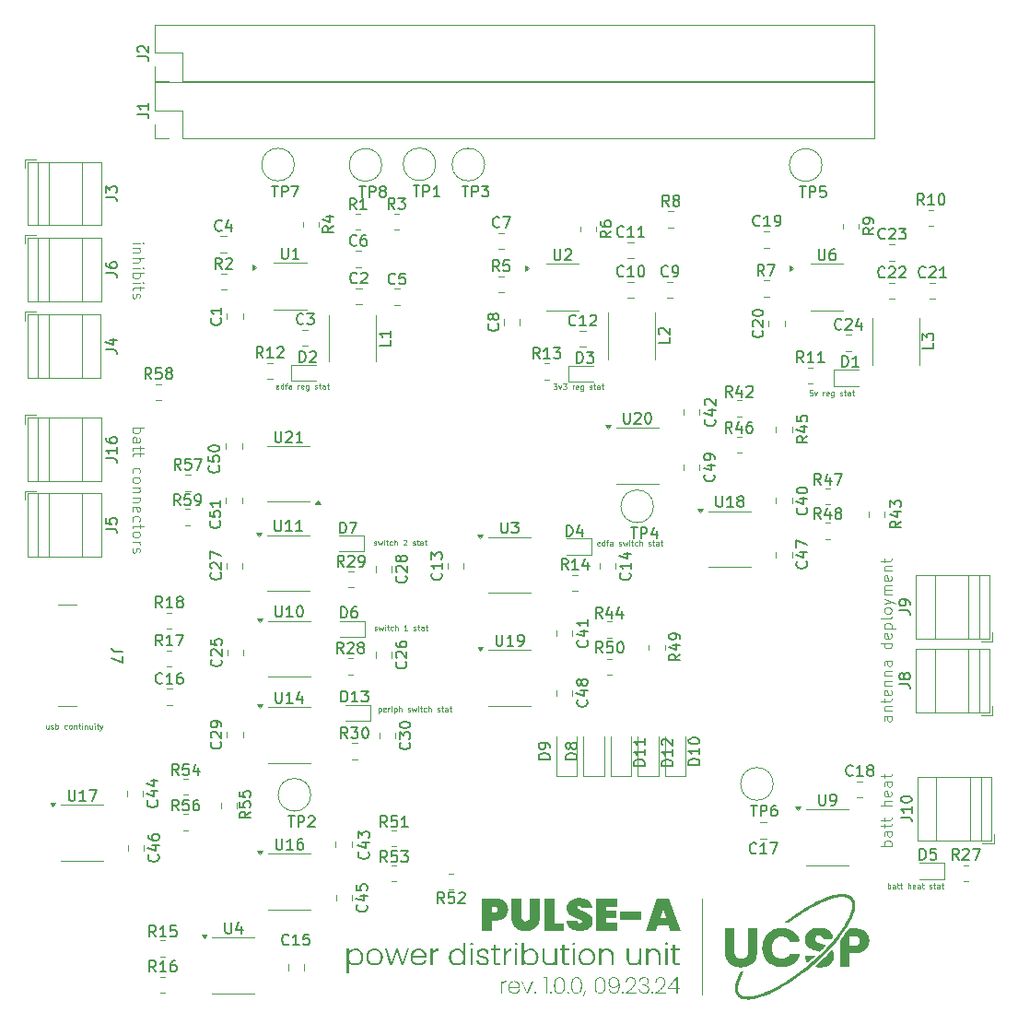
<source format=gbr>
%TF.GenerationSoftware,KiCad,Pcbnew,8.0.3*%
%TF.CreationDate,2024-09-23T14:32:18+01:00*%
%TF.ProjectId,Untitled,556e7469-746c-4656-942e-6b696361645f,rev?*%
%TF.SameCoordinates,Original*%
%TF.FileFunction,Legend,Top*%
%TF.FilePolarity,Positive*%
%FSLAX46Y46*%
G04 Gerber Fmt 4.6, Leading zero omitted, Abs format (unit mm)*
G04 Created by KiCad (PCBNEW 8.0.3) date 2024-09-23 14:32:18*
%MOMM*%
%LPD*%
G01*
G04 APERTURE LIST*
%ADD10C,0.100000*%
%ADD11C,0.150000*%
%ADD12C,0.120000*%
%ADD13C,0.000000*%
G04 APERTURE END LIST*
D10*
X132996219Y-134003781D02*
X132996219Y-142814091D01*
G36*
X114564166Y-141858032D02*
G01*
X114596795Y-141787435D01*
X114642018Y-141728144D01*
X114699835Y-141680159D01*
X114712910Y-141671919D01*
X114785495Y-141638109D01*
X114860612Y-141618386D01*
X114935167Y-141609370D01*
X114985485Y-141607805D01*
X114985485Y-141701594D01*
X114953977Y-141701594D01*
X114873766Y-141707433D01*
X114800562Y-141724950D01*
X114726583Y-141758615D01*
X114675174Y-141795017D01*
X114621513Y-141856986D01*
X114588557Y-141927883D01*
X114571104Y-142002127D01*
X114564274Y-142087767D01*
X114564166Y-142100931D01*
X114564166Y-142745000D01*
X114469644Y-142745000D01*
X114469644Y-141619528D01*
X114564166Y-141619528D01*
X114564166Y-141858032D01*
G37*
G36*
X115786769Y-141612110D02*
G01*
X115860179Y-141625024D01*
X115936306Y-141649844D01*
X115990788Y-141676681D01*
X116053832Y-141719018D01*
X116113209Y-141774488D01*
X116161352Y-141838830D01*
X116173604Y-141859863D01*
X116206641Y-141932829D01*
X116227442Y-142009300D01*
X116236007Y-142089278D01*
X116236252Y-142105694D01*
X116234702Y-142180531D01*
X116231856Y-142216702D01*
X115251465Y-142216702D01*
X115256421Y-142297457D01*
X115271287Y-142370734D01*
X115299430Y-142443384D01*
X115314113Y-142469860D01*
X115362111Y-142534368D01*
X115419460Y-142586840D01*
X115479710Y-142624099D01*
X115552486Y-142653301D01*
X115629765Y-142670381D01*
X115703925Y-142675390D01*
X115784227Y-142670330D01*
X115857706Y-142655149D01*
X115932214Y-142625972D01*
X115984194Y-142594424D01*
X116041265Y-142544037D01*
X116085121Y-142484377D01*
X116115763Y-142415443D01*
X116127076Y-142373140D01*
X116227826Y-142373140D01*
X116208244Y-142444890D01*
X116173628Y-142519290D01*
X116125960Y-142585585D01*
X116073545Y-142636944D01*
X116056734Y-142650478D01*
X115992961Y-142691876D01*
X115922175Y-142723106D01*
X115844377Y-142744169D01*
X115759566Y-142755063D01*
X115707955Y-142756723D01*
X115630721Y-142752350D01*
X115557654Y-142739229D01*
X115480435Y-142714013D01*
X115424023Y-142686748D01*
X115357832Y-142642576D01*
X115300220Y-142588782D01*
X115251186Y-142525368D01*
X115227651Y-142485980D01*
X115196716Y-142417813D01*
X115174620Y-142344105D01*
X115161362Y-142264856D01*
X115157012Y-142190968D01*
X115156943Y-142180066D01*
X115158958Y-142135369D01*
X115251465Y-142135369D01*
X116141730Y-142135369D01*
X116137035Y-142057239D01*
X116120807Y-141978585D01*
X116092986Y-141908518D01*
X116082379Y-141889173D01*
X116036510Y-141825759D01*
X115980511Y-141774553D01*
X115920813Y-141738597D01*
X115848548Y-141710438D01*
X115772301Y-141693968D01*
X115699529Y-141689138D01*
X115619999Y-141694982D01*
X115544625Y-141712515D01*
X115479710Y-141738597D01*
X115414608Y-141778704D01*
X115358338Y-141831019D01*
X115314846Y-141889173D01*
X115281422Y-141956664D01*
X115260378Y-142032742D01*
X115252022Y-142108553D01*
X115251465Y-142135369D01*
X115158958Y-142135369D01*
X115160292Y-142105766D01*
X115172319Y-142026134D01*
X115193093Y-141952134D01*
X115222614Y-141883767D01*
X115226919Y-141875617D01*
X115270627Y-141807298D01*
X115323029Y-141748659D01*
X115384125Y-141699699D01*
X115421824Y-141676681D01*
X115495115Y-141643387D01*
X115574027Y-141620988D01*
X115648892Y-141610226D01*
X115707955Y-141607805D01*
X115786769Y-141612110D01*
G37*
G36*
X116909996Y-142651577D02*
G01*
X117329850Y-141619528D01*
X117430600Y-141619528D01*
X116958356Y-142745000D01*
X116859438Y-142745000D01*
X116386828Y-141619528D01*
X116489776Y-141619528D01*
X116909996Y-142651577D01*
G37*
G36*
X117620010Y-142745000D02*
G01*
X117560293Y-142721919D01*
X117536845Y-142663300D01*
X117560293Y-142604316D01*
X117620010Y-142580868D01*
X117677529Y-142604316D01*
X117700977Y-142663300D01*
X117677529Y-142721919D01*
X117620010Y-142745000D01*
G37*
G36*
X118417585Y-141349152D02*
G01*
X118417585Y-141267819D01*
X118723133Y-141267819D01*
X118723133Y-142745000D01*
X118628611Y-142745000D01*
X118628611Y-141349152D01*
X118417585Y-141349152D01*
G37*
G36*
X119067882Y-142745000D02*
G01*
X119008164Y-142721919D01*
X118984717Y-142663300D01*
X119008164Y-142604316D01*
X119067882Y-142580868D01*
X119125401Y-142604316D01*
X119148848Y-142663300D01*
X119125401Y-142721919D01*
X119067882Y-142745000D01*
G37*
G36*
X119944108Y-141249139D02*
G01*
X120018953Y-141263441D01*
X120097457Y-141293189D01*
X120163621Y-141336668D01*
X120217447Y-141393877D01*
X120246476Y-141439644D01*
X120282333Y-141518705D01*
X120306548Y-141593504D01*
X120325610Y-141676407D01*
X120339521Y-141767413D01*
X120346939Y-141846052D01*
X120351061Y-141929878D01*
X120351988Y-141996151D01*
X120350340Y-142084931D01*
X120345394Y-142168457D01*
X120337151Y-142246727D01*
X120325610Y-142319742D01*
X120306548Y-142403621D01*
X120282333Y-142479290D01*
X120252967Y-142546747D01*
X120246476Y-142559253D01*
X120200876Y-142626362D01*
X120142938Y-142679586D01*
X120072660Y-142718926D01*
X119990043Y-142744381D01*
X119911771Y-142754988D01*
X119860694Y-142756723D01*
X119776638Y-142751902D01*
X119701240Y-142737439D01*
X119622191Y-142707356D01*
X119555610Y-142663388D01*
X119501497Y-142605535D01*
X119472348Y-142559253D01*
X119436614Y-142479290D01*
X119412484Y-142403621D01*
X119393488Y-142319742D01*
X119381987Y-142246727D01*
X119373773Y-142168457D01*
X119368844Y-142084931D01*
X119367201Y-141996151D01*
X119461723Y-141996151D01*
X119462792Y-142074251D01*
X119465999Y-142147534D01*
X119472443Y-142226942D01*
X119481797Y-142299794D01*
X119492131Y-142357020D01*
X119513728Y-142434345D01*
X119544308Y-142502280D01*
X119588823Y-142566752D01*
X119609734Y-142589295D01*
X119671723Y-142634697D01*
X119748237Y-142663283D01*
X119829520Y-142674634D01*
X119859228Y-142675390D01*
X119935844Y-142670009D01*
X120010761Y-142651092D01*
X120079998Y-142614098D01*
X120109089Y-142589295D01*
X120158040Y-142529460D01*
X120195900Y-142458033D01*
X120220491Y-142383838D01*
X120226692Y-142357020D01*
X120240156Y-142279648D01*
X120248781Y-142204923D01*
X120254461Y-142123641D01*
X120256986Y-142048753D01*
X120257466Y-141996151D01*
X120256385Y-141919584D01*
X120252387Y-141836050D01*
X120245445Y-141758758D01*
X120233905Y-141678067D01*
X120226692Y-141640778D01*
X120205095Y-141563923D01*
X120174515Y-141496573D01*
X120130000Y-141432889D01*
X120109089Y-141410701D01*
X120047222Y-141365878D01*
X119970615Y-141337657D01*
X119889065Y-141326451D01*
X119859228Y-141325704D01*
X119782910Y-141331017D01*
X119708164Y-141349693D01*
X119638913Y-141386215D01*
X119609734Y-141410701D01*
X119560783Y-141469691D01*
X119522923Y-141540417D01*
X119498332Y-141614103D01*
X119492131Y-141640778D01*
X119478828Y-141717394D01*
X119470305Y-141791119D01*
X119464693Y-141871086D01*
X119462198Y-141944597D01*
X119461723Y-141996151D01*
X119367201Y-141996151D01*
X119368844Y-141908435D01*
X119373773Y-141825906D01*
X119381987Y-141748563D01*
X119396876Y-141659178D01*
X119416899Y-141577896D01*
X119442057Y-141504718D01*
X119472348Y-141439644D01*
X119518149Y-141373282D01*
X119576418Y-141320650D01*
X119647155Y-141281748D01*
X119730360Y-141256576D01*
X119809221Y-141246088D01*
X119860694Y-141244371D01*
X119944108Y-141249139D01*
G37*
G36*
X120643248Y-142745000D02*
G01*
X120583531Y-142721919D01*
X120560083Y-142663300D01*
X120583531Y-142604316D01*
X120643248Y-142580868D01*
X120700767Y-142604316D01*
X120724215Y-142663300D01*
X120700767Y-142721919D01*
X120643248Y-142745000D01*
G37*
G36*
X121519474Y-141249139D02*
G01*
X121594320Y-141263441D01*
X121672823Y-141293189D01*
X121738988Y-141336668D01*
X121792813Y-141393877D01*
X121821842Y-141439644D01*
X121857700Y-141518705D01*
X121881914Y-141593504D01*
X121900977Y-141676407D01*
X121914887Y-141767413D01*
X121922306Y-141846052D01*
X121926427Y-141929878D01*
X121927355Y-141996151D01*
X121925706Y-142084931D01*
X121920760Y-142168457D01*
X121912517Y-142246727D01*
X121900977Y-142319742D01*
X121881914Y-142403621D01*
X121857700Y-142479290D01*
X121828333Y-142546747D01*
X121821842Y-142559253D01*
X121776242Y-142626362D01*
X121718304Y-142679586D01*
X121648026Y-142718926D01*
X121565410Y-142744381D01*
X121487137Y-142754988D01*
X121436060Y-142756723D01*
X121352004Y-142751902D01*
X121276606Y-142737439D01*
X121197557Y-142707356D01*
X121130976Y-142663388D01*
X121076863Y-142605535D01*
X121047714Y-142559253D01*
X121011981Y-142479290D01*
X120987850Y-142403621D01*
X120968854Y-142319742D01*
X120957354Y-142246727D01*
X120949139Y-142168457D01*
X120944211Y-142084931D01*
X120942568Y-141996151D01*
X121037090Y-141996151D01*
X121038159Y-142074251D01*
X121041366Y-142147534D01*
X121047810Y-142226942D01*
X121057164Y-142299794D01*
X121067498Y-142357020D01*
X121089094Y-142434345D01*
X121119675Y-142502280D01*
X121164189Y-142566752D01*
X121185101Y-142589295D01*
X121247089Y-142634697D01*
X121323604Y-142663283D01*
X121404886Y-142674634D01*
X121434595Y-142675390D01*
X121511211Y-142670009D01*
X121586127Y-142651092D01*
X121655364Y-142614098D01*
X121684455Y-142589295D01*
X121733406Y-142529460D01*
X121771266Y-142458033D01*
X121795858Y-142383838D01*
X121802058Y-142357020D01*
X121815522Y-142279648D01*
X121824147Y-142204923D01*
X121829827Y-142123641D01*
X121832352Y-142048753D01*
X121832833Y-141996151D01*
X121831751Y-141919584D01*
X121827754Y-141836050D01*
X121820811Y-141758758D01*
X121809271Y-141678067D01*
X121802058Y-141640778D01*
X121780462Y-141563923D01*
X121749881Y-141496573D01*
X121705367Y-141432889D01*
X121684455Y-141410701D01*
X121622588Y-141365878D01*
X121545981Y-141337657D01*
X121464431Y-141326451D01*
X121434595Y-141325704D01*
X121358277Y-141331017D01*
X121283531Y-141349693D01*
X121214279Y-141386215D01*
X121185101Y-141410701D01*
X121136150Y-141469691D01*
X121098290Y-141540417D01*
X121073698Y-141614103D01*
X121067498Y-141640778D01*
X121054194Y-141717394D01*
X121045672Y-141791119D01*
X121040059Y-141871086D01*
X121037565Y-141944597D01*
X121037090Y-141996151D01*
X120942568Y-141996151D01*
X120944211Y-141908435D01*
X120949139Y-141825906D01*
X120957354Y-141748563D01*
X120972243Y-141659178D01*
X120992266Y-141577896D01*
X121017423Y-141504718D01*
X121047714Y-141439644D01*
X121093515Y-141373282D01*
X121151785Y-141320650D01*
X121222521Y-141281748D01*
X121305726Y-141256576D01*
X121384588Y-141246088D01*
X121436060Y-141244371D01*
X121519474Y-141249139D01*
G37*
G36*
X122300314Y-142510526D02*
G01*
X122102843Y-143049815D01*
X122031402Y-143049815D01*
X122191137Y-142510526D01*
X122300314Y-142510526D01*
G37*
G36*
X123675162Y-141249139D02*
G01*
X123750007Y-141263441D01*
X123828511Y-141293189D01*
X123894675Y-141336668D01*
X123948501Y-141393877D01*
X123977529Y-141439644D01*
X124013387Y-141518705D01*
X124037602Y-141593504D01*
X124056664Y-141676407D01*
X124070574Y-141767413D01*
X124077993Y-141846052D01*
X124082115Y-141929878D01*
X124083042Y-141996151D01*
X124081394Y-142084931D01*
X124076448Y-142168457D01*
X124068204Y-142246727D01*
X124056664Y-142319742D01*
X124037602Y-142403621D01*
X124013387Y-142479290D01*
X123984021Y-142546747D01*
X123977529Y-142559253D01*
X123931930Y-142626362D01*
X123873991Y-142679586D01*
X123803714Y-142718926D01*
X123721097Y-142744381D01*
X123642824Y-142754988D01*
X123591748Y-142756723D01*
X123507691Y-142751902D01*
X123432293Y-142737439D01*
X123353245Y-142707356D01*
X123286664Y-142663388D01*
X123232550Y-142605535D01*
X123203402Y-142559253D01*
X123167668Y-142479290D01*
X123143538Y-142403621D01*
X123124542Y-142319742D01*
X123113041Y-142246727D01*
X123104827Y-142168457D01*
X123099898Y-142084931D01*
X123098255Y-141996151D01*
X123192777Y-141996151D01*
X123193846Y-142074251D01*
X123197053Y-142147534D01*
X123203497Y-142226942D01*
X123212851Y-142299794D01*
X123223185Y-142357020D01*
X123244782Y-142434345D01*
X123275362Y-142502280D01*
X123319877Y-142566752D01*
X123340788Y-142589295D01*
X123402777Y-142634697D01*
X123479291Y-142663283D01*
X123560573Y-142674634D01*
X123590282Y-142675390D01*
X123666898Y-142670009D01*
X123741815Y-142651092D01*
X123811052Y-142614098D01*
X123840143Y-142589295D01*
X123889094Y-142529460D01*
X123926954Y-142458033D01*
X123951545Y-142383838D01*
X123957746Y-142357020D01*
X123971209Y-142279648D01*
X123979835Y-142204923D01*
X123985515Y-142123641D01*
X123988039Y-142048753D01*
X123988520Y-141996151D01*
X123987438Y-141919584D01*
X123983441Y-141836050D01*
X123976499Y-141758758D01*
X123964958Y-141678067D01*
X123957746Y-141640778D01*
X123936149Y-141563923D01*
X123905569Y-141496573D01*
X123861054Y-141432889D01*
X123840143Y-141410701D01*
X123778276Y-141365878D01*
X123701668Y-141337657D01*
X123620119Y-141326451D01*
X123590282Y-141325704D01*
X123513964Y-141331017D01*
X123439218Y-141349693D01*
X123369967Y-141386215D01*
X123340788Y-141410701D01*
X123291837Y-141469691D01*
X123253977Y-141540417D01*
X123229386Y-141614103D01*
X123223185Y-141640778D01*
X123209882Y-141717394D01*
X123201359Y-141791119D01*
X123195747Y-141871086D01*
X123193252Y-141944597D01*
X123192777Y-141996151D01*
X123098255Y-141996151D01*
X123099898Y-141908435D01*
X123104827Y-141825906D01*
X123113041Y-141748563D01*
X123127930Y-141659178D01*
X123147953Y-141577896D01*
X123173110Y-141504718D01*
X123203402Y-141439644D01*
X123249203Y-141373282D01*
X123307472Y-141320650D01*
X123378209Y-141281748D01*
X123461414Y-141256576D01*
X123540275Y-141246088D01*
X123591748Y-141244371D01*
X123675162Y-141249139D01*
G37*
G36*
X124926487Y-141247400D02*
G01*
X125010996Y-141259702D01*
X125086006Y-141281467D01*
X125163479Y-141320077D01*
X125227274Y-141372314D01*
X125277390Y-141438178D01*
X125316734Y-141516201D01*
X125343302Y-141589386D01*
X125364218Y-141669995D01*
X125379481Y-141758028D01*
X125387621Y-141833800D01*
X125392143Y-141914323D01*
X125393161Y-141977833D01*
X125391272Y-142070242D01*
X125385605Y-142156962D01*
X125376159Y-142237991D01*
X125362936Y-142313331D01*
X125341093Y-142399503D01*
X125313348Y-142476785D01*
X125279699Y-142545176D01*
X125272261Y-142557787D01*
X125221316Y-142625394D01*
X125158882Y-142679014D01*
X125084960Y-142718646D01*
X125014581Y-142740987D01*
X124936224Y-142753615D01*
X124867794Y-142756723D01*
X124784667Y-142751464D01*
X124709674Y-142735686D01*
X124633928Y-142704774D01*
X124568807Y-142660123D01*
X124554187Y-142646814D01*
X124502850Y-142587348D01*
X124463145Y-142518861D01*
X124435072Y-142441352D01*
X124420051Y-142366131D01*
X124418632Y-142354822D01*
X124510589Y-142354822D01*
X124525404Y-142426904D01*
X124552526Y-142497705D01*
X124595646Y-142563593D01*
X124622330Y-142591493D01*
X124685342Y-142635736D01*
X124760805Y-142663592D01*
X124839366Y-142674653D01*
X124867794Y-142675390D01*
X124943486Y-142669878D01*
X125022741Y-142649512D01*
X125092250Y-142614139D01*
X125152011Y-142563759D01*
X125188730Y-142518586D01*
X125226082Y-142452933D01*
X125255705Y-142373575D01*
X125274489Y-142296975D01*
X125287905Y-142210858D01*
X125294775Y-142135112D01*
X125298209Y-142053275D01*
X125298639Y-142010073D01*
X125298639Y-141928740D01*
X125273497Y-142001763D01*
X125233518Y-142065860D01*
X125178700Y-142121032D01*
X125141835Y-142147826D01*
X125076599Y-142183409D01*
X125006189Y-142208825D01*
X124930603Y-142224075D01*
X124849843Y-142229159D01*
X124767939Y-142224483D01*
X124692861Y-142210457D01*
X124613899Y-142182274D01*
X124544228Y-142141364D01*
X124491905Y-142096168D01*
X124441085Y-142033129D01*
X124402747Y-141960377D01*
X124379820Y-141890289D01*
X124366064Y-141813065D01*
X124361479Y-141728705D01*
X124456001Y-141728705D01*
X124461120Y-141812033D01*
X124476477Y-141886665D01*
X124506565Y-141961312D01*
X124550025Y-142024601D01*
X124562979Y-142038649D01*
X124621827Y-142086414D01*
X124691390Y-142120532D01*
X124771670Y-142141002D01*
X124850705Y-142147719D01*
X124862665Y-142147826D01*
X124941405Y-142141592D01*
X125017157Y-142122890D01*
X125065997Y-142103496D01*
X125133283Y-142064272D01*
X125190058Y-142013095D01*
X125222069Y-141972337D01*
X125258459Y-141902012D01*
X125277062Y-141828406D01*
X125281786Y-141761678D01*
X125276331Y-141682825D01*
X125259967Y-141608475D01*
X125235624Y-141544790D01*
X125197827Y-141481207D01*
X125147909Y-141426975D01*
X125092009Y-141385788D01*
X125019469Y-141351580D01*
X124943907Y-141332804D01*
X124868069Y-141325939D01*
X124850209Y-141325704D01*
X124775516Y-141330894D01*
X124698397Y-141349532D01*
X124630070Y-141381727D01*
X124570536Y-141427476D01*
X124563712Y-141434148D01*
X124516588Y-141493087D01*
X124482929Y-141561826D01*
X124462733Y-141640365D01*
X124456106Y-141717127D01*
X124456001Y-141728705D01*
X124361479Y-141728705D01*
X124365768Y-141653130D01*
X124381614Y-141571177D01*
X124409135Y-141495921D01*
X124448332Y-141427361D01*
X124483478Y-141382491D01*
X124542814Y-141328673D01*
X124614070Y-141288073D01*
X124684635Y-141263794D01*
X124763959Y-141249227D01*
X124852041Y-141244371D01*
X124926487Y-141247400D01*
G37*
G36*
X125675628Y-142745000D02*
G01*
X125615910Y-142721919D01*
X125592463Y-142663300D01*
X125615910Y-142604316D01*
X125675628Y-142580868D01*
X125733147Y-142604316D01*
X125756594Y-142663300D01*
X125733147Y-142721919D01*
X125675628Y-142745000D01*
G37*
G36*
X125928053Y-142680886D02*
G01*
X126000030Y-142630080D01*
X126069097Y-142579602D01*
X126135253Y-142529452D01*
X126198498Y-142479632D01*
X126258832Y-142430139D01*
X126316256Y-142380975D01*
X126388292Y-142315934D01*
X126455153Y-142251477D01*
X126516840Y-142187603D01*
X126545743Y-142155886D01*
X126598808Y-142092923D01*
X126644799Y-142030612D01*
X126692336Y-141953642D01*
X126728819Y-141877691D01*
X126754246Y-141802760D01*
X126768618Y-141728848D01*
X126772156Y-141670453D01*
X126765693Y-141589187D01*
X126746306Y-141516846D01*
X126709605Y-141446937D01*
X126690457Y-141422058D01*
X126629570Y-141371247D01*
X126557581Y-141341606D01*
X126479917Y-141328057D01*
X126424843Y-141325704D01*
X126348374Y-141331016D01*
X126271157Y-141350096D01*
X126204794Y-141383051D01*
X126143108Y-141436713D01*
X126100633Y-141496476D01*
X126070294Y-141565123D01*
X126052090Y-141642655D01*
X126046117Y-141717783D01*
X126046022Y-141729071D01*
X125951500Y-141729071D01*
X125956059Y-141646523D01*
X125969738Y-141571163D01*
X125997222Y-141492325D01*
X126037118Y-141423270D01*
X126081193Y-141371866D01*
X126142056Y-141322188D01*
X126210843Y-141284712D01*
X126287554Y-141259437D01*
X126372189Y-141246364D01*
X126424110Y-141244371D01*
X126505569Y-141249473D01*
X126580367Y-141264778D01*
X126657693Y-141294762D01*
X126726317Y-141338073D01*
X126742114Y-141350983D01*
X126796611Y-141410838D01*
X126835537Y-141483790D01*
X126856825Y-141558368D01*
X126866191Y-141642973D01*
X126866678Y-141668988D01*
X126860792Y-141750620D01*
X126843136Y-141832485D01*
X126813709Y-141914582D01*
X126772511Y-141996912D01*
X126731077Y-142062944D01*
X126682110Y-142129124D01*
X126625610Y-142195453D01*
X126564359Y-142260872D01*
X126500955Y-142324322D01*
X126435398Y-142385802D01*
X126367690Y-142445314D01*
X126297829Y-142502856D01*
X126225815Y-142558428D01*
X126151649Y-142612032D01*
X126075331Y-142663667D01*
X126912840Y-142663667D01*
X126912840Y-142745000D01*
X125928053Y-142745000D01*
X125928053Y-142680886D01*
G37*
G36*
X127164898Y-141647739D02*
G01*
X127178367Y-141569227D01*
X127202425Y-141498464D01*
X127242885Y-141427080D01*
X127297176Y-141365817D01*
X127312910Y-141352083D01*
X127373470Y-141310113D01*
X127441989Y-141278452D01*
X127518467Y-141257099D01*
X127602904Y-141246054D01*
X127654727Y-141244371D01*
X127728614Y-141248226D01*
X127803232Y-141261549D01*
X127876220Y-141287197D01*
X127888468Y-141293098D01*
X127954465Y-141334211D01*
X128007376Y-141385010D01*
X128035380Y-141424256D01*
X128068114Y-141495279D01*
X128083519Y-141567493D01*
X128085938Y-141612568D01*
X128077888Y-141691722D01*
X128053738Y-141763865D01*
X128013488Y-141828994D01*
X128003506Y-141841179D01*
X127943736Y-141893586D01*
X127875443Y-141927782D01*
X127803206Y-141947864D01*
X127752547Y-141955484D01*
X127752547Y-141968307D01*
X127828888Y-141985389D01*
X127897444Y-142011721D01*
X127965263Y-142052403D01*
X128011200Y-142092138D01*
X128058663Y-142152848D01*
X128090592Y-142224107D01*
X128105934Y-142296303D01*
X128109385Y-142355921D01*
X128103828Y-142429967D01*
X128083867Y-142507121D01*
X128049389Y-142576307D01*
X128000393Y-142637524D01*
X127993248Y-142644616D01*
X127928402Y-142693663D01*
X127860541Y-142725083D01*
X127782302Y-142745775D01*
X127706980Y-142754971D01*
X127652529Y-142756723D01*
X127575872Y-142752756D01*
X127493047Y-142738100D01*
X127417341Y-142712645D01*
X127348751Y-142676391D01*
X127304117Y-142643883D01*
X127249412Y-142589867D01*
X127205191Y-142526875D01*
X127171454Y-142454908D01*
X127148200Y-142373964D01*
X127139619Y-142323681D01*
X127231943Y-142323681D01*
X127249597Y-142398075D01*
X127281884Y-142473066D01*
X127327328Y-142538841D01*
X127364933Y-142577571D01*
X127431352Y-142624857D01*
X127499490Y-142653897D01*
X127576192Y-142670709D01*
X127650331Y-142675390D01*
X127724430Y-142671060D01*
X127799025Y-142655507D01*
X127870081Y-142624489D01*
X127921807Y-142584898D01*
X127970880Y-142523189D01*
X128001777Y-142451175D01*
X128014046Y-142377553D01*
X128014864Y-142351158D01*
X128006758Y-142270260D01*
X127982440Y-142200124D01*
X127935705Y-142134085D01*
X127885171Y-142092138D01*
X127813409Y-142054311D01*
X127739272Y-142030078D01*
X127667299Y-142015893D01*
X127587546Y-142007787D01*
X127515143Y-142005676D01*
X127475575Y-142005676D01*
X127475575Y-141924344D01*
X127517707Y-141924344D01*
X127602364Y-141921668D01*
X127678694Y-141913640D01*
X127767515Y-141894612D01*
X127841532Y-141866070D01*
X127913236Y-141817013D01*
X127961809Y-141753091D01*
X127987253Y-141674303D01*
X127991416Y-141619895D01*
X127982686Y-141541892D01*
X127952918Y-141467908D01*
X127902023Y-141406304D01*
X127839334Y-141363800D01*
X127762547Y-141337039D01*
X127681387Y-141326413D01*
X127651797Y-141325704D01*
X127576119Y-141330811D01*
X127498373Y-141348762D01*
X127428450Y-141379639D01*
X127386182Y-141407404D01*
X127332286Y-141459297D01*
X127292184Y-141523478D01*
X127265877Y-141599947D01*
X127257222Y-141647739D01*
X127164898Y-141647739D01*
G37*
G36*
X128401378Y-142745000D02*
G01*
X128341660Y-142721919D01*
X128318213Y-142663300D01*
X128341660Y-142604316D01*
X128401378Y-142580868D01*
X128458897Y-142604316D01*
X128482344Y-142663300D01*
X128458897Y-142721919D01*
X128401378Y-142745000D01*
G37*
G36*
X128653803Y-142680886D02*
G01*
X128725780Y-142630080D01*
X128794847Y-142579602D01*
X128861003Y-142529452D01*
X128924248Y-142479632D01*
X128984583Y-142430139D01*
X129042006Y-142380975D01*
X129114042Y-142315934D01*
X129180904Y-142251477D01*
X129242590Y-142187603D01*
X129271493Y-142155886D01*
X129324559Y-142092923D01*
X129370549Y-142030612D01*
X129418087Y-141953642D01*
X129454569Y-141877691D01*
X129479996Y-141802760D01*
X129494368Y-141728848D01*
X129497906Y-141670453D01*
X129491444Y-141589187D01*
X129472056Y-141516846D01*
X129435355Y-141446937D01*
X129416207Y-141422058D01*
X129355320Y-141371247D01*
X129283331Y-141341606D01*
X129205667Y-141328057D01*
X129150593Y-141325704D01*
X129074125Y-141331016D01*
X128996908Y-141350096D01*
X128930544Y-141383051D01*
X128868859Y-141436713D01*
X128826383Y-141496476D01*
X128796044Y-141565123D01*
X128777840Y-141642655D01*
X128771867Y-141717783D01*
X128771772Y-141729071D01*
X128677250Y-141729071D01*
X128681810Y-141646523D01*
X128695488Y-141571163D01*
X128722972Y-141492325D01*
X128762868Y-141423270D01*
X128806943Y-141371866D01*
X128867806Y-141322188D01*
X128936593Y-141284712D01*
X129013304Y-141259437D01*
X129097939Y-141246364D01*
X129149860Y-141244371D01*
X129231320Y-141249473D01*
X129306117Y-141264778D01*
X129383443Y-141294762D01*
X129452068Y-141338073D01*
X129467864Y-141350983D01*
X129522361Y-141410838D01*
X129561287Y-141483790D01*
X129582575Y-141558368D01*
X129591941Y-141642973D01*
X129592428Y-141668988D01*
X129586543Y-141750620D01*
X129568886Y-141832485D01*
X129539459Y-141914582D01*
X129498261Y-141996912D01*
X129456827Y-142062944D01*
X129407861Y-142129124D01*
X129351360Y-142195453D01*
X129290109Y-142260872D01*
X129226705Y-142324322D01*
X129161149Y-142385802D01*
X129093440Y-142445314D01*
X129023579Y-142502856D01*
X128951565Y-142558428D01*
X128877399Y-142612032D01*
X128801081Y-142663667D01*
X129638590Y-142663667D01*
X129638590Y-142745000D01*
X128653803Y-142745000D01*
X128653803Y-142680886D01*
G37*
G36*
X130717899Y-142288510D02*
G01*
X130951640Y-142288510D01*
X130951640Y-142369842D01*
X130717899Y-142369842D01*
X130717899Y-142745000D01*
X130623377Y-142745000D01*
X130623377Y-142369842D01*
X129814445Y-142369842D01*
X129814445Y-142296936D01*
X129820948Y-142288510D01*
X129925087Y-142288510D01*
X130623377Y-142288510D01*
X130623377Y-141380659D01*
X129925087Y-142288510D01*
X129820948Y-142288510D01*
X130608723Y-141267819D01*
X130717899Y-141267819D01*
X130717899Y-142288510D01*
G37*
X94017827Y-87171477D02*
X93970208Y-87195286D01*
X93970208Y-87195286D02*
X93874970Y-87195286D01*
X93874970Y-87195286D02*
X93827351Y-87171477D01*
X93827351Y-87171477D02*
X93803542Y-87123857D01*
X93803542Y-87123857D02*
X93803542Y-86933381D01*
X93803542Y-86933381D02*
X93827351Y-86885762D01*
X93827351Y-86885762D02*
X93874970Y-86861953D01*
X93874970Y-86861953D02*
X93970208Y-86861953D01*
X93970208Y-86861953D02*
X94017827Y-86885762D01*
X94017827Y-86885762D02*
X94041637Y-86933381D01*
X94041637Y-86933381D02*
X94041637Y-86981000D01*
X94041637Y-86981000D02*
X93803542Y-87028619D01*
X94470208Y-87195286D02*
X94470208Y-86695286D01*
X94470208Y-87171477D02*
X94422589Y-87195286D01*
X94422589Y-87195286D02*
X94327351Y-87195286D01*
X94327351Y-87195286D02*
X94279732Y-87171477D01*
X94279732Y-87171477D02*
X94255922Y-87147667D01*
X94255922Y-87147667D02*
X94232113Y-87100048D01*
X94232113Y-87100048D02*
X94232113Y-86957191D01*
X94232113Y-86957191D02*
X94255922Y-86909572D01*
X94255922Y-86909572D02*
X94279732Y-86885762D01*
X94279732Y-86885762D02*
X94327351Y-86861953D01*
X94327351Y-86861953D02*
X94422589Y-86861953D01*
X94422589Y-86861953D02*
X94470208Y-86885762D01*
X94636875Y-86861953D02*
X94827351Y-86861953D01*
X94708303Y-87195286D02*
X94708303Y-86766715D01*
X94708303Y-86766715D02*
X94732113Y-86719096D01*
X94732113Y-86719096D02*
X94779732Y-86695286D01*
X94779732Y-86695286D02*
X94827351Y-86695286D01*
X95208303Y-87195286D02*
X95208303Y-86933381D01*
X95208303Y-86933381D02*
X95184493Y-86885762D01*
X95184493Y-86885762D02*
X95136874Y-86861953D01*
X95136874Y-86861953D02*
X95041636Y-86861953D01*
X95041636Y-86861953D02*
X94994017Y-86885762D01*
X95208303Y-87171477D02*
X95160684Y-87195286D01*
X95160684Y-87195286D02*
X95041636Y-87195286D01*
X95041636Y-87195286D02*
X94994017Y-87171477D01*
X94994017Y-87171477D02*
X94970208Y-87123857D01*
X94970208Y-87123857D02*
X94970208Y-87076238D01*
X94970208Y-87076238D02*
X94994017Y-87028619D01*
X94994017Y-87028619D02*
X95041636Y-87004810D01*
X95041636Y-87004810D02*
X95160684Y-87004810D01*
X95160684Y-87004810D02*
X95208303Y-86981000D01*
X95827350Y-87195286D02*
X95827350Y-86861953D01*
X95827350Y-86957191D02*
X95851160Y-86909572D01*
X95851160Y-86909572D02*
X95874969Y-86885762D01*
X95874969Y-86885762D02*
X95922588Y-86861953D01*
X95922588Y-86861953D02*
X95970207Y-86861953D01*
X96327350Y-87171477D02*
X96279731Y-87195286D01*
X96279731Y-87195286D02*
X96184493Y-87195286D01*
X96184493Y-87195286D02*
X96136874Y-87171477D01*
X96136874Y-87171477D02*
X96113065Y-87123857D01*
X96113065Y-87123857D02*
X96113065Y-86933381D01*
X96113065Y-86933381D02*
X96136874Y-86885762D01*
X96136874Y-86885762D02*
X96184493Y-86861953D01*
X96184493Y-86861953D02*
X96279731Y-86861953D01*
X96279731Y-86861953D02*
X96327350Y-86885762D01*
X96327350Y-86885762D02*
X96351160Y-86933381D01*
X96351160Y-86933381D02*
X96351160Y-86981000D01*
X96351160Y-86981000D02*
X96113065Y-87028619D01*
X96779731Y-86861953D02*
X96779731Y-87266715D01*
X96779731Y-87266715D02*
X96755921Y-87314334D01*
X96755921Y-87314334D02*
X96732112Y-87338143D01*
X96732112Y-87338143D02*
X96684493Y-87361953D01*
X96684493Y-87361953D02*
X96613064Y-87361953D01*
X96613064Y-87361953D02*
X96565445Y-87338143D01*
X96779731Y-87171477D02*
X96732112Y-87195286D01*
X96732112Y-87195286D02*
X96636874Y-87195286D01*
X96636874Y-87195286D02*
X96589255Y-87171477D01*
X96589255Y-87171477D02*
X96565445Y-87147667D01*
X96565445Y-87147667D02*
X96541636Y-87100048D01*
X96541636Y-87100048D02*
X96541636Y-86957191D01*
X96541636Y-86957191D02*
X96565445Y-86909572D01*
X96565445Y-86909572D02*
X96589255Y-86885762D01*
X96589255Y-86885762D02*
X96636874Y-86861953D01*
X96636874Y-86861953D02*
X96732112Y-86861953D01*
X96732112Y-86861953D02*
X96779731Y-86885762D01*
X97374969Y-87171477D02*
X97422588Y-87195286D01*
X97422588Y-87195286D02*
X97517826Y-87195286D01*
X97517826Y-87195286D02*
X97565445Y-87171477D01*
X97565445Y-87171477D02*
X97589254Y-87123857D01*
X97589254Y-87123857D02*
X97589254Y-87100048D01*
X97589254Y-87100048D02*
X97565445Y-87052429D01*
X97565445Y-87052429D02*
X97517826Y-87028619D01*
X97517826Y-87028619D02*
X97446397Y-87028619D01*
X97446397Y-87028619D02*
X97398778Y-87004810D01*
X97398778Y-87004810D02*
X97374969Y-86957191D01*
X97374969Y-86957191D02*
X97374969Y-86933381D01*
X97374969Y-86933381D02*
X97398778Y-86885762D01*
X97398778Y-86885762D02*
X97446397Y-86861953D01*
X97446397Y-86861953D02*
X97517826Y-86861953D01*
X97517826Y-86861953D02*
X97565445Y-86885762D01*
X97732112Y-86861953D02*
X97922588Y-86861953D01*
X97803540Y-86695286D02*
X97803540Y-87123857D01*
X97803540Y-87123857D02*
X97827350Y-87171477D01*
X97827350Y-87171477D02*
X97874969Y-87195286D01*
X97874969Y-87195286D02*
X97922588Y-87195286D01*
X98303540Y-87195286D02*
X98303540Y-86933381D01*
X98303540Y-86933381D02*
X98279730Y-86885762D01*
X98279730Y-86885762D02*
X98232111Y-86861953D01*
X98232111Y-86861953D02*
X98136873Y-86861953D01*
X98136873Y-86861953D02*
X98089254Y-86885762D01*
X98303540Y-87171477D02*
X98255921Y-87195286D01*
X98255921Y-87195286D02*
X98136873Y-87195286D01*
X98136873Y-87195286D02*
X98089254Y-87171477D01*
X98089254Y-87171477D02*
X98065445Y-87123857D01*
X98065445Y-87123857D02*
X98065445Y-87076238D01*
X98065445Y-87076238D02*
X98089254Y-87028619D01*
X98089254Y-87028619D02*
X98136873Y-87004810D01*
X98136873Y-87004810D02*
X98255921Y-87004810D01*
X98255921Y-87004810D02*
X98303540Y-86981000D01*
X98470207Y-86861953D02*
X98660683Y-86861953D01*
X98541635Y-86695286D02*
X98541635Y-87123857D01*
X98541635Y-87123857D02*
X98565445Y-87171477D01*
X98565445Y-87171477D02*
X98613064Y-87195286D01*
X98613064Y-87195286D02*
X98660683Y-87195286D01*
X150372419Y-117267544D02*
X149848609Y-117267544D01*
X149848609Y-117267544D02*
X149753371Y-117315163D01*
X149753371Y-117315163D02*
X149705752Y-117410401D01*
X149705752Y-117410401D02*
X149705752Y-117600877D01*
X149705752Y-117600877D02*
X149753371Y-117696115D01*
X150324800Y-117267544D02*
X150372419Y-117362782D01*
X150372419Y-117362782D02*
X150372419Y-117600877D01*
X150372419Y-117600877D02*
X150324800Y-117696115D01*
X150324800Y-117696115D02*
X150229561Y-117743734D01*
X150229561Y-117743734D02*
X150134323Y-117743734D01*
X150134323Y-117743734D02*
X150039085Y-117696115D01*
X150039085Y-117696115D02*
X149991466Y-117600877D01*
X149991466Y-117600877D02*
X149991466Y-117362782D01*
X149991466Y-117362782D02*
X149943847Y-117267544D01*
X149705752Y-116791353D02*
X150372419Y-116791353D01*
X149800990Y-116791353D02*
X149753371Y-116743734D01*
X149753371Y-116743734D02*
X149705752Y-116648496D01*
X149705752Y-116648496D02*
X149705752Y-116505639D01*
X149705752Y-116505639D02*
X149753371Y-116410401D01*
X149753371Y-116410401D02*
X149848609Y-116362782D01*
X149848609Y-116362782D02*
X150372419Y-116362782D01*
X149705752Y-116029448D02*
X149705752Y-115648496D01*
X149372419Y-115886591D02*
X150229561Y-115886591D01*
X150229561Y-115886591D02*
X150324800Y-115838972D01*
X150324800Y-115838972D02*
X150372419Y-115743734D01*
X150372419Y-115743734D02*
X150372419Y-115648496D01*
X150324800Y-114934210D02*
X150372419Y-115029448D01*
X150372419Y-115029448D02*
X150372419Y-115219924D01*
X150372419Y-115219924D02*
X150324800Y-115315162D01*
X150324800Y-115315162D02*
X150229561Y-115362781D01*
X150229561Y-115362781D02*
X149848609Y-115362781D01*
X149848609Y-115362781D02*
X149753371Y-115315162D01*
X149753371Y-115315162D02*
X149705752Y-115219924D01*
X149705752Y-115219924D02*
X149705752Y-115029448D01*
X149705752Y-115029448D02*
X149753371Y-114934210D01*
X149753371Y-114934210D02*
X149848609Y-114886591D01*
X149848609Y-114886591D02*
X149943847Y-114886591D01*
X149943847Y-114886591D02*
X150039085Y-115362781D01*
X149705752Y-114458019D02*
X150372419Y-114458019D01*
X149800990Y-114458019D02*
X149753371Y-114410400D01*
X149753371Y-114410400D02*
X149705752Y-114315162D01*
X149705752Y-114315162D02*
X149705752Y-114172305D01*
X149705752Y-114172305D02*
X149753371Y-114077067D01*
X149753371Y-114077067D02*
X149848609Y-114029448D01*
X149848609Y-114029448D02*
X150372419Y-114029448D01*
X149705752Y-113553257D02*
X150372419Y-113553257D01*
X149800990Y-113553257D02*
X149753371Y-113505638D01*
X149753371Y-113505638D02*
X149705752Y-113410400D01*
X149705752Y-113410400D02*
X149705752Y-113267543D01*
X149705752Y-113267543D02*
X149753371Y-113172305D01*
X149753371Y-113172305D02*
X149848609Y-113124686D01*
X149848609Y-113124686D02*
X150372419Y-113124686D01*
X150372419Y-112219924D02*
X149848609Y-112219924D01*
X149848609Y-112219924D02*
X149753371Y-112267543D01*
X149753371Y-112267543D02*
X149705752Y-112362781D01*
X149705752Y-112362781D02*
X149705752Y-112553257D01*
X149705752Y-112553257D02*
X149753371Y-112648495D01*
X150324800Y-112219924D02*
X150372419Y-112315162D01*
X150372419Y-112315162D02*
X150372419Y-112553257D01*
X150372419Y-112553257D02*
X150324800Y-112648495D01*
X150324800Y-112648495D02*
X150229561Y-112696114D01*
X150229561Y-112696114D02*
X150134323Y-112696114D01*
X150134323Y-112696114D02*
X150039085Y-112648495D01*
X150039085Y-112648495D02*
X149991466Y-112553257D01*
X149991466Y-112553257D02*
X149991466Y-112315162D01*
X149991466Y-112315162D02*
X149943847Y-112219924D01*
X150372419Y-110553257D02*
X149372419Y-110553257D01*
X150324800Y-110553257D02*
X150372419Y-110648495D01*
X150372419Y-110648495D02*
X150372419Y-110838971D01*
X150372419Y-110838971D02*
X150324800Y-110934209D01*
X150324800Y-110934209D02*
X150277180Y-110981828D01*
X150277180Y-110981828D02*
X150181942Y-111029447D01*
X150181942Y-111029447D02*
X149896228Y-111029447D01*
X149896228Y-111029447D02*
X149800990Y-110981828D01*
X149800990Y-110981828D02*
X149753371Y-110934209D01*
X149753371Y-110934209D02*
X149705752Y-110838971D01*
X149705752Y-110838971D02*
X149705752Y-110648495D01*
X149705752Y-110648495D02*
X149753371Y-110553257D01*
X150324800Y-109696114D02*
X150372419Y-109791352D01*
X150372419Y-109791352D02*
X150372419Y-109981828D01*
X150372419Y-109981828D02*
X150324800Y-110077066D01*
X150324800Y-110077066D02*
X150229561Y-110124685D01*
X150229561Y-110124685D02*
X149848609Y-110124685D01*
X149848609Y-110124685D02*
X149753371Y-110077066D01*
X149753371Y-110077066D02*
X149705752Y-109981828D01*
X149705752Y-109981828D02*
X149705752Y-109791352D01*
X149705752Y-109791352D02*
X149753371Y-109696114D01*
X149753371Y-109696114D02*
X149848609Y-109648495D01*
X149848609Y-109648495D02*
X149943847Y-109648495D01*
X149943847Y-109648495D02*
X150039085Y-110124685D01*
X149705752Y-109219923D02*
X150705752Y-109219923D01*
X149753371Y-109219923D02*
X149705752Y-109124685D01*
X149705752Y-109124685D02*
X149705752Y-108934209D01*
X149705752Y-108934209D02*
X149753371Y-108838971D01*
X149753371Y-108838971D02*
X149800990Y-108791352D01*
X149800990Y-108791352D02*
X149896228Y-108743733D01*
X149896228Y-108743733D02*
X150181942Y-108743733D01*
X150181942Y-108743733D02*
X150277180Y-108791352D01*
X150277180Y-108791352D02*
X150324800Y-108838971D01*
X150324800Y-108838971D02*
X150372419Y-108934209D01*
X150372419Y-108934209D02*
X150372419Y-109124685D01*
X150372419Y-109124685D02*
X150324800Y-109219923D01*
X150372419Y-108172304D02*
X150324800Y-108267542D01*
X150324800Y-108267542D02*
X150229561Y-108315161D01*
X150229561Y-108315161D02*
X149372419Y-108315161D01*
X150372419Y-107648494D02*
X150324800Y-107743732D01*
X150324800Y-107743732D02*
X150277180Y-107791351D01*
X150277180Y-107791351D02*
X150181942Y-107838970D01*
X150181942Y-107838970D02*
X149896228Y-107838970D01*
X149896228Y-107838970D02*
X149800990Y-107791351D01*
X149800990Y-107791351D02*
X149753371Y-107743732D01*
X149753371Y-107743732D02*
X149705752Y-107648494D01*
X149705752Y-107648494D02*
X149705752Y-107505637D01*
X149705752Y-107505637D02*
X149753371Y-107410399D01*
X149753371Y-107410399D02*
X149800990Y-107362780D01*
X149800990Y-107362780D02*
X149896228Y-107315161D01*
X149896228Y-107315161D02*
X150181942Y-107315161D01*
X150181942Y-107315161D02*
X150277180Y-107362780D01*
X150277180Y-107362780D02*
X150324800Y-107410399D01*
X150324800Y-107410399D02*
X150372419Y-107505637D01*
X150372419Y-107505637D02*
X150372419Y-107648494D01*
X149705752Y-106981827D02*
X150372419Y-106743732D01*
X149705752Y-106505637D02*
X150372419Y-106743732D01*
X150372419Y-106743732D02*
X150610514Y-106838970D01*
X150610514Y-106838970D02*
X150658133Y-106886589D01*
X150658133Y-106886589D02*
X150705752Y-106981827D01*
X150372419Y-106124684D02*
X149705752Y-106124684D01*
X149800990Y-106124684D02*
X149753371Y-106077065D01*
X149753371Y-106077065D02*
X149705752Y-105981827D01*
X149705752Y-105981827D02*
X149705752Y-105838970D01*
X149705752Y-105838970D02*
X149753371Y-105743732D01*
X149753371Y-105743732D02*
X149848609Y-105696113D01*
X149848609Y-105696113D02*
X150372419Y-105696113D01*
X149848609Y-105696113D02*
X149753371Y-105648494D01*
X149753371Y-105648494D02*
X149705752Y-105553256D01*
X149705752Y-105553256D02*
X149705752Y-105410399D01*
X149705752Y-105410399D02*
X149753371Y-105315160D01*
X149753371Y-105315160D02*
X149848609Y-105267541D01*
X149848609Y-105267541D02*
X150372419Y-105267541D01*
X150324800Y-104410399D02*
X150372419Y-104505637D01*
X150372419Y-104505637D02*
X150372419Y-104696113D01*
X150372419Y-104696113D02*
X150324800Y-104791351D01*
X150324800Y-104791351D02*
X150229561Y-104838970D01*
X150229561Y-104838970D02*
X149848609Y-104838970D01*
X149848609Y-104838970D02*
X149753371Y-104791351D01*
X149753371Y-104791351D02*
X149705752Y-104696113D01*
X149705752Y-104696113D02*
X149705752Y-104505637D01*
X149705752Y-104505637D02*
X149753371Y-104410399D01*
X149753371Y-104410399D02*
X149848609Y-104362780D01*
X149848609Y-104362780D02*
X149943847Y-104362780D01*
X149943847Y-104362780D02*
X150039085Y-104838970D01*
X149705752Y-103934208D02*
X150372419Y-103934208D01*
X149800990Y-103934208D02*
X149753371Y-103886589D01*
X149753371Y-103886589D02*
X149705752Y-103791351D01*
X149705752Y-103791351D02*
X149705752Y-103648494D01*
X149705752Y-103648494D02*
X149753371Y-103553256D01*
X149753371Y-103553256D02*
X149848609Y-103505637D01*
X149848609Y-103505637D02*
X150372419Y-103505637D01*
X149705752Y-103172303D02*
X149705752Y-102791351D01*
X149372419Y-103029446D02*
X150229561Y-103029446D01*
X150229561Y-103029446D02*
X150324800Y-102981827D01*
X150324800Y-102981827D02*
X150372419Y-102886589D01*
X150372419Y-102886589D02*
X150372419Y-102791351D01*
X123546159Y-101585030D02*
X123498540Y-101608839D01*
X123498540Y-101608839D02*
X123403302Y-101608839D01*
X123403302Y-101608839D02*
X123355683Y-101585030D01*
X123355683Y-101585030D02*
X123331874Y-101537410D01*
X123331874Y-101537410D02*
X123331874Y-101346934D01*
X123331874Y-101346934D02*
X123355683Y-101299315D01*
X123355683Y-101299315D02*
X123403302Y-101275506D01*
X123403302Y-101275506D02*
X123498540Y-101275506D01*
X123498540Y-101275506D02*
X123546159Y-101299315D01*
X123546159Y-101299315D02*
X123569969Y-101346934D01*
X123569969Y-101346934D02*
X123569969Y-101394553D01*
X123569969Y-101394553D02*
X123331874Y-101442172D01*
X123998540Y-101608839D02*
X123998540Y-101108839D01*
X123998540Y-101585030D02*
X123950921Y-101608839D01*
X123950921Y-101608839D02*
X123855683Y-101608839D01*
X123855683Y-101608839D02*
X123808064Y-101585030D01*
X123808064Y-101585030D02*
X123784254Y-101561220D01*
X123784254Y-101561220D02*
X123760445Y-101513601D01*
X123760445Y-101513601D02*
X123760445Y-101370744D01*
X123760445Y-101370744D02*
X123784254Y-101323125D01*
X123784254Y-101323125D02*
X123808064Y-101299315D01*
X123808064Y-101299315D02*
X123855683Y-101275506D01*
X123855683Y-101275506D02*
X123950921Y-101275506D01*
X123950921Y-101275506D02*
X123998540Y-101299315D01*
X124165207Y-101275506D02*
X124355683Y-101275506D01*
X124236635Y-101608839D02*
X124236635Y-101180268D01*
X124236635Y-101180268D02*
X124260445Y-101132649D01*
X124260445Y-101132649D02*
X124308064Y-101108839D01*
X124308064Y-101108839D02*
X124355683Y-101108839D01*
X124736635Y-101608839D02*
X124736635Y-101346934D01*
X124736635Y-101346934D02*
X124712825Y-101299315D01*
X124712825Y-101299315D02*
X124665206Y-101275506D01*
X124665206Y-101275506D02*
X124569968Y-101275506D01*
X124569968Y-101275506D02*
X124522349Y-101299315D01*
X124736635Y-101585030D02*
X124689016Y-101608839D01*
X124689016Y-101608839D02*
X124569968Y-101608839D01*
X124569968Y-101608839D02*
X124522349Y-101585030D01*
X124522349Y-101585030D02*
X124498540Y-101537410D01*
X124498540Y-101537410D02*
X124498540Y-101489791D01*
X124498540Y-101489791D02*
X124522349Y-101442172D01*
X124522349Y-101442172D02*
X124569968Y-101418363D01*
X124569968Y-101418363D02*
X124689016Y-101418363D01*
X124689016Y-101418363D02*
X124736635Y-101394553D01*
X125331873Y-101585030D02*
X125379492Y-101608839D01*
X125379492Y-101608839D02*
X125474730Y-101608839D01*
X125474730Y-101608839D02*
X125522349Y-101585030D01*
X125522349Y-101585030D02*
X125546158Y-101537410D01*
X125546158Y-101537410D02*
X125546158Y-101513601D01*
X125546158Y-101513601D02*
X125522349Y-101465982D01*
X125522349Y-101465982D02*
X125474730Y-101442172D01*
X125474730Y-101442172D02*
X125403301Y-101442172D01*
X125403301Y-101442172D02*
X125355682Y-101418363D01*
X125355682Y-101418363D02*
X125331873Y-101370744D01*
X125331873Y-101370744D02*
X125331873Y-101346934D01*
X125331873Y-101346934D02*
X125355682Y-101299315D01*
X125355682Y-101299315D02*
X125403301Y-101275506D01*
X125403301Y-101275506D02*
X125474730Y-101275506D01*
X125474730Y-101275506D02*
X125522349Y-101299315D01*
X125712825Y-101275506D02*
X125808063Y-101608839D01*
X125808063Y-101608839D02*
X125903301Y-101370744D01*
X125903301Y-101370744D02*
X125998539Y-101608839D01*
X125998539Y-101608839D02*
X126093777Y-101275506D01*
X126284254Y-101608839D02*
X126284254Y-101275506D01*
X126284254Y-101108839D02*
X126260445Y-101132649D01*
X126260445Y-101132649D02*
X126284254Y-101156458D01*
X126284254Y-101156458D02*
X126308064Y-101132649D01*
X126308064Y-101132649D02*
X126284254Y-101108839D01*
X126284254Y-101108839D02*
X126284254Y-101156458D01*
X126450921Y-101275506D02*
X126641397Y-101275506D01*
X126522349Y-101108839D02*
X126522349Y-101537410D01*
X126522349Y-101537410D02*
X126546159Y-101585030D01*
X126546159Y-101585030D02*
X126593778Y-101608839D01*
X126593778Y-101608839D02*
X126641397Y-101608839D01*
X127022349Y-101585030D02*
X126974730Y-101608839D01*
X126974730Y-101608839D02*
X126879492Y-101608839D01*
X126879492Y-101608839D02*
X126831873Y-101585030D01*
X126831873Y-101585030D02*
X126808063Y-101561220D01*
X126808063Y-101561220D02*
X126784254Y-101513601D01*
X126784254Y-101513601D02*
X126784254Y-101370744D01*
X126784254Y-101370744D02*
X126808063Y-101323125D01*
X126808063Y-101323125D02*
X126831873Y-101299315D01*
X126831873Y-101299315D02*
X126879492Y-101275506D01*
X126879492Y-101275506D02*
X126974730Y-101275506D01*
X126974730Y-101275506D02*
X127022349Y-101299315D01*
X127236634Y-101608839D02*
X127236634Y-101108839D01*
X127450920Y-101608839D02*
X127450920Y-101346934D01*
X127450920Y-101346934D02*
X127427110Y-101299315D01*
X127427110Y-101299315D02*
X127379491Y-101275506D01*
X127379491Y-101275506D02*
X127308063Y-101275506D01*
X127308063Y-101275506D02*
X127260444Y-101299315D01*
X127260444Y-101299315D02*
X127236634Y-101323125D01*
X128046158Y-101585030D02*
X128093777Y-101608839D01*
X128093777Y-101608839D02*
X128189015Y-101608839D01*
X128189015Y-101608839D02*
X128236634Y-101585030D01*
X128236634Y-101585030D02*
X128260443Y-101537410D01*
X128260443Y-101537410D02*
X128260443Y-101513601D01*
X128260443Y-101513601D02*
X128236634Y-101465982D01*
X128236634Y-101465982D02*
X128189015Y-101442172D01*
X128189015Y-101442172D02*
X128117586Y-101442172D01*
X128117586Y-101442172D02*
X128069967Y-101418363D01*
X128069967Y-101418363D02*
X128046158Y-101370744D01*
X128046158Y-101370744D02*
X128046158Y-101346934D01*
X128046158Y-101346934D02*
X128069967Y-101299315D01*
X128069967Y-101299315D02*
X128117586Y-101275506D01*
X128117586Y-101275506D02*
X128189015Y-101275506D01*
X128189015Y-101275506D02*
X128236634Y-101299315D01*
X128403301Y-101275506D02*
X128593777Y-101275506D01*
X128474729Y-101108839D02*
X128474729Y-101537410D01*
X128474729Y-101537410D02*
X128498539Y-101585030D01*
X128498539Y-101585030D02*
X128546158Y-101608839D01*
X128546158Y-101608839D02*
X128593777Y-101608839D01*
X128974729Y-101608839D02*
X128974729Y-101346934D01*
X128974729Y-101346934D02*
X128950919Y-101299315D01*
X128950919Y-101299315D02*
X128903300Y-101275506D01*
X128903300Y-101275506D02*
X128808062Y-101275506D01*
X128808062Y-101275506D02*
X128760443Y-101299315D01*
X128974729Y-101585030D02*
X128927110Y-101608839D01*
X128927110Y-101608839D02*
X128808062Y-101608839D01*
X128808062Y-101608839D02*
X128760443Y-101585030D01*
X128760443Y-101585030D02*
X128736634Y-101537410D01*
X128736634Y-101537410D02*
X128736634Y-101489791D01*
X128736634Y-101489791D02*
X128760443Y-101442172D01*
X128760443Y-101442172D02*
X128808062Y-101418363D01*
X128808062Y-101418363D02*
X128927110Y-101418363D01*
X128927110Y-101418363D02*
X128974729Y-101394553D01*
X129141396Y-101275506D02*
X129331872Y-101275506D01*
X129212824Y-101108839D02*
X129212824Y-101537410D01*
X129212824Y-101537410D02*
X129236634Y-101585030D01*
X129236634Y-101585030D02*
X129284253Y-101608839D01*
X129284253Y-101608839D02*
X129331872Y-101608839D01*
X150033167Y-133117009D02*
X150033167Y-132617009D01*
X150033167Y-132807485D02*
X150080786Y-132783676D01*
X150080786Y-132783676D02*
X150176024Y-132783676D01*
X150176024Y-132783676D02*
X150223643Y-132807485D01*
X150223643Y-132807485D02*
X150247453Y-132831295D01*
X150247453Y-132831295D02*
X150271262Y-132878914D01*
X150271262Y-132878914D02*
X150271262Y-133021771D01*
X150271262Y-133021771D02*
X150247453Y-133069390D01*
X150247453Y-133069390D02*
X150223643Y-133093200D01*
X150223643Y-133093200D02*
X150176024Y-133117009D01*
X150176024Y-133117009D02*
X150080786Y-133117009D01*
X150080786Y-133117009D02*
X150033167Y-133093200D01*
X150699834Y-133117009D02*
X150699834Y-132855104D01*
X150699834Y-132855104D02*
X150676024Y-132807485D01*
X150676024Y-132807485D02*
X150628405Y-132783676D01*
X150628405Y-132783676D02*
X150533167Y-132783676D01*
X150533167Y-132783676D02*
X150485548Y-132807485D01*
X150699834Y-133093200D02*
X150652215Y-133117009D01*
X150652215Y-133117009D02*
X150533167Y-133117009D01*
X150533167Y-133117009D02*
X150485548Y-133093200D01*
X150485548Y-133093200D02*
X150461739Y-133045580D01*
X150461739Y-133045580D02*
X150461739Y-132997961D01*
X150461739Y-132997961D02*
X150485548Y-132950342D01*
X150485548Y-132950342D02*
X150533167Y-132926533D01*
X150533167Y-132926533D02*
X150652215Y-132926533D01*
X150652215Y-132926533D02*
X150699834Y-132902723D01*
X150866501Y-132783676D02*
X151056977Y-132783676D01*
X150937929Y-132617009D02*
X150937929Y-133045580D01*
X150937929Y-133045580D02*
X150961739Y-133093200D01*
X150961739Y-133093200D02*
X151009358Y-133117009D01*
X151009358Y-133117009D02*
X151056977Y-133117009D01*
X151152215Y-132783676D02*
X151342691Y-132783676D01*
X151223643Y-132617009D02*
X151223643Y-133045580D01*
X151223643Y-133045580D02*
X151247453Y-133093200D01*
X151247453Y-133093200D02*
X151295072Y-133117009D01*
X151295072Y-133117009D02*
X151342691Y-133117009D01*
X151890309Y-133117009D02*
X151890309Y-132617009D01*
X152104595Y-133117009D02*
X152104595Y-132855104D01*
X152104595Y-132855104D02*
X152080785Y-132807485D01*
X152080785Y-132807485D02*
X152033166Y-132783676D01*
X152033166Y-132783676D02*
X151961738Y-132783676D01*
X151961738Y-132783676D02*
X151914119Y-132807485D01*
X151914119Y-132807485D02*
X151890309Y-132831295D01*
X152533166Y-133093200D02*
X152485547Y-133117009D01*
X152485547Y-133117009D02*
X152390309Y-133117009D01*
X152390309Y-133117009D02*
X152342690Y-133093200D01*
X152342690Y-133093200D02*
X152318881Y-133045580D01*
X152318881Y-133045580D02*
X152318881Y-132855104D01*
X152318881Y-132855104D02*
X152342690Y-132807485D01*
X152342690Y-132807485D02*
X152390309Y-132783676D01*
X152390309Y-132783676D02*
X152485547Y-132783676D01*
X152485547Y-132783676D02*
X152533166Y-132807485D01*
X152533166Y-132807485D02*
X152556976Y-132855104D01*
X152556976Y-132855104D02*
X152556976Y-132902723D01*
X152556976Y-132902723D02*
X152318881Y-132950342D01*
X152985547Y-133117009D02*
X152985547Y-132855104D01*
X152985547Y-132855104D02*
X152961737Y-132807485D01*
X152961737Y-132807485D02*
X152914118Y-132783676D01*
X152914118Y-132783676D02*
X152818880Y-132783676D01*
X152818880Y-132783676D02*
X152771261Y-132807485D01*
X152985547Y-133093200D02*
X152937928Y-133117009D01*
X152937928Y-133117009D02*
X152818880Y-133117009D01*
X152818880Y-133117009D02*
X152771261Y-133093200D01*
X152771261Y-133093200D02*
X152747452Y-133045580D01*
X152747452Y-133045580D02*
X152747452Y-132997961D01*
X152747452Y-132997961D02*
X152771261Y-132950342D01*
X152771261Y-132950342D02*
X152818880Y-132926533D01*
X152818880Y-132926533D02*
X152937928Y-132926533D01*
X152937928Y-132926533D02*
X152985547Y-132902723D01*
X153152214Y-132783676D02*
X153342690Y-132783676D01*
X153223642Y-132617009D02*
X153223642Y-133045580D01*
X153223642Y-133045580D02*
X153247452Y-133093200D01*
X153247452Y-133093200D02*
X153295071Y-133117009D01*
X153295071Y-133117009D02*
X153342690Y-133117009D01*
X153866499Y-133093200D02*
X153914118Y-133117009D01*
X153914118Y-133117009D02*
X154009356Y-133117009D01*
X154009356Y-133117009D02*
X154056975Y-133093200D01*
X154056975Y-133093200D02*
X154080784Y-133045580D01*
X154080784Y-133045580D02*
X154080784Y-133021771D01*
X154080784Y-133021771D02*
X154056975Y-132974152D01*
X154056975Y-132974152D02*
X154009356Y-132950342D01*
X154009356Y-132950342D02*
X153937927Y-132950342D01*
X153937927Y-132950342D02*
X153890308Y-132926533D01*
X153890308Y-132926533D02*
X153866499Y-132878914D01*
X153866499Y-132878914D02*
X153866499Y-132855104D01*
X153866499Y-132855104D02*
X153890308Y-132807485D01*
X153890308Y-132807485D02*
X153937927Y-132783676D01*
X153937927Y-132783676D02*
X154009356Y-132783676D01*
X154009356Y-132783676D02*
X154056975Y-132807485D01*
X154223642Y-132783676D02*
X154414118Y-132783676D01*
X154295070Y-132617009D02*
X154295070Y-133045580D01*
X154295070Y-133045580D02*
X154318880Y-133093200D01*
X154318880Y-133093200D02*
X154366499Y-133117009D01*
X154366499Y-133117009D02*
X154414118Y-133117009D01*
X154795070Y-133117009D02*
X154795070Y-132855104D01*
X154795070Y-132855104D02*
X154771260Y-132807485D01*
X154771260Y-132807485D02*
X154723641Y-132783676D01*
X154723641Y-132783676D02*
X154628403Y-132783676D01*
X154628403Y-132783676D02*
X154580784Y-132807485D01*
X154795070Y-133093200D02*
X154747451Y-133117009D01*
X154747451Y-133117009D02*
X154628403Y-133117009D01*
X154628403Y-133117009D02*
X154580784Y-133093200D01*
X154580784Y-133093200D02*
X154556975Y-133045580D01*
X154556975Y-133045580D02*
X154556975Y-132997961D01*
X154556975Y-132997961D02*
X154580784Y-132950342D01*
X154580784Y-132950342D02*
X154628403Y-132926533D01*
X154628403Y-132926533D02*
X154747451Y-132926533D01*
X154747451Y-132926533D02*
X154795070Y-132902723D01*
X154961737Y-132783676D02*
X155152213Y-132783676D01*
X155033165Y-132617009D02*
X155033165Y-133045580D01*
X155033165Y-133045580D02*
X155056975Y-133093200D01*
X155056975Y-133093200D02*
X155104594Y-133117009D01*
X155104594Y-133117009D02*
X155152213Y-133117009D01*
X119304441Y-86742495D02*
X119613965Y-86742495D01*
X119613965Y-86742495D02*
X119447298Y-86932971D01*
X119447298Y-86932971D02*
X119518727Y-86932971D01*
X119518727Y-86932971D02*
X119566346Y-86956781D01*
X119566346Y-86956781D02*
X119590155Y-86980590D01*
X119590155Y-86980590D02*
X119613965Y-87028209D01*
X119613965Y-87028209D02*
X119613965Y-87147257D01*
X119613965Y-87147257D02*
X119590155Y-87194876D01*
X119590155Y-87194876D02*
X119566346Y-87218686D01*
X119566346Y-87218686D02*
X119518727Y-87242495D01*
X119518727Y-87242495D02*
X119375870Y-87242495D01*
X119375870Y-87242495D02*
X119328251Y-87218686D01*
X119328251Y-87218686D02*
X119304441Y-87194876D01*
X119780631Y-86909162D02*
X119899679Y-87242495D01*
X119899679Y-87242495D02*
X120018726Y-86909162D01*
X120161583Y-86742495D02*
X120471107Y-86742495D01*
X120471107Y-86742495D02*
X120304440Y-86932971D01*
X120304440Y-86932971D02*
X120375869Y-86932971D01*
X120375869Y-86932971D02*
X120423488Y-86956781D01*
X120423488Y-86956781D02*
X120447297Y-86980590D01*
X120447297Y-86980590D02*
X120471107Y-87028209D01*
X120471107Y-87028209D02*
X120471107Y-87147257D01*
X120471107Y-87147257D02*
X120447297Y-87194876D01*
X120447297Y-87194876D02*
X120423488Y-87218686D01*
X120423488Y-87218686D02*
X120375869Y-87242495D01*
X120375869Y-87242495D02*
X120233012Y-87242495D01*
X120233012Y-87242495D02*
X120185393Y-87218686D01*
X120185393Y-87218686D02*
X120161583Y-87194876D01*
X121066344Y-87242495D02*
X121066344Y-86909162D01*
X121066344Y-87004400D02*
X121090154Y-86956781D01*
X121090154Y-86956781D02*
X121113963Y-86932971D01*
X121113963Y-86932971D02*
X121161582Y-86909162D01*
X121161582Y-86909162D02*
X121209201Y-86909162D01*
X121566344Y-87218686D02*
X121518725Y-87242495D01*
X121518725Y-87242495D02*
X121423487Y-87242495D01*
X121423487Y-87242495D02*
X121375868Y-87218686D01*
X121375868Y-87218686D02*
X121352059Y-87171066D01*
X121352059Y-87171066D02*
X121352059Y-86980590D01*
X121352059Y-86980590D02*
X121375868Y-86932971D01*
X121375868Y-86932971D02*
X121423487Y-86909162D01*
X121423487Y-86909162D02*
X121518725Y-86909162D01*
X121518725Y-86909162D02*
X121566344Y-86932971D01*
X121566344Y-86932971D02*
X121590154Y-86980590D01*
X121590154Y-86980590D02*
X121590154Y-87028209D01*
X121590154Y-87028209D02*
X121352059Y-87075828D01*
X122018725Y-86909162D02*
X122018725Y-87313924D01*
X122018725Y-87313924D02*
X121994915Y-87361543D01*
X121994915Y-87361543D02*
X121971106Y-87385352D01*
X121971106Y-87385352D02*
X121923487Y-87409162D01*
X121923487Y-87409162D02*
X121852058Y-87409162D01*
X121852058Y-87409162D02*
X121804439Y-87385352D01*
X122018725Y-87218686D02*
X121971106Y-87242495D01*
X121971106Y-87242495D02*
X121875868Y-87242495D01*
X121875868Y-87242495D02*
X121828249Y-87218686D01*
X121828249Y-87218686D02*
X121804439Y-87194876D01*
X121804439Y-87194876D02*
X121780630Y-87147257D01*
X121780630Y-87147257D02*
X121780630Y-87004400D01*
X121780630Y-87004400D02*
X121804439Y-86956781D01*
X121804439Y-86956781D02*
X121828249Y-86932971D01*
X121828249Y-86932971D02*
X121875868Y-86909162D01*
X121875868Y-86909162D02*
X121971106Y-86909162D01*
X121971106Y-86909162D02*
X122018725Y-86932971D01*
X122613963Y-87218686D02*
X122661582Y-87242495D01*
X122661582Y-87242495D02*
X122756820Y-87242495D01*
X122756820Y-87242495D02*
X122804439Y-87218686D01*
X122804439Y-87218686D02*
X122828248Y-87171066D01*
X122828248Y-87171066D02*
X122828248Y-87147257D01*
X122828248Y-87147257D02*
X122804439Y-87099638D01*
X122804439Y-87099638D02*
X122756820Y-87075828D01*
X122756820Y-87075828D02*
X122685391Y-87075828D01*
X122685391Y-87075828D02*
X122637772Y-87052019D01*
X122637772Y-87052019D02*
X122613963Y-87004400D01*
X122613963Y-87004400D02*
X122613963Y-86980590D01*
X122613963Y-86980590D02*
X122637772Y-86932971D01*
X122637772Y-86932971D02*
X122685391Y-86909162D01*
X122685391Y-86909162D02*
X122756820Y-86909162D01*
X122756820Y-86909162D02*
X122804439Y-86932971D01*
X122971106Y-86909162D02*
X123161582Y-86909162D01*
X123042534Y-86742495D02*
X123042534Y-87171066D01*
X123042534Y-87171066D02*
X123066344Y-87218686D01*
X123066344Y-87218686D02*
X123113963Y-87242495D01*
X123113963Y-87242495D02*
X123161582Y-87242495D01*
X123542534Y-87242495D02*
X123542534Y-86980590D01*
X123542534Y-86980590D02*
X123518724Y-86932971D01*
X123518724Y-86932971D02*
X123471105Y-86909162D01*
X123471105Y-86909162D02*
X123375867Y-86909162D01*
X123375867Y-86909162D02*
X123328248Y-86932971D01*
X123542534Y-87218686D02*
X123494915Y-87242495D01*
X123494915Y-87242495D02*
X123375867Y-87242495D01*
X123375867Y-87242495D02*
X123328248Y-87218686D01*
X123328248Y-87218686D02*
X123304439Y-87171066D01*
X123304439Y-87171066D02*
X123304439Y-87123447D01*
X123304439Y-87123447D02*
X123328248Y-87075828D01*
X123328248Y-87075828D02*
X123375867Y-87052019D01*
X123375867Y-87052019D02*
X123494915Y-87052019D01*
X123494915Y-87052019D02*
X123542534Y-87028209D01*
X123709201Y-86909162D02*
X123899677Y-86909162D01*
X123780629Y-86742495D02*
X123780629Y-87171066D01*
X123780629Y-87171066D02*
X123804439Y-87218686D01*
X123804439Y-87218686D02*
X123852058Y-87242495D01*
X123852058Y-87242495D02*
X123899677Y-87242495D01*
G36*
X114170126Y-134042364D02*
G01*
X114322672Y-134062543D01*
X114489245Y-134104515D01*
X114637837Y-134165858D01*
X114768449Y-134246572D01*
X114845534Y-134311144D01*
X114944890Y-134421053D01*
X115034825Y-134565950D01*
X115089642Y-134704436D01*
X115123903Y-134856111D01*
X115137607Y-135020975D01*
X115137893Y-135049734D01*
X115127634Y-135203064D01*
X115096857Y-135348164D01*
X115038596Y-135499733D01*
X115008200Y-135557515D01*
X114915049Y-135690394D01*
X114810534Y-135794445D01*
X114686429Y-135883774D01*
X114624983Y-135918750D01*
X114474383Y-135983215D01*
X114326406Y-136022805D01*
X114165149Y-136045726D01*
X114013154Y-136052107D01*
X113644592Y-136052107D01*
X113644592Y-136990000D01*
X112699372Y-136990000D01*
X112699372Y-135301793D01*
X113644592Y-135301793D01*
X113906176Y-135301793D01*
X114057258Y-135276605D01*
X114170010Y-135168551D01*
X114192673Y-135043872D01*
X114158819Y-134897029D01*
X114031518Y-134802072D01*
X113906176Y-134785952D01*
X113644592Y-134785952D01*
X113644592Y-135301793D01*
X112699372Y-135301793D01*
X112699372Y-134035638D01*
X114005094Y-134035638D01*
X114170126Y-134042364D01*
G37*
G36*
X116370342Y-134012191D02*
G01*
X116370342Y-135679148D01*
X116384612Y-135831695D01*
X116436539Y-135972549D01*
X116456804Y-136003747D01*
X116578655Y-136096367D01*
X116724033Y-136122333D01*
X116735974Y-136122449D01*
X116885379Y-136099729D01*
X117009072Y-136018121D01*
X117021005Y-136003747D01*
X117087273Y-135872940D01*
X117112517Y-135716863D01*
X117113329Y-135679148D01*
X117113329Y-134012191D01*
X118058549Y-134012191D01*
X118058549Y-135687208D01*
X118052340Y-135841699D01*
X118033716Y-135987535D01*
X117996295Y-136146738D01*
X117941973Y-136294159D01*
X117881961Y-136411144D01*
X117798463Y-136535174D01*
X117687752Y-136659578D01*
X117560738Y-136765480D01*
X117436227Y-136842967D01*
X117398360Y-136862505D01*
X117260926Y-136921319D01*
X117116620Y-136965688D01*
X116965442Y-136995611D01*
X116807392Y-137011088D01*
X116713992Y-137013447D01*
X116552966Y-137006224D01*
X116400075Y-136984556D01*
X116255318Y-136948441D01*
X116099842Y-136889480D01*
X116044278Y-136862505D01*
X115906433Y-136777554D01*
X115784526Y-136674377D01*
X115678555Y-136552973D01*
X115588521Y-136413342D01*
X115524853Y-136276665D01*
X115476822Y-136127575D01*
X115444430Y-135966074D01*
X115429111Y-135817765D01*
X115425122Y-135687208D01*
X115425122Y-134012191D01*
X116370342Y-134012191D01*
G37*
G36*
X119389184Y-136286580D02*
G01*
X120272854Y-136286580D01*
X120272854Y-136990000D01*
X118443964Y-136990000D01*
X118443964Y-134035638D01*
X119389184Y-134035638D01*
X119389184Y-136286580D01*
G37*
G36*
X121763957Y-137013447D02*
G01*
X121599816Y-137007472D01*
X121444905Y-136989547D01*
X121299225Y-136959673D01*
X121136594Y-136908050D01*
X120987255Y-136839219D01*
X120872959Y-136768715D01*
X120753682Y-136668878D01*
X120659082Y-136552915D01*
X120589161Y-136420827D01*
X120543918Y-136272612D01*
X120523353Y-136108272D01*
X120521982Y-136049909D01*
X121489916Y-136049909D01*
X121529083Y-136198004D01*
X121647052Y-136297580D01*
X121734648Y-136310027D01*
X121872401Y-136274856D01*
X121928821Y-136163482D01*
X121864524Y-136028980D01*
X121814515Y-135994221D01*
X121679340Y-135929059D01*
X121530859Y-135871134D01*
X121458409Y-135845478D01*
X121320610Y-135795240D01*
X121180366Y-135739489D01*
X121042894Y-135678495D01*
X120981403Y-135648374D01*
X120847588Y-135563572D01*
X120737959Y-135464293D01*
X120657537Y-135367739D01*
X120580360Y-135228412D01*
X120538000Y-135080263D01*
X120522511Y-134929432D01*
X120521982Y-134893663D01*
X120533864Y-134738053D01*
X120574937Y-134581061D01*
X120645347Y-134440812D01*
X120672191Y-134402002D01*
X120776805Y-134284351D01*
X120902886Y-134186019D01*
X121034713Y-134114039D01*
X121082519Y-134093524D01*
X121234349Y-134042873D01*
X121377872Y-134011766D01*
X121529455Y-133993757D01*
X121668702Y-133988743D01*
X121835137Y-133994754D01*
X121990516Y-134012786D01*
X122134840Y-134042839D01*
X122293435Y-134094772D01*
X122436111Y-134164014D01*
X122542847Y-134234940D01*
X122652911Y-134334047D01*
X122752538Y-134467514D01*
X122821170Y-134620195D01*
X122855327Y-134766357D01*
X122866713Y-134926636D01*
X121881926Y-134926636D01*
X121844832Y-134781830D01*
X121815981Y-134750781D01*
X121674188Y-134697762D01*
X121656978Y-134697292D01*
X121548535Y-134737592D01*
X121506769Y-134848234D01*
X121575641Y-134982919D01*
X121619609Y-135013098D01*
X121755547Y-135079666D01*
X121892685Y-135136259D01*
X121980844Y-135169902D01*
X122134058Y-135227849D01*
X122271391Y-135284637D01*
X122405358Y-135346375D01*
X122453454Y-135370669D01*
X122586135Y-135453273D01*
X122705009Y-135557103D01*
X122776588Y-135638115D01*
X122854598Y-135766296D01*
X122900227Y-135915084D01*
X122913608Y-136068227D01*
X122902827Y-136217030D01*
X122865561Y-136371761D01*
X122801676Y-136515330D01*
X122777320Y-136556224D01*
X122680119Y-136681318D01*
X122558876Y-136788236D01*
X122429200Y-136868923D01*
X122381647Y-136892547D01*
X122227918Y-136950990D01*
X122078132Y-136986882D01*
X121915982Y-137007662D01*
X121763957Y-137013447D01*
G37*
G36*
X124137265Y-134785952D02*
G01*
X124137265Y-135114214D01*
X125044382Y-135114214D01*
X125044382Y-135817634D01*
X124137265Y-135817634D01*
X124137265Y-136239685D01*
X125185066Y-136239685D01*
X125185066Y-136990000D01*
X123192045Y-136990000D01*
X123192045Y-134035638D01*
X125185066Y-134035638D01*
X125185066Y-134785952D01*
X124137265Y-134785952D01*
G37*
G36*
X127400837Y-135208004D02*
G01*
X127400837Y-135958318D01*
X125431263Y-135958318D01*
X125431263Y-135208004D01*
X127400837Y-135208004D01*
G37*
G36*
X131002198Y-136990000D02*
G01*
X130019609Y-136990000D01*
X129872331Y-136521053D01*
X128880949Y-136521053D01*
X128734403Y-136990000D01*
X127755478Y-136990000D01*
X128187265Y-135817634D01*
X129108095Y-135817634D01*
X129645185Y-135817634D01*
X129377006Y-135008702D01*
X129108095Y-135817634D01*
X128187265Y-135817634D01*
X128843580Y-134035638D01*
X129918493Y-134035638D01*
X131002198Y-136990000D01*
G37*
X103233362Y-116522647D02*
X103233362Y-117022647D01*
X103233362Y-116546456D02*
X103280981Y-116522647D01*
X103280981Y-116522647D02*
X103376219Y-116522647D01*
X103376219Y-116522647D02*
X103423838Y-116546456D01*
X103423838Y-116546456D02*
X103447648Y-116570266D01*
X103447648Y-116570266D02*
X103471457Y-116617885D01*
X103471457Y-116617885D02*
X103471457Y-116760742D01*
X103471457Y-116760742D02*
X103447648Y-116808361D01*
X103447648Y-116808361D02*
X103423838Y-116832171D01*
X103423838Y-116832171D02*
X103376219Y-116855980D01*
X103376219Y-116855980D02*
X103280981Y-116855980D01*
X103280981Y-116855980D02*
X103233362Y-116832171D01*
X103876219Y-116832171D02*
X103828600Y-116855980D01*
X103828600Y-116855980D02*
X103733362Y-116855980D01*
X103733362Y-116855980D02*
X103685743Y-116832171D01*
X103685743Y-116832171D02*
X103661934Y-116784551D01*
X103661934Y-116784551D02*
X103661934Y-116594075D01*
X103661934Y-116594075D02*
X103685743Y-116546456D01*
X103685743Y-116546456D02*
X103733362Y-116522647D01*
X103733362Y-116522647D02*
X103828600Y-116522647D01*
X103828600Y-116522647D02*
X103876219Y-116546456D01*
X103876219Y-116546456D02*
X103900029Y-116594075D01*
X103900029Y-116594075D02*
X103900029Y-116641694D01*
X103900029Y-116641694D02*
X103661934Y-116689313D01*
X104114314Y-116855980D02*
X104114314Y-116522647D01*
X104114314Y-116617885D02*
X104138124Y-116570266D01*
X104138124Y-116570266D02*
X104161933Y-116546456D01*
X104161933Y-116546456D02*
X104209552Y-116522647D01*
X104209552Y-116522647D02*
X104257171Y-116522647D01*
X104423838Y-116855980D02*
X104423838Y-116522647D01*
X104423838Y-116355980D02*
X104400029Y-116379790D01*
X104400029Y-116379790D02*
X104423838Y-116403599D01*
X104423838Y-116403599D02*
X104447648Y-116379790D01*
X104447648Y-116379790D02*
X104423838Y-116355980D01*
X104423838Y-116355980D02*
X104423838Y-116403599D01*
X104661933Y-116522647D02*
X104661933Y-117022647D01*
X104661933Y-116546456D02*
X104709552Y-116522647D01*
X104709552Y-116522647D02*
X104804790Y-116522647D01*
X104804790Y-116522647D02*
X104852409Y-116546456D01*
X104852409Y-116546456D02*
X104876219Y-116570266D01*
X104876219Y-116570266D02*
X104900028Y-116617885D01*
X104900028Y-116617885D02*
X104900028Y-116760742D01*
X104900028Y-116760742D02*
X104876219Y-116808361D01*
X104876219Y-116808361D02*
X104852409Y-116832171D01*
X104852409Y-116832171D02*
X104804790Y-116855980D01*
X104804790Y-116855980D02*
X104709552Y-116855980D01*
X104709552Y-116855980D02*
X104661933Y-116832171D01*
X105114314Y-116855980D02*
X105114314Y-116355980D01*
X105328600Y-116855980D02*
X105328600Y-116594075D01*
X105328600Y-116594075D02*
X105304790Y-116546456D01*
X105304790Y-116546456D02*
X105257171Y-116522647D01*
X105257171Y-116522647D02*
X105185743Y-116522647D01*
X105185743Y-116522647D02*
X105138124Y-116546456D01*
X105138124Y-116546456D02*
X105114314Y-116570266D01*
X105923838Y-116832171D02*
X105971457Y-116855980D01*
X105971457Y-116855980D02*
X106066695Y-116855980D01*
X106066695Y-116855980D02*
X106114314Y-116832171D01*
X106114314Y-116832171D02*
X106138123Y-116784551D01*
X106138123Y-116784551D02*
X106138123Y-116760742D01*
X106138123Y-116760742D02*
X106114314Y-116713123D01*
X106114314Y-116713123D02*
X106066695Y-116689313D01*
X106066695Y-116689313D02*
X105995266Y-116689313D01*
X105995266Y-116689313D02*
X105947647Y-116665504D01*
X105947647Y-116665504D02*
X105923838Y-116617885D01*
X105923838Y-116617885D02*
X105923838Y-116594075D01*
X105923838Y-116594075D02*
X105947647Y-116546456D01*
X105947647Y-116546456D02*
X105995266Y-116522647D01*
X105995266Y-116522647D02*
X106066695Y-116522647D01*
X106066695Y-116522647D02*
X106114314Y-116546456D01*
X106304790Y-116522647D02*
X106400028Y-116855980D01*
X106400028Y-116855980D02*
X106495266Y-116617885D01*
X106495266Y-116617885D02*
X106590504Y-116855980D01*
X106590504Y-116855980D02*
X106685742Y-116522647D01*
X106876219Y-116855980D02*
X106876219Y-116522647D01*
X106876219Y-116355980D02*
X106852410Y-116379790D01*
X106852410Y-116379790D02*
X106876219Y-116403599D01*
X106876219Y-116403599D02*
X106900029Y-116379790D01*
X106900029Y-116379790D02*
X106876219Y-116355980D01*
X106876219Y-116355980D02*
X106876219Y-116403599D01*
X107042886Y-116522647D02*
X107233362Y-116522647D01*
X107114314Y-116355980D02*
X107114314Y-116784551D01*
X107114314Y-116784551D02*
X107138124Y-116832171D01*
X107138124Y-116832171D02*
X107185743Y-116855980D01*
X107185743Y-116855980D02*
X107233362Y-116855980D01*
X107614314Y-116832171D02*
X107566695Y-116855980D01*
X107566695Y-116855980D02*
X107471457Y-116855980D01*
X107471457Y-116855980D02*
X107423838Y-116832171D01*
X107423838Y-116832171D02*
X107400028Y-116808361D01*
X107400028Y-116808361D02*
X107376219Y-116760742D01*
X107376219Y-116760742D02*
X107376219Y-116617885D01*
X107376219Y-116617885D02*
X107400028Y-116570266D01*
X107400028Y-116570266D02*
X107423838Y-116546456D01*
X107423838Y-116546456D02*
X107471457Y-116522647D01*
X107471457Y-116522647D02*
X107566695Y-116522647D01*
X107566695Y-116522647D02*
X107614314Y-116546456D01*
X107828599Y-116855980D02*
X107828599Y-116355980D01*
X108042885Y-116855980D02*
X108042885Y-116594075D01*
X108042885Y-116594075D02*
X108019075Y-116546456D01*
X108019075Y-116546456D02*
X107971456Y-116522647D01*
X107971456Y-116522647D02*
X107900028Y-116522647D01*
X107900028Y-116522647D02*
X107852409Y-116546456D01*
X107852409Y-116546456D02*
X107828599Y-116570266D01*
X108638123Y-116832171D02*
X108685742Y-116855980D01*
X108685742Y-116855980D02*
X108780980Y-116855980D01*
X108780980Y-116855980D02*
X108828599Y-116832171D01*
X108828599Y-116832171D02*
X108852408Y-116784551D01*
X108852408Y-116784551D02*
X108852408Y-116760742D01*
X108852408Y-116760742D02*
X108828599Y-116713123D01*
X108828599Y-116713123D02*
X108780980Y-116689313D01*
X108780980Y-116689313D02*
X108709551Y-116689313D01*
X108709551Y-116689313D02*
X108661932Y-116665504D01*
X108661932Y-116665504D02*
X108638123Y-116617885D01*
X108638123Y-116617885D02*
X108638123Y-116594075D01*
X108638123Y-116594075D02*
X108661932Y-116546456D01*
X108661932Y-116546456D02*
X108709551Y-116522647D01*
X108709551Y-116522647D02*
X108780980Y-116522647D01*
X108780980Y-116522647D02*
X108828599Y-116546456D01*
X108995266Y-116522647D02*
X109185742Y-116522647D01*
X109066694Y-116355980D02*
X109066694Y-116784551D01*
X109066694Y-116784551D02*
X109090504Y-116832171D01*
X109090504Y-116832171D02*
X109138123Y-116855980D01*
X109138123Y-116855980D02*
X109185742Y-116855980D01*
X109566694Y-116855980D02*
X109566694Y-116594075D01*
X109566694Y-116594075D02*
X109542884Y-116546456D01*
X109542884Y-116546456D02*
X109495265Y-116522647D01*
X109495265Y-116522647D02*
X109400027Y-116522647D01*
X109400027Y-116522647D02*
X109352408Y-116546456D01*
X109566694Y-116832171D02*
X109519075Y-116855980D01*
X109519075Y-116855980D02*
X109400027Y-116855980D01*
X109400027Y-116855980D02*
X109352408Y-116832171D01*
X109352408Y-116832171D02*
X109328599Y-116784551D01*
X109328599Y-116784551D02*
X109328599Y-116736932D01*
X109328599Y-116736932D02*
X109352408Y-116689313D01*
X109352408Y-116689313D02*
X109400027Y-116665504D01*
X109400027Y-116665504D02*
X109519075Y-116665504D01*
X109519075Y-116665504D02*
X109566694Y-116641694D01*
X109733361Y-116522647D02*
X109923837Y-116522647D01*
X109804789Y-116355980D02*
X109804789Y-116784551D01*
X109804789Y-116784551D02*
X109828599Y-116832171D01*
X109828599Y-116832171D02*
X109876218Y-116855980D01*
X109876218Y-116855980D02*
X109923837Y-116855980D01*
G36*
X101213761Y-138618491D02*
G01*
X101321081Y-138639636D01*
X101421987Y-138676005D01*
X101485695Y-138708709D01*
X101573596Y-138768978D01*
X101649906Y-138842077D01*
X101714624Y-138928003D01*
X101745569Y-138981284D01*
X101786602Y-139073058D01*
X101815911Y-139172037D01*
X101833496Y-139278222D01*
X101839267Y-139377044D01*
X101839358Y-139391612D01*
X101834870Y-139491125D01*
X101818750Y-139598385D01*
X101790907Y-139698746D01*
X101751339Y-139792207D01*
X101745569Y-139803405D01*
X101694339Y-139887272D01*
X101625757Y-139969579D01*
X101545584Y-140039136D01*
X101485695Y-140078422D01*
X101389065Y-140125413D01*
X101286020Y-140157025D01*
X101189041Y-140172214D01*
X101112980Y-140175631D01*
X101008963Y-140169281D01*
X100911846Y-140150230D01*
X100810837Y-140113616D01*
X100738311Y-140074026D01*
X100655575Y-140012503D01*
X100586516Y-139942787D01*
X100525828Y-139855719D01*
X100506281Y-139818060D01*
X100506281Y-140879050D01*
X100307467Y-140879050D01*
X100307467Y-139394054D01*
X100506281Y-139394054D01*
X100512231Y-139493578D01*
X100532801Y-139595912D01*
X100568064Y-139689563D01*
X100581508Y-139715966D01*
X100639969Y-139803503D01*
X100711244Y-139876033D01*
X100787160Y-139928946D01*
X100879609Y-139971497D01*
X100978292Y-139996385D01*
X101073413Y-140003684D01*
X101171482Y-139996529D01*
X101271755Y-139972128D01*
X101364062Y-139930411D01*
X101445921Y-139871908D01*
X101514851Y-139797820D01*
X101566295Y-139716943D01*
X101605450Y-139625142D01*
X101630103Y-139524373D01*
X101639892Y-139426013D01*
X101640545Y-139391612D01*
X101634671Y-139289606D01*
X101614369Y-139185784D01*
X101579564Y-139091979D01*
X101566295Y-139065792D01*
X101509119Y-138979157D01*
X101439014Y-138907992D01*
X101364062Y-138856720D01*
X101271755Y-138815559D01*
X101171482Y-138791484D01*
X101073413Y-138784424D01*
X100969063Y-138793255D01*
X100870947Y-138819749D01*
X100787160Y-138859162D01*
X100704235Y-138918106D01*
X100634125Y-138992173D01*
X100581508Y-139072630D01*
X100541837Y-139163420D01*
X100516860Y-139262987D01*
X100506575Y-139371332D01*
X100506281Y-139394054D01*
X100307467Y-139394054D01*
X100307467Y-138628108D01*
X100506281Y-138628108D01*
X100506281Y-138970048D01*
X100560071Y-138878982D01*
X100630463Y-138798124D01*
X100708009Y-138734081D01*
X100736846Y-138714570D01*
X100830587Y-138665218D01*
X100933755Y-138632018D01*
X101033376Y-138616066D01*
X101112980Y-138612477D01*
X101213761Y-138618491D01*
G37*
G36*
X102974507Y-138618491D02*
G01*
X103074861Y-138636535D01*
X103170146Y-138666607D01*
X103260363Y-138708709D01*
X103343314Y-138761648D01*
X103425321Y-138833321D01*
X103495350Y-138917822D01*
X103535381Y-138981284D01*
X103578978Y-139073210D01*
X103610119Y-139172648D01*
X103628803Y-139279596D01*
X103634934Y-139379336D01*
X103635032Y-139394054D01*
X103630193Y-139493567D01*
X103612814Y-139600828D01*
X103582795Y-139701189D01*
X103540136Y-139794650D01*
X103533915Y-139805847D01*
X103478625Y-139889836D01*
X103413870Y-139963506D01*
X103329708Y-140034050D01*
X103255967Y-140079888D01*
X103165322Y-140121775D01*
X103069732Y-140151695D01*
X102969195Y-140169647D01*
X102863713Y-140175631D01*
X102758261Y-140169647D01*
X102658304Y-140151695D01*
X102563844Y-140121775D01*
X102474878Y-140079888D01*
X102383641Y-140019618D01*
X102303918Y-139946520D01*
X102235710Y-139860593D01*
X102202792Y-139807313D01*
X102159194Y-139715172D01*
X102128053Y-139615582D01*
X102109369Y-139508543D01*
X102103238Y-139408772D01*
X102103141Y-139394054D01*
X102301954Y-139394054D01*
X102308059Y-139501254D01*
X102326375Y-139598640D01*
X102361046Y-139695335D01*
X102379135Y-139730621D01*
X102438478Y-139816793D01*
X102509711Y-139886573D01*
X102584787Y-139935785D01*
X102675662Y-139974442D01*
X102772309Y-139997053D01*
X102865178Y-140003684D01*
X102966910Y-139995661D01*
X103063215Y-139971591D01*
X103146057Y-139935785D01*
X103229224Y-139880907D01*
X103300730Y-139809637D01*
X103355618Y-139730621D01*
X103398122Y-139638772D01*
X103424884Y-139534807D01*
X103435510Y-139430878D01*
X103436218Y-139394054D01*
X103429958Y-139286854D01*
X103411179Y-139189468D01*
X103375630Y-139092773D01*
X103357083Y-139057487D01*
X103297011Y-138971314D01*
X103224933Y-138901534D01*
X103148988Y-138852323D01*
X103057558Y-138813666D01*
X102960586Y-138791055D01*
X102867621Y-138784424D01*
X102765831Y-138792447D01*
X102669353Y-138816517D01*
X102586253Y-138852323D01*
X102503375Y-138907201D01*
X102432735Y-138978471D01*
X102379135Y-139057487D01*
X102338434Y-139149336D01*
X102312808Y-139253301D01*
X102302633Y-139357230D01*
X102301954Y-139394054D01*
X102103141Y-139394054D01*
X102107979Y-139293492D01*
X102125358Y-139185606D01*
X102155377Y-139085229D01*
X102198036Y-138992364D01*
X102204257Y-138981284D01*
X102259364Y-138897936D01*
X102332235Y-138816285D01*
X102416620Y-138747463D01*
X102479274Y-138708709D01*
X102568851Y-138666607D01*
X102663678Y-138636535D01*
X102763756Y-138618491D01*
X102869086Y-138612477D01*
X102974507Y-138618491D01*
G37*
G36*
X106015911Y-138628108D02*
G01*
X105536706Y-140160000D01*
X105340824Y-140160000D01*
X104918284Y-138874794D01*
X104495255Y-140160000D01*
X104296441Y-140160000D01*
X103817725Y-138628108D01*
X104016539Y-138628108D01*
X104397558Y-139960697D01*
X104825471Y-138628108D01*
X105021843Y-138628108D01*
X105444383Y-139963628D01*
X105822471Y-138628108D01*
X106015911Y-138628108D01*
G37*
G36*
X107036877Y-138618430D02*
G01*
X107135642Y-138636290D01*
X107238652Y-138670616D01*
X107312840Y-138707732D01*
X107398900Y-138766254D01*
X107472982Y-138835209D01*
X107535085Y-138914597D01*
X107564411Y-138963210D01*
X107606915Y-139056117D01*
X107635508Y-139154589D01*
X107650191Y-139258625D01*
X107652338Y-139318827D01*
X107650638Y-139416887D01*
X107646965Y-139472212D01*
X106381787Y-139472212D01*
X106389181Y-139573076D01*
X106414395Y-139673008D01*
X106457502Y-139761395D01*
X106521318Y-139843209D01*
X106598461Y-139908399D01*
X106657293Y-139942623D01*
X106753440Y-139979832D01*
X106855770Y-139999868D01*
X106927425Y-140003684D01*
X107030345Y-139996574D01*
X107133461Y-139971997D01*
X107224747Y-139929865D01*
X107249826Y-139913803D01*
X107329324Y-139844621D01*
X107387812Y-139760662D01*
X107422750Y-139671514D01*
X107629868Y-139671514D01*
X107599404Y-139765040D01*
X107549647Y-139862309D01*
X107483953Y-139949321D01*
X107413398Y-140017041D01*
X107390998Y-140034947D01*
X107306558Y-140089764D01*
X107213096Y-140131118D01*
X107110611Y-140159007D01*
X106999103Y-140173433D01*
X106931333Y-140175631D01*
X106826645Y-140169647D01*
X106727512Y-140151695D01*
X106633937Y-140121775D01*
X106545918Y-140079888D01*
X106456093Y-140019618D01*
X106377860Y-139946520D01*
X106311219Y-139860593D01*
X106279205Y-139807313D01*
X106237103Y-139715172D01*
X106207031Y-139615582D01*
X106188988Y-139508543D01*
X106183067Y-139408772D01*
X106182973Y-139394054D01*
X106187200Y-139300265D01*
X106381787Y-139300265D01*
X107453524Y-139300265D01*
X107446464Y-139202100D01*
X107422389Y-139105028D01*
X107381228Y-139019385D01*
X107319954Y-138940228D01*
X107243842Y-138877144D01*
X107184857Y-138844019D01*
X107088274Y-138807703D01*
X106985372Y-138788148D01*
X106913259Y-138784424D01*
X106807136Y-138792881D01*
X106709072Y-138818251D01*
X106619069Y-138860536D01*
X106537125Y-138919734D01*
X106469165Y-138994076D01*
X106420621Y-139082278D01*
X106391495Y-139184341D01*
X106381938Y-139285016D01*
X106381787Y-139300265D01*
X106187200Y-139300265D01*
X106187508Y-139293422D01*
X106203796Y-139185284D01*
X106231929Y-139084472D01*
X106271909Y-138990988D01*
X106277739Y-138979818D01*
X106330038Y-138895921D01*
X106400041Y-138814090D01*
X106481867Y-138745551D01*
X106542987Y-138707243D01*
X106642631Y-138661433D01*
X106737496Y-138633299D01*
X106838285Y-138617012D01*
X106931333Y-138612477D01*
X107036877Y-138618430D01*
G37*
G36*
X108216539Y-138924619D02*
G01*
X108263165Y-138838085D01*
X108329770Y-138758104D01*
X108412422Y-138694054D01*
X108500979Y-138651035D01*
X108601176Y-138623949D01*
X108701305Y-138613194D01*
X108736776Y-138612477D01*
X108736776Y-138831318D01*
X108684020Y-138831318D01*
X108583483Y-138838371D01*
X108482861Y-138863165D01*
X108386556Y-138911651D01*
X108344522Y-138944159D01*
X108277031Y-139029262D01*
X108237661Y-139131306D01*
X108219664Y-139242253D01*
X108216539Y-139321270D01*
X108216539Y-140160000D01*
X108017725Y-140160000D01*
X108017725Y-138628108D01*
X108216539Y-138628108D01*
X108216539Y-138924619D01*
G37*
G36*
X111233915Y-140160000D02*
G01*
X111035101Y-140160000D01*
X111035101Y-139812686D01*
X110982713Y-139906634D01*
X110912866Y-139989419D01*
X110835075Y-140054381D01*
X110806002Y-140074026D01*
X110711982Y-140123142D01*
X110609075Y-140156183D01*
X110510141Y-140172059D01*
X110431333Y-140175631D01*
X110329240Y-140169556D01*
X110232519Y-140151329D01*
X110130132Y-140116300D01*
X110055199Y-140078422D01*
X109967495Y-140017367D01*
X109891228Y-139943560D01*
X109826399Y-139857002D01*
X109795325Y-139803405D01*
X109754506Y-139710806D01*
X109725349Y-139611308D01*
X109707855Y-139504910D01*
X109702115Y-139406151D01*
X109702024Y-139391612D01*
X109900838Y-139391612D01*
X109906672Y-139492393D01*
X109926841Y-139595853D01*
X109961417Y-139690344D01*
X109974599Y-139716943D01*
X110032053Y-139805199D01*
X110102321Y-139877870D01*
X110177321Y-139930411D01*
X110269628Y-139972128D01*
X110369900Y-139996529D01*
X110467970Y-140003684D01*
X110572598Y-139994853D01*
X110670876Y-139968359D01*
X110754711Y-139928946D01*
X110837578Y-139870059D01*
X110907515Y-139796165D01*
X110959875Y-139715966D01*
X110999545Y-139624919D01*
X111024523Y-139525189D01*
X111034808Y-139416778D01*
X111035101Y-139394054D01*
X111029151Y-139294569D01*
X111008581Y-139192368D01*
X110973318Y-139098946D01*
X110959875Y-139072630D01*
X110901691Y-138984815D01*
X110830579Y-138912123D01*
X110754711Y-138859162D01*
X110662204Y-138816611D01*
X110563348Y-138791722D01*
X110467970Y-138784424D01*
X110369900Y-138791484D01*
X110269628Y-138815559D01*
X110177321Y-138856720D01*
X110095403Y-138913822D01*
X110026300Y-138986394D01*
X109974599Y-139065792D01*
X109935701Y-139156591D01*
X109911210Y-139257408D01*
X109901486Y-139356708D01*
X109900838Y-139391612D01*
X109702024Y-139391612D01*
X109706559Y-139292001D01*
X109722847Y-139184916D01*
X109750980Y-139085036D01*
X109790960Y-138992361D01*
X109796790Y-138981284D01*
X109848844Y-138897936D01*
X109917989Y-138816285D01*
X109998338Y-138747463D01*
X110058130Y-138708709D01*
X110155228Y-138662190D01*
X110259127Y-138630896D01*
X110357190Y-138615860D01*
X110434264Y-138612477D01*
X110532450Y-138618613D01*
X110637070Y-138640187D01*
X110735507Y-138677295D01*
X110797697Y-138710662D01*
X110882044Y-138770254D01*
X110952635Y-138839119D01*
X111014936Y-138926512D01*
X111035101Y-138964675D01*
X111035101Y-138065373D01*
X111233915Y-138065373D01*
X111233915Y-140160000D01*
G37*
G36*
X111794697Y-138315478D02*
G01*
X111700301Y-138279843D01*
X111695046Y-138274933D01*
X111654373Y-138184915D01*
X111654013Y-138173817D01*
X111687713Y-138081281D01*
X111695046Y-138073677D01*
X111787495Y-138034264D01*
X111794697Y-138034110D01*
X111888663Y-138068886D01*
X111893859Y-138073677D01*
X111935016Y-138162644D01*
X111935381Y-138173817D01*
X111901280Y-138267072D01*
X111893859Y-138274933D01*
X111801896Y-138315319D01*
X111794697Y-138315478D01*
G37*
G36*
X111904117Y-138628108D02*
G01*
X111904117Y-140160000D01*
X111705304Y-140160000D01*
X111705304Y-138628108D01*
X111904117Y-138628108D01*
G37*
G36*
X112840056Y-140175631D02*
G01*
X112729921Y-140169787D01*
X112629042Y-140152256D01*
X112525086Y-140117910D01*
X112433220Y-140068298D01*
X112412143Y-140053510D01*
X112338473Y-139986892D01*
X112277417Y-139898664D01*
X112239469Y-139796372D01*
X112227007Y-139720362D01*
X112428751Y-139720362D01*
X112455101Y-139815257D01*
X112517559Y-139899781D01*
X112548430Y-139925526D01*
X112638464Y-139973154D01*
X112738857Y-139997502D01*
X112833706Y-140003684D01*
X112933821Y-139994910D01*
X113031451Y-139961919D01*
X113080391Y-139929434D01*
X113144905Y-139851532D01*
X113170185Y-139751163D01*
X113170272Y-139744298D01*
X113144532Y-139647033D01*
X113120447Y-139616803D01*
X113039469Y-139558221D01*
X112994418Y-139538157D01*
X112898667Y-139505913D01*
X112796833Y-139477703D01*
X112788765Y-139475631D01*
X112689589Y-139447896D01*
X112594711Y-139417498D01*
X112514725Y-139387215D01*
X112428906Y-139340185D01*
X112350445Y-139271742D01*
X112336427Y-139255812D01*
X112286672Y-139167990D01*
X112265420Y-139066180D01*
X112263643Y-139021828D01*
X112278455Y-138921872D01*
X112322891Y-138829000D01*
X112331054Y-138817152D01*
X112401218Y-138742139D01*
X112485627Y-138685879D01*
X112523029Y-138667676D01*
X112620825Y-138634039D01*
X112718800Y-138616843D01*
X112804885Y-138612477D01*
X112909037Y-138618437D01*
X113016732Y-138639847D01*
X113112338Y-138676827D01*
X113195854Y-138729377D01*
X113205443Y-138737041D01*
X113279117Y-138814252D01*
X113328679Y-138906301D01*
X113354130Y-139013188D01*
X113357851Y-139078981D01*
X113159037Y-139078981D01*
X113143075Y-138980204D01*
X113090181Y-138892581D01*
X113062317Y-138866001D01*
X112971800Y-138813183D01*
X112876570Y-138789522D01*
X112796581Y-138784424D01*
X112692739Y-138794178D01*
X112598074Y-138826761D01*
X112554780Y-138853789D01*
X112488513Y-138926010D01*
X112462457Y-139025247D01*
X112483637Y-139123975D01*
X112516679Y-139171304D01*
X112594951Y-139232403D01*
X112651989Y-139259720D01*
X112746877Y-139293304D01*
X112844296Y-139323288D01*
X112869365Y-139330551D01*
X112965927Y-139357790D01*
X113064296Y-139389846D01*
X113131682Y-139416036D01*
X113217155Y-139463549D01*
X113290392Y-139528235D01*
X113299233Y-139538157D01*
X113349372Y-139625069D01*
X113368472Y-139727490D01*
X113369086Y-139752114D01*
X113356277Y-139853587D01*
X113317849Y-139945150D01*
X113302164Y-139969490D01*
X113233508Y-140045265D01*
X113151674Y-140102064D01*
X113115562Y-140120432D01*
X113020719Y-140154069D01*
X112915710Y-140172181D01*
X112840056Y-140175631D01*
G37*
G36*
X114002652Y-138800055D02*
G01*
X114002652Y-139743321D01*
X114011762Y-139842167D01*
X114054455Y-139931914D01*
X114057851Y-139935296D01*
X114147238Y-139977955D01*
X114245054Y-139988001D01*
X114253734Y-139988053D01*
X114440335Y-139988053D01*
X114440335Y-140160000D01*
X114224425Y-140160000D01*
X114124743Y-140153985D01*
X114028877Y-140132840D01*
X113935111Y-140086322D01*
X113907397Y-140063768D01*
X113848437Y-139982890D01*
X113816075Y-139883819D01*
X113804243Y-139773853D01*
X113803838Y-139746741D01*
X113803838Y-138800055D01*
X113596232Y-138800055D01*
X113596232Y-138628108D01*
X113803838Y-138628108D01*
X113803838Y-138237320D01*
X114002652Y-138237320D01*
X114002652Y-138628108D01*
X114440335Y-138628108D01*
X114440335Y-138800055D01*
X114002652Y-138800055D01*
G37*
G36*
X114947872Y-138924619D02*
G01*
X114994497Y-138838085D01*
X115061103Y-138758104D01*
X115143755Y-138694054D01*
X115232312Y-138651035D01*
X115332509Y-138623949D01*
X115432638Y-138613194D01*
X115468109Y-138612477D01*
X115468109Y-138831318D01*
X115415353Y-138831318D01*
X115314816Y-138838371D01*
X115214193Y-138863165D01*
X115117889Y-138911651D01*
X115075855Y-138944159D01*
X115008364Y-139029262D01*
X114968994Y-139131306D01*
X114950996Y-139242253D01*
X114947872Y-139321270D01*
X114947872Y-140160000D01*
X114749058Y-140160000D01*
X114749058Y-138628108D01*
X114947872Y-138628108D01*
X114947872Y-138924619D01*
G37*
G36*
X115870621Y-138315478D02*
G01*
X115776225Y-138279843D01*
X115770970Y-138274933D01*
X115730298Y-138184915D01*
X115729937Y-138173817D01*
X115763637Y-138081281D01*
X115770970Y-138073677D01*
X115863420Y-138034264D01*
X115870621Y-138034110D01*
X115964588Y-138068886D01*
X115969784Y-138073677D01*
X116010940Y-138162644D01*
X116011305Y-138173817D01*
X115977204Y-138267072D01*
X115969784Y-138274933D01*
X115877821Y-138315319D01*
X115870621Y-138315478D01*
G37*
G36*
X115980042Y-138628108D02*
G01*
X115980042Y-140160000D01*
X115781228Y-140160000D01*
X115781228Y-138628108D01*
X115980042Y-138628108D01*
G37*
G36*
X116600907Y-138972979D02*
G01*
X116649989Y-138888040D01*
X116712053Y-138812374D01*
X116787101Y-138745982D01*
X116834404Y-138713105D01*
X116927912Y-138664461D01*
X117030386Y-138631738D01*
X117128999Y-138616015D01*
X117207607Y-138612477D01*
X117309578Y-138618491D01*
X117405932Y-138636535D01*
X117507615Y-138671212D01*
X117581787Y-138708709D01*
X117668980Y-138768978D01*
X117744813Y-138842077D01*
X117809286Y-138928003D01*
X117840196Y-138981284D01*
X117881228Y-139073058D01*
X117910538Y-139172037D01*
X117928123Y-139278222D01*
X117933893Y-139377044D01*
X117933985Y-139391612D01*
X117929497Y-139491125D01*
X117913377Y-139598385D01*
X117885533Y-139698746D01*
X117845966Y-139792207D01*
X117840196Y-139803405D01*
X117788966Y-139887272D01*
X117720384Y-139969579D01*
X117640210Y-140039136D01*
X117580321Y-140078422D01*
X117483691Y-140125413D01*
X117380647Y-140157025D01*
X117283667Y-140172214D01*
X117207607Y-140175631D01*
X117102399Y-140169433D01*
X117004641Y-140150840D01*
X116903567Y-140115107D01*
X116831473Y-140076468D01*
X116749444Y-140015937D01*
X116680863Y-139945900D01*
X116620432Y-139856932D01*
X116600907Y-139818060D01*
X116600907Y-140160000D01*
X116402094Y-140160000D01*
X116402094Y-139394054D01*
X116600907Y-139394054D01*
X116606858Y-139493578D01*
X116627428Y-139595912D01*
X116662690Y-139689563D01*
X116676134Y-139715966D01*
X116734596Y-139803503D01*
X116805871Y-139876033D01*
X116881787Y-139928946D01*
X116974235Y-139971497D01*
X117072918Y-139996385D01*
X117168039Y-140003684D01*
X117266109Y-139996529D01*
X117366381Y-139972128D01*
X117458688Y-139930411D01*
X117540548Y-139871908D01*
X117609478Y-139797820D01*
X117660921Y-139716943D01*
X117700077Y-139625142D01*
X117724730Y-139524373D01*
X117734519Y-139426013D01*
X117735171Y-139391612D01*
X117729298Y-139289606D01*
X117708995Y-139185784D01*
X117674191Y-139091979D01*
X117660921Y-139065792D01*
X117603746Y-138979157D01*
X117533640Y-138907992D01*
X117458688Y-138856720D01*
X117366381Y-138815559D01*
X117266109Y-138791484D01*
X117168039Y-138784424D01*
X117063689Y-138793255D01*
X116965573Y-138819749D01*
X116881787Y-138859162D01*
X116798862Y-138918106D01*
X116728751Y-138992173D01*
X116676134Y-139072630D01*
X116636464Y-139163420D01*
X116611486Y-139262987D01*
X116601201Y-139371332D01*
X116600907Y-139394054D01*
X116402094Y-139394054D01*
X116402094Y-138065373D01*
X116600907Y-138065373D01*
X116600907Y-138972979D01*
G37*
G36*
X119635869Y-138628108D02*
G01*
X119635869Y-140160000D01*
X119437055Y-140160000D01*
X119437055Y-139881074D01*
X119382052Y-139971508D01*
X119309732Y-140046011D01*
X119228960Y-140099916D01*
X119137999Y-140139844D01*
X119040359Y-140164984D01*
X118936041Y-140175335D01*
X118914376Y-140175631D01*
X118814948Y-140169706D01*
X118707848Y-140147817D01*
X118610331Y-140109800D01*
X118522399Y-140055654D01*
X118465457Y-140007103D01*
X118397697Y-139925913D01*
X118346580Y-139830230D01*
X118316011Y-139736681D01*
X118297670Y-139632485D01*
X118291556Y-139517641D01*
X118291556Y-138628108D01*
X118490370Y-138628108D01*
X118490370Y-139494193D01*
X118496307Y-139596959D01*
X118517633Y-139700724D01*
X118560162Y-139800016D01*
X118614445Y-139872770D01*
X118691661Y-139936054D01*
X118783173Y-139978626D01*
X118888983Y-140000488D01*
X118953943Y-140003684D01*
X119058723Y-139994983D01*
X119163171Y-139964393D01*
X119253400Y-139911778D01*
X119305653Y-139864466D01*
X119369173Y-139775602D01*
X119408183Y-139679355D01*
X119428843Y-139581816D01*
X119436927Y-139471841D01*
X119437055Y-139455115D01*
X119437055Y-138628108D01*
X119635869Y-138628108D01*
G37*
G36*
X120313887Y-138800055D02*
G01*
X120313887Y-139743321D01*
X120322997Y-139842167D01*
X120365690Y-139931914D01*
X120369086Y-139935296D01*
X120458473Y-139977955D01*
X120556289Y-139988001D01*
X120564969Y-139988053D01*
X120751570Y-139988053D01*
X120751570Y-140160000D01*
X120535660Y-140160000D01*
X120435978Y-140153985D01*
X120340112Y-140132840D01*
X120246346Y-140086322D01*
X120218632Y-140063768D01*
X120159673Y-139982890D01*
X120127310Y-139883819D01*
X120115478Y-139773853D01*
X120115074Y-139746741D01*
X120115074Y-138800055D01*
X119907467Y-138800055D01*
X119907467Y-138628108D01*
X120115074Y-138628108D01*
X120115074Y-138237320D01*
X120313887Y-138237320D01*
X120313887Y-138628108D01*
X120751570Y-138628108D01*
X120751570Y-138800055D01*
X120313887Y-138800055D01*
G37*
G36*
X121169714Y-138315478D02*
G01*
X121075318Y-138279843D01*
X121070063Y-138274933D01*
X121029391Y-138184915D01*
X121029030Y-138173817D01*
X121062730Y-138081281D01*
X121070063Y-138073677D01*
X121162513Y-138034264D01*
X121169714Y-138034110D01*
X121263681Y-138068886D01*
X121268877Y-138073677D01*
X121310033Y-138162644D01*
X121310398Y-138173817D01*
X121276297Y-138267072D01*
X121268877Y-138274933D01*
X121176914Y-138315319D01*
X121169714Y-138315478D01*
G37*
G36*
X121279135Y-138628108D02*
G01*
X121279135Y-140160000D01*
X121080321Y-140160000D01*
X121080321Y-138628108D01*
X121279135Y-138628108D01*
G37*
G36*
X122478764Y-138618491D02*
G01*
X122579117Y-138636535D01*
X122674403Y-138666607D01*
X122764620Y-138708709D01*
X122847571Y-138761648D01*
X122929578Y-138833321D01*
X122999606Y-138917822D01*
X123039637Y-138981284D01*
X123083235Y-139073210D01*
X123114376Y-139172648D01*
X123133060Y-139279596D01*
X123139191Y-139379336D01*
X123139288Y-139394054D01*
X123134450Y-139493567D01*
X123117070Y-139600828D01*
X123087051Y-139701189D01*
X123044393Y-139794650D01*
X123038172Y-139805847D01*
X122982881Y-139889836D01*
X122918127Y-139963506D01*
X122833964Y-140034050D01*
X122760224Y-140079888D01*
X122669579Y-140121775D01*
X122573988Y-140151695D01*
X122473452Y-140169647D01*
X122367970Y-140175631D01*
X122262518Y-140169647D01*
X122162561Y-140151695D01*
X122068100Y-140121775D01*
X121979135Y-140079888D01*
X121887897Y-140019618D01*
X121808174Y-139946520D01*
X121739966Y-139860593D01*
X121707048Y-139807313D01*
X121663451Y-139715172D01*
X121632310Y-139615582D01*
X121613626Y-139508543D01*
X121607495Y-139408772D01*
X121607397Y-139394054D01*
X121806211Y-139394054D01*
X121812316Y-139501254D01*
X121830631Y-139598640D01*
X121865302Y-139695335D01*
X121883392Y-139730621D01*
X121942735Y-139816793D01*
X122013968Y-139886573D01*
X122089044Y-139935785D01*
X122179919Y-139974442D01*
X122276565Y-139997053D01*
X122369435Y-140003684D01*
X122471166Y-139995661D01*
X122567472Y-139971591D01*
X122650314Y-139935785D01*
X122733480Y-139880907D01*
X122804987Y-139809637D01*
X122859875Y-139730621D01*
X122902379Y-139638772D01*
X122929140Y-139534807D01*
X122939766Y-139430878D01*
X122940475Y-139394054D01*
X122934215Y-139286854D01*
X122915436Y-139189468D01*
X122879887Y-139092773D01*
X122861340Y-139057487D01*
X122801268Y-138971314D01*
X122729189Y-138901534D01*
X122653245Y-138852323D01*
X122561814Y-138813666D01*
X122464842Y-138791055D01*
X122371877Y-138784424D01*
X122270088Y-138792447D01*
X122173609Y-138816517D01*
X122090510Y-138852323D01*
X122007632Y-138907201D01*
X121936992Y-138978471D01*
X121883392Y-139057487D01*
X121842691Y-139149336D01*
X121817065Y-139253301D01*
X121806889Y-139357230D01*
X121806211Y-139394054D01*
X121607397Y-139394054D01*
X121612236Y-139293492D01*
X121629615Y-139185606D01*
X121659634Y-139085229D01*
X121702293Y-138992364D01*
X121708514Y-138981284D01*
X121763621Y-138897936D01*
X121836492Y-138816285D01*
X121920877Y-138747463D01*
X121983531Y-138708709D01*
X122073107Y-138666607D01*
X122167935Y-138636535D01*
X122268013Y-138618491D01*
X122373343Y-138612477D01*
X122478764Y-138618491D01*
G37*
G36*
X124219819Y-138612477D02*
G01*
X124319561Y-138618402D01*
X124426899Y-138640290D01*
X124524512Y-138678308D01*
X124612401Y-138732454D01*
X124669226Y-138781004D01*
X124736986Y-138861981D01*
X124788103Y-138957451D01*
X124818672Y-139050816D01*
X124837013Y-139154830D01*
X124843127Y-139269490D01*
X124843127Y-140160000D01*
X124644313Y-140160000D01*
X124644313Y-139292937D01*
X124638352Y-139190385D01*
X124616943Y-139086865D01*
X124574246Y-138987848D01*
X124519749Y-138915338D01*
X124442731Y-138852054D01*
X124351262Y-138809482D01*
X124245341Y-138787620D01*
X124180251Y-138784424D01*
X124075868Y-138793125D01*
X123971648Y-138823715D01*
X123881415Y-138876330D01*
X123829030Y-138923642D01*
X123765510Y-139012033D01*
X123726500Y-139107990D01*
X123705840Y-139205376D01*
X123697756Y-139315291D01*
X123697628Y-139332016D01*
X123697628Y-140160000D01*
X123498814Y-140160000D01*
X123498814Y-138628108D01*
X123697628Y-138628108D01*
X123697628Y-138901172D01*
X123755344Y-138812580D01*
X123828414Y-138739573D01*
X123908165Y-138686727D01*
X123997791Y-138647571D01*
X124094476Y-138622918D01*
X124198222Y-138612767D01*
X124219819Y-138612477D01*
G37*
G36*
X127381298Y-138628108D02*
G01*
X127381298Y-140160000D01*
X127182485Y-140160000D01*
X127182485Y-139881074D01*
X127127481Y-139971508D01*
X127055162Y-140046011D01*
X126974390Y-140099916D01*
X126883428Y-140139844D01*
X126785788Y-140164984D01*
X126681470Y-140175335D01*
X126659805Y-140175631D01*
X126560377Y-140169706D01*
X126453277Y-140147817D01*
X126355761Y-140109800D01*
X126267828Y-140055654D01*
X126210886Y-140007103D01*
X126143126Y-139925913D01*
X126092009Y-139830230D01*
X126061440Y-139736681D01*
X126043099Y-139632485D01*
X126036986Y-139517641D01*
X126036986Y-138628108D01*
X126235799Y-138628108D01*
X126235799Y-139494193D01*
X126241736Y-139596959D01*
X126263062Y-139700724D01*
X126305592Y-139800016D01*
X126359875Y-139872770D01*
X126437090Y-139936054D01*
X126528603Y-139978626D01*
X126634412Y-140000488D01*
X126699372Y-140003684D01*
X126804152Y-139994983D01*
X126908601Y-139964393D01*
X126998829Y-139911778D01*
X127051082Y-139864466D01*
X127114602Y-139775602D01*
X127153612Y-139679355D01*
X127174272Y-139581816D01*
X127182356Y-139471841D01*
X127182485Y-139455115D01*
X127182485Y-138628108D01*
X127381298Y-138628108D01*
G37*
G36*
X128530217Y-138612477D02*
G01*
X128629959Y-138618402D01*
X128737296Y-138640290D01*
X128834910Y-138678308D01*
X128922799Y-138732454D01*
X128979623Y-138781004D01*
X129047384Y-138861981D01*
X129098501Y-138957451D01*
X129129069Y-139050816D01*
X129147411Y-139154830D01*
X129153524Y-139269490D01*
X129153524Y-140160000D01*
X128954711Y-140160000D01*
X128954711Y-139292937D01*
X128948750Y-139190385D01*
X128927341Y-139086865D01*
X128884643Y-138987848D01*
X128830147Y-138915338D01*
X128753129Y-138852054D01*
X128661659Y-138809482D01*
X128555739Y-138787620D01*
X128490649Y-138784424D01*
X128386266Y-138793125D01*
X128282045Y-138823715D01*
X128191812Y-138876330D01*
X128139428Y-138923642D01*
X128075908Y-139012033D01*
X128036898Y-139107990D01*
X128016238Y-139205376D01*
X128008154Y-139315291D01*
X128008025Y-139332016D01*
X128008025Y-140160000D01*
X127809212Y-140160000D01*
X127809212Y-138628108D01*
X128008025Y-138628108D01*
X128008025Y-138901172D01*
X128065742Y-138812580D01*
X128138812Y-138739573D01*
X128218563Y-138686727D01*
X128308188Y-138647571D01*
X128404874Y-138622918D01*
X128508620Y-138612767D01*
X128530217Y-138612477D01*
G37*
G36*
X129690859Y-138315478D02*
G01*
X129596463Y-138279843D01*
X129591207Y-138274933D01*
X129550535Y-138184915D01*
X129550175Y-138173817D01*
X129583874Y-138081281D01*
X129591207Y-138073677D01*
X129683657Y-138034264D01*
X129690859Y-138034110D01*
X129784825Y-138068886D01*
X129790021Y-138073677D01*
X129831178Y-138162644D01*
X129831542Y-138173817D01*
X129797441Y-138267072D01*
X129790021Y-138274933D01*
X129698058Y-138315319D01*
X129690859Y-138315478D01*
G37*
G36*
X129800279Y-138628108D02*
G01*
X129800279Y-140160000D01*
X129601466Y-140160000D01*
X129601466Y-138628108D01*
X129800279Y-138628108D01*
G37*
G36*
X130472436Y-138800055D02*
G01*
X130472436Y-139743321D01*
X130481546Y-139842167D01*
X130524239Y-139931914D01*
X130527635Y-139935296D01*
X130617022Y-139977955D01*
X130714838Y-139988001D01*
X130723517Y-139988053D01*
X130910119Y-139988053D01*
X130910119Y-140160000D01*
X130694208Y-140160000D01*
X130594527Y-140153985D01*
X130498661Y-140132840D01*
X130404895Y-140086322D01*
X130377181Y-140063768D01*
X130318221Y-139982890D01*
X130285859Y-139883819D01*
X130274027Y-139773853D01*
X130273622Y-139746741D01*
X130273622Y-138800055D01*
X130066016Y-138800055D01*
X130066016Y-138628108D01*
X130273622Y-138628108D01*
X130273622Y-138237320D01*
X130472436Y-138237320D01*
X130472436Y-138628108D01*
X130910119Y-138628108D01*
X130910119Y-138800055D01*
X130472436Y-138800055D01*
G37*
X80627580Y-90803884D02*
X81627580Y-90803884D01*
X81246628Y-90803884D02*
X81294247Y-90899122D01*
X81294247Y-90899122D02*
X81294247Y-91089598D01*
X81294247Y-91089598D02*
X81246628Y-91184836D01*
X81246628Y-91184836D02*
X81199009Y-91232455D01*
X81199009Y-91232455D02*
X81103771Y-91280074D01*
X81103771Y-91280074D02*
X80818057Y-91280074D01*
X80818057Y-91280074D02*
X80722819Y-91232455D01*
X80722819Y-91232455D02*
X80675200Y-91184836D01*
X80675200Y-91184836D02*
X80627580Y-91089598D01*
X80627580Y-91089598D02*
X80627580Y-90899122D01*
X80627580Y-90899122D02*
X80675200Y-90803884D01*
X80627580Y-92137217D02*
X81151390Y-92137217D01*
X81151390Y-92137217D02*
X81246628Y-92089598D01*
X81246628Y-92089598D02*
X81294247Y-91994360D01*
X81294247Y-91994360D02*
X81294247Y-91803884D01*
X81294247Y-91803884D02*
X81246628Y-91708646D01*
X80675200Y-92137217D02*
X80627580Y-92041979D01*
X80627580Y-92041979D02*
X80627580Y-91803884D01*
X80627580Y-91803884D02*
X80675200Y-91708646D01*
X80675200Y-91708646D02*
X80770438Y-91661027D01*
X80770438Y-91661027D02*
X80865676Y-91661027D01*
X80865676Y-91661027D02*
X80960914Y-91708646D01*
X80960914Y-91708646D02*
X81008533Y-91803884D01*
X81008533Y-91803884D02*
X81008533Y-92041979D01*
X81008533Y-92041979D02*
X81056152Y-92137217D01*
X81294247Y-92470551D02*
X81294247Y-92851503D01*
X81627580Y-92613408D02*
X80770438Y-92613408D01*
X80770438Y-92613408D02*
X80675200Y-92661027D01*
X80675200Y-92661027D02*
X80627580Y-92756265D01*
X80627580Y-92756265D02*
X80627580Y-92851503D01*
X81294247Y-93041980D02*
X81294247Y-93422932D01*
X81627580Y-93184837D02*
X80770438Y-93184837D01*
X80770438Y-93184837D02*
X80675200Y-93232456D01*
X80675200Y-93232456D02*
X80627580Y-93327694D01*
X80627580Y-93327694D02*
X80627580Y-93422932D01*
X80675200Y-94946742D02*
X80627580Y-94851504D01*
X80627580Y-94851504D02*
X80627580Y-94661028D01*
X80627580Y-94661028D02*
X80675200Y-94565790D01*
X80675200Y-94565790D02*
X80722819Y-94518171D01*
X80722819Y-94518171D02*
X80818057Y-94470552D01*
X80818057Y-94470552D02*
X81103771Y-94470552D01*
X81103771Y-94470552D02*
X81199009Y-94518171D01*
X81199009Y-94518171D02*
X81246628Y-94565790D01*
X81246628Y-94565790D02*
X81294247Y-94661028D01*
X81294247Y-94661028D02*
X81294247Y-94851504D01*
X81294247Y-94851504D02*
X81246628Y-94946742D01*
X80627580Y-95518171D02*
X80675200Y-95422933D01*
X80675200Y-95422933D02*
X80722819Y-95375314D01*
X80722819Y-95375314D02*
X80818057Y-95327695D01*
X80818057Y-95327695D02*
X81103771Y-95327695D01*
X81103771Y-95327695D02*
X81199009Y-95375314D01*
X81199009Y-95375314D02*
X81246628Y-95422933D01*
X81246628Y-95422933D02*
X81294247Y-95518171D01*
X81294247Y-95518171D02*
X81294247Y-95661028D01*
X81294247Y-95661028D02*
X81246628Y-95756266D01*
X81246628Y-95756266D02*
X81199009Y-95803885D01*
X81199009Y-95803885D02*
X81103771Y-95851504D01*
X81103771Y-95851504D02*
X80818057Y-95851504D01*
X80818057Y-95851504D02*
X80722819Y-95803885D01*
X80722819Y-95803885D02*
X80675200Y-95756266D01*
X80675200Y-95756266D02*
X80627580Y-95661028D01*
X80627580Y-95661028D02*
X80627580Y-95518171D01*
X81294247Y-96280076D02*
X80627580Y-96280076D01*
X81199009Y-96280076D02*
X81246628Y-96327695D01*
X81246628Y-96327695D02*
X81294247Y-96422933D01*
X81294247Y-96422933D02*
X81294247Y-96565790D01*
X81294247Y-96565790D02*
X81246628Y-96661028D01*
X81246628Y-96661028D02*
X81151390Y-96708647D01*
X81151390Y-96708647D02*
X80627580Y-96708647D01*
X81294247Y-97184838D02*
X80627580Y-97184838D01*
X81199009Y-97184838D02*
X81246628Y-97232457D01*
X81246628Y-97232457D02*
X81294247Y-97327695D01*
X81294247Y-97327695D02*
X81294247Y-97470552D01*
X81294247Y-97470552D02*
X81246628Y-97565790D01*
X81246628Y-97565790D02*
X81151390Y-97613409D01*
X81151390Y-97613409D02*
X80627580Y-97613409D01*
X80675200Y-98470552D02*
X80627580Y-98375314D01*
X80627580Y-98375314D02*
X80627580Y-98184838D01*
X80627580Y-98184838D02*
X80675200Y-98089600D01*
X80675200Y-98089600D02*
X80770438Y-98041981D01*
X80770438Y-98041981D02*
X81151390Y-98041981D01*
X81151390Y-98041981D02*
X81246628Y-98089600D01*
X81246628Y-98089600D02*
X81294247Y-98184838D01*
X81294247Y-98184838D02*
X81294247Y-98375314D01*
X81294247Y-98375314D02*
X81246628Y-98470552D01*
X81246628Y-98470552D02*
X81151390Y-98518171D01*
X81151390Y-98518171D02*
X81056152Y-98518171D01*
X81056152Y-98518171D02*
X80960914Y-98041981D01*
X80675200Y-99375314D02*
X80627580Y-99280076D01*
X80627580Y-99280076D02*
X80627580Y-99089600D01*
X80627580Y-99089600D02*
X80675200Y-98994362D01*
X80675200Y-98994362D02*
X80722819Y-98946743D01*
X80722819Y-98946743D02*
X80818057Y-98899124D01*
X80818057Y-98899124D02*
X81103771Y-98899124D01*
X81103771Y-98899124D02*
X81199009Y-98946743D01*
X81199009Y-98946743D02*
X81246628Y-98994362D01*
X81246628Y-98994362D02*
X81294247Y-99089600D01*
X81294247Y-99089600D02*
X81294247Y-99280076D01*
X81294247Y-99280076D02*
X81246628Y-99375314D01*
X81294247Y-99661029D02*
X81294247Y-100041981D01*
X81627580Y-99803886D02*
X80770438Y-99803886D01*
X80770438Y-99803886D02*
X80675200Y-99851505D01*
X80675200Y-99851505D02*
X80627580Y-99946743D01*
X80627580Y-99946743D02*
X80627580Y-100041981D01*
X80627580Y-100518172D02*
X80675200Y-100422934D01*
X80675200Y-100422934D02*
X80722819Y-100375315D01*
X80722819Y-100375315D02*
X80818057Y-100327696D01*
X80818057Y-100327696D02*
X81103771Y-100327696D01*
X81103771Y-100327696D02*
X81199009Y-100375315D01*
X81199009Y-100375315D02*
X81246628Y-100422934D01*
X81246628Y-100422934D02*
X81294247Y-100518172D01*
X81294247Y-100518172D02*
X81294247Y-100661029D01*
X81294247Y-100661029D02*
X81246628Y-100756267D01*
X81246628Y-100756267D02*
X81199009Y-100803886D01*
X81199009Y-100803886D02*
X81103771Y-100851505D01*
X81103771Y-100851505D02*
X80818057Y-100851505D01*
X80818057Y-100851505D02*
X80722819Y-100803886D01*
X80722819Y-100803886D02*
X80675200Y-100756267D01*
X80675200Y-100756267D02*
X80627580Y-100661029D01*
X80627580Y-100661029D02*
X80627580Y-100518172D01*
X80627580Y-101280077D02*
X81294247Y-101280077D01*
X81103771Y-101280077D02*
X81199009Y-101327696D01*
X81199009Y-101327696D02*
X81246628Y-101375315D01*
X81246628Y-101375315D02*
X81294247Y-101470553D01*
X81294247Y-101470553D02*
X81294247Y-101565791D01*
X80675200Y-101851506D02*
X80627580Y-101946744D01*
X80627580Y-101946744D02*
X80627580Y-102137220D01*
X80627580Y-102137220D02*
X80675200Y-102232458D01*
X80675200Y-102232458D02*
X80770438Y-102280077D01*
X80770438Y-102280077D02*
X80818057Y-102280077D01*
X80818057Y-102280077D02*
X80913295Y-102232458D01*
X80913295Y-102232458D02*
X80960914Y-102137220D01*
X80960914Y-102137220D02*
X80960914Y-101994363D01*
X80960914Y-101994363D02*
X81008533Y-101899125D01*
X81008533Y-101899125D02*
X81103771Y-101851506D01*
X81103771Y-101851506D02*
X81151390Y-101851506D01*
X81151390Y-101851506D02*
X81246628Y-101899125D01*
X81246628Y-101899125D02*
X81294247Y-101994363D01*
X81294247Y-101994363D02*
X81294247Y-102137220D01*
X81294247Y-102137220D02*
X81246628Y-102232458D01*
X80627580Y-73803884D02*
X81294247Y-73803884D01*
X81627580Y-73803884D02*
X81579961Y-73756265D01*
X81579961Y-73756265D02*
X81532342Y-73803884D01*
X81532342Y-73803884D02*
X81579961Y-73851503D01*
X81579961Y-73851503D02*
X81627580Y-73803884D01*
X81627580Y-73803884D02*
X81532342Y-73803884D01*
X81294247Y-74280074D02*
X80627580Y-74280074D01*
X81199009Y-74280074D02*
X81246628Y-74327693D01*
X81246628Y-74327693D02*
X81294247Y-74422931D01*
X81294247Y-74422931D02*
X81294247Y-74565788D01*
X81294247Y-74565788D02*
X81246628Y-74661026D01*
X81246628Y-74661026D02*
X81151390Y-74708645D01*
X81151390Y-74708645D02*
X80627580Y-74708645D01*
X80627580Y-75184836D02*
X81627580Y-75184836D01*
X80627580Y-75613407D02*
X81151390Y-75613407D01*
X81151390Y-75613407D02*
X81246628Y-75565788D01*
X81246628Y-75565788D02*
X81294247Y-75470550D01*
X81294247Y-75470550D02*
X81294247Y-75327693D01*
X81294247Y-75327693D02*
X81246628Y-75232455D01*
X81246628Y-75232455D02*
X81199009Y-75184836D01*
X80627580Y-76089598D02*
X81294247Y-76089598D01*
X81627580Y-76089598D02*
X81579961Y-76041979D01*
X81579961Y-76041979D02*
X81532342Y-76089598D01*
X81532342Y-76089598D02*
X81579961Y-76137217D01*
X81579961Y-76137217D02*
X81627580Y-76089598D01*
X81627580Y-76089598D02*
X81532342Y-76089598D01*
X80627580Y-76565788D02*
X81627580Y-76565788D01*
X81246628Y-76565788D02*
X81294247Y-76661026D01*
X81294247Y-76661026D02*
X81294247Y-76851502D01*
X81294247Y-76851502D02*
X81246628Y-76946740D01*
X81246628Y-76946740D02*
X81199009Y-76994359D01*
X81199009Y-76994359D02*
X81103771Y-77041978D01*
X81103771Y-77041978D02*
X80818057Y-77041978D01*
X80818057Y-77041978D02*
X80722819Y-76994359D01*
X80722819Y-76994359D02*
X80675200Y-76946740D01*
X80675200Y-76946740D02*
X80627580Y-76851502D01*
X80627580Y-76851502D02*
X80627580Y-76661026D01*
X80627580Y-76661026D02*
X80675200Y-76565788D01*
X80627580Y-77470550D02*
X81294247Y-77470550D01*
X81627580Y-77470550D02*
X81579961Y-77422931D01*
X81579961Y-77422931D02*
X81532342Y-77470550D01*
X81532342Y-77470550D02*
X81579961Y-77518169D01*
X81579961Y-77518169D02*
X81627580Y-77470550D01*
X81627580Y-77470550D02*
X81532342Y-77470550D01*
X81294247Y-77803883D02*
X81294247Y-78184835D01*
X81627580Y-77946740D02*
X80770438Y-77946740D01*
X80770438Y-77946740D02*
X80675200Y-77994359D01*
X80675200Y-77994359D02*
X80627580Y-78089597D01*
X80627580Y-78089597D02*
X80627580Y-78184835D01*
X80675200Y-78470550D02*
X80627580Y-78565788D01*
X80627580Y-78565788D02*
X80627580Y-78756264D01*
X80627580Y-78756264D02*
X80675200Y-78851502D01*
X80675200Y-78851502D02*
X80770438Y-78899121D01*
X80770438Y-78899121D02*
X80818057Y-78899121D01*
X80818057Y-78899121D02*
X80913295Y-78851502D01*
X80913295Y-78851502D02*
X80960914Y-78756264D01*
X80960914Y-78756264D02*
X80960914Y-78613407D01*
X80960914Y-78613407D02*
X81008533Y-78518169D01*
X81008533Y-78518169D02*
X81103771Y-78470550D01*
X81103771Y-78470550D02*
X81151390Y-78470550D01*
X81151390Y-78470550D02*
X81246628Y-78518169D01*
X81246628Y-78518169D02*
X81294247Y-78613407D01*
X81294247Y-78613407D02*
X81294247Y-78756264D01*
X81294247Y-78756264D02*
X81246628Y-78851502D01*
X102806405Y-101541766D02*
X102854024Y-101565575D01*
X102854024Y-101565575D02*
X102949262Y-101565575D01*
X102949262Y-101565575D02*
X102996881Y-101541766D01*
X102996881Y-101541766D02*
X103020690Y-101494146D01*
X103020690Y-101494146D02*
X103020690Y-101470337D01*
X103020690Y-101470337D02*
X102996881Y-101422718D01*
X102996881Y-101422718D02*
X102949262Y-101398908D01*
X102949262Y-101398908D02*
X102877833Y-101398908D01*
X102877833Y-101398908D02*
X102830214Y-101375099D01*
X102830214Y-101375099D02*
X102806405Y-101327480D01*
X102806405Y-101327480D02*
X102806405Y-101303670D01*
X102806405Y-101303670D02*
X102830214Y-101256051D01*
X102830214Y-101256051D02*
X102877833Y-101232242D01*
X102877833Y-101232242D02*
X102949262Y-101232242D01*
X102949262Y-101232242D02*
X102996881Y-101256051D01*
X103187357Y-101232242D02*
X103282595Y-101565575D01*
X103282595Y-101565575D02*
X103377833Y-101327480D01*
X103377833Y-101327480D02*
X103473071Y-101565575D01*
X103473071Y-101565575D02*
X103568309Y-101232242D01*
X103758786Y-101565575D02*
X103758786Y-101232242D01*
X103758786Y-101065575D02*
X103734977Y-101089385D01*
X103734977Y-101089385D02*
X103758786Y-101113194D01*
X103758786Y-101113194D02*
X103782596Y-101089385D01*
X103782596Y-101089385D02*
X103758786Y-101065575D01*
X103758786Y-101065575D02*
X103758786Y-101113194D01*
X103925453Y-101232242D02*
X104115929Y-101232242D01*
X103996881Y-101065575D02*
X103996881Y-101494146D01*
X103996881Y-101494146D02*
X104020691Y-101541766D01*
X104020691Y-101541766D02*
X104068310Y-101565575D01*
X104068310Y-101565575D02*
X104115929Y-101565575D01*
X104496881Y-101541766D02*
X104449262Y-101565575D01*
X104449262Y-101565575D02*
X104354024Y-101565575D01*
X104354024Y-101565575D02*
X104306405Y-101541766D01*
X104306405Y-101541766D02*
X104282595Y-101517956D01*
X104282595Y-101517956D02*
X104258786Y-101470337D01*
X104258786Y-101470337D02*
X104258786Y-101327480D01*
X104258786Y-101327480D02*
X104282595Y-101279861D01*
X104282595Y-101279861D02*
X104306405Y-101256051D01*
X104306405Y-101256051D02*
X104354024Y-101232242D01*
X104354024Y-101232242D02*
X104449262Y-101232242D01*
X104449262Y-101232242D02*
X104496881Y-101256051D01*
X104711166Y-101565575D02*
X104711166Y-101065575D01*
X104925452Y-101565575D02*
X104925452Y-101303670D01*
X104925452Y-101303670D02*
X104901642Y-101256051D01*
X104901642Y-101256051D02*
X104854023Y-101232242D01*
X104854023Y-101232242D02*
X104782595Y-101232242D01*
X104782595Y-101232242D02*
X104734976Y-101256051D01*
X104734976Y-101256051D02*
X104711166Y-101279861D01*
X105520690Y-101113194D02*
X105544499Y-101089385D01*
X105544499Y-101089385D02*
X105592118Y-101065575D01*
X105592118Y-101065575D02*
X105711166Y-101065575D01*
X105711166Y-101065575D02*
X105758785Y-101089385D01*
X105758785Y-101089385D02*
X105782594Y-101113194D01*
X105782594Y-101113194D02*
X105806404Y-101160813D01*
X105806404Y-101160813D02*
X105806404Y-101208432D01*
X105806404Y-101208432D02*
X105782594Y-101279861D01*
X105782594Y-101279861D02*
X105496880Y-101565575D01*
X105496880Y-101565575D02*
X105806404Y-101565575D01*
X106377832Y-101541766D02*
X106425451Y-101565575D01*
X106425451Y-101565575D02*
X106520689Y-101565575D01*
X106520689Y-101565575D02*
X106568308Y-101541766D01*
X106568308Y-101541766D02*
X106592117Y-101494146D01*
X106592117Y-101494146D02*
X106592117Y-101470337D01*
X106592117Y-101470337D02*
X106568308Y-101422718D01*
X106568308Y-101422718D02*
X106520689Y-101398908D01*
X106520689Y-101398908D02*
X106449260Y-101398908D01*
X106449260Y-101398908D02*
X106401641Y-101375099D01*
X106401641Y-101375099D02*
X106377832Y-101327480D01*
X106377832Y-101327480D02*
X106377832Y-101303670D01*
X106377832Y-101303670D02*
X106401641Y-101256051D01*
X106401641Y-101256051D02*
X106449260Y-101232242D01*
X106449260Y-101232242D02*
X106520689Y-101232242D01*
X106520689Y-101232242D02*
X106568308Y-101256051D01*
X106734975Y-101232242D02*
X106925451Y-101232242D01*
X106806403Y-101065575D02*
X106806403Y-101494146D01*
X106806403Y-101494146D02*
X106830213Y-101541766D01*
X106830213Y-101541766D02*
X106877832Y-101565575D01*
X106877832Y-101565575D02*
X106925451Y-101565575D01*
X107306403Y-101565575D02*
X107306403Y-101303670D01*
X107306403Y-101303670D02*
X107282593Y-101256051D01*
X107282593Y-101256051D02*
X107234974Y-101232242D01*
X107234974Y-101232242D02*
X107139736Y-101232242D01*
X107139736Y-101232242D02*
X107092117Y-101256051D01*
X107306403Y-101541766D02*
X107258784Y-101565575D01*
X107258784Y-101565575D02*
X107139736Y-101565575D01*
X107139736Y-101565575D02*
X107092117Y-101541766D01*
X107092117Y-101541766D02*
X107068308Y-101494146D01*
X107068308Y-101494146D02*
X107068308Y-101446527D01*
X107068308Y-101446527D02*
X107092117Y-101398908D01*
X107092117Y-101398908D02*
X107139736Y-101375099D01*
X107139736Y-101375099D02*
X107258784Y-101375099D01*
X107258784Y-101375099D02*
X107306403Y-101351289D01*
X107473070Y-101232242D02*
X107663546Y-101232242D01*
X107544498Y-101065575D02*
X107544498Y-101494146D01*
X107544498Y-101494146D02*
X107568308Y-101541766D01*
X107568308Y-101541766D02*
X107615927Y-101565575D01*
X107615927Y-101565575D02*
X107663546Y-101565575D01*
X72899122Y-118100276D02*
X72899122Y-118433609D01*
X72684836Y-118100276D02*
X72684836Y-118362180D01*
X72684836Y-118362180D02*
X72708646Y-118409800D01*
X72708646Y-118409800D02*
X72756265Y-118433609D01*
X72756265Y-118433609D02*
X72827693Y-118433609D01*
X72827693Y-118433609D02*
X72875312Y-118409800D01*
X72875312Y-118409800D02*
X72899122Y-118385990D01*
X73113408Y-118409800D02*
X73161027Y-118433609D01*
X73161027Y-118433609D02*
X73256265Y-118433609D01*
X73256265Y-118433609D02*
X73303884Y-118409800D01*
X73303884Y-118409800D02*
X73327693Y-118362180D01*
X73327693Y-118362180D02*
X73327693Y-118338371D01*
X73327693Y-118338371D02*
X73303884Y-118290752D01*
X73303884Y-118290752D02*
X73256265Y-118266942D01*
X73256265Y-118266942D02*
X73184836Y-118266942D01*
X73184836Y-118266942D02*
X73137217Y-118243133D01*
X73137217Y-118243133D02*
X73113408Y-118195514D01*
X73113408Y-118195514D02*
X73113408Y-118171704D01*
X73113408Y-118171704D02*
X73137217Y-118124085D01*
X73137217Y-118124085D02*
X73184836Y-118100276D01*
X73184836Y-118100276D02*
X73256265Y-118100276D01*
X73256265Y-118100276D02*
X73303884Y-118124085D01*
X73541979Y-118433609D02*
X73541979Y-117933609D01*
X73541979Y-118124085D02*
X73589598Y-118100276D01*
X73589598Y-118100276D02*
X73684836Y-118100276D01*
X73684836Y-118100276D02*
X73732455Y-118124085D01*
X73732455Y-118124085D02*
X73756265Y-118147895D01*
X73756265Y-118147895D02*
X73780074Y-118195514D01*
X73780074Y-118195514D02*
X73780074Y-118338371D01*
X73780074Y-118338371D02*
X73756265Y-118385990D01*
X73756265Y-118385990D02*
X73732455Y-118409800D01*
X73732455Y-118409800D02*
X73684836Y-118433609D01*
X73684836Y-118433609D02*
X73589598Y-118433609D01*
X73589598Y-118433609D02*
X73541979Y-118409800D01*
X74589598Y-118409800D02*
X74541979Y-118433609D01*
X74541979Y-118433609D02*
X74446741Y-118433609D01*
X74446741Y-118433609D02*
X74399122Y-118409800D01*
X74399122Y-118409800D02*
X74375312Y-118385990D01*
X74375312Y-118385990D02*
X74351503Y-118338371D01*
X74351503Y-118338371D02*
X74351503Y-118195514D01*
X74351503Y-118195514D02*
X74375312Y-118147895D01*
X74375312Y-118147895D02*
X74399122Y-118124085D01*
X74399122Y-118124085D02*
X74446741Y-118100276D01*
X74446741Y-118100276D02*
X74541979Y-118100276D01*
X74541979Y-118100276D02*
X74589598Y-118124085D01*
X74875312Y-118433609D02*
X74827693Y-118409800D01*
X74827693Y-118409800D02*
X74803883Y-118385990D01*
X74803883Y-118385990D02*
X74780074Y-118338371D01*
X74780074Y-118338371D02*
X74780074Y-118195514D01*
X74780074Y-118195514D02*
X74803883Y-118147895D01*
X74803883Y-118147895D02*
X74827693Y-118124085D01*
X74827693Y-118124085D02*
X74875312Y-118100276D01*
X74875312Y-118100276D02*
X74946740Y-118100276D01*
X74946740Y-118100276D02*
X74994359Y-118124085D01*
X74994359Y-118124085D02*
X75018169Y-118147895D01*
X75018169Y-118147895D02*
X75041978Y-118195514D01*
X75041978Y-118195514D02*
X75041978Y-118338371D01*
X75041978Y-118338371D02*
X75018169Y-118385990D01*
X75018169Y-118385990D02*
X74994359Y-118409800D01*
X74994359Y-118409800D02*
X74946740Y-118433609D01*
X74946740Y-118433609D02*
X74875312Y-118433609D01*
X75256264Y-118100276D02*
X75256264Y-118433609D01*
X75256264Y-118147895D02*
X75280074Y-118124085D01*
X75280074Y-118124085D02*
X75327693Y-118100276D01*
X75327693Y-118100276D02*
X75399121Y-118100276D01*
X75399121Y-118100276D02*
X75446740Y-118124085D01*
X75446740Y-118124085D02*
X75470550Y-118171704D01*
X75470550Y-118171704D02*
X75470550Y-118433609D01*
X75637217Y-118100276D02*
X75827693Y-118100276D01*
X75708645Y-117933609D02*
X75708645Y-118362180D01*
X75708645Y-118362180D02*
X75732455Y-118409800D01*
X75732455Y-118409800D02*
X75780074Y-118433609D01*
X75780074Y-118433609D02*
X75827693Y-118433609D01*
X75994359Y-118433609D02*
X75994359Y-118100276D01*
X75994359Y-117933609D02*
X75970550Y-117957419D01*
X75970550Y-117957419D02*
X75994359Y-117981228D01*
X75994359Y-117981228D02*
X76018169Y-117957419D01*
X76018169Y-117957419D02*
X75994359Y-117933609D01*
X75994359Y-117933609D02*
X75994359Y-117981228D01*
X76232454Y-118100276D02*
X76232454Y-118433609D01*
X76232454Y-118147895D02*
X76256264Y-118124085D01*
X76256264Y-118124085D02*
X76303883Y-118100276D01*
X76303883Y-118100276D02*
X76375311Y-118100276D01*
X76375311Y-118100276D02*
X76422930Y-118124085D01*
X76422930Y-118124085D02*
X76446740Y-118171704D01*
X76446740Y-118171704D02*
X76446740Y-118433609D01*
X76899121Y-118100276D02*
X76899121Y-118433609D01*
X76684835Y-118100276D02*
X76684835Y-118362180D01*
X76684835Y-118362180D02*
X76708645Y-118409800D01*
X76708645Y-118409800D02*
X76756264Y-118433609D01*
X76756264Y-118433609D02*
X76827692Y-118433609D01*
X76827692Y-118433609D02*
X76875311Y-118409800D01*
X76875311Y-118409800D02*
X76899121Y-118385990D01*
X77137216Y-118433609D02*
X77137216Y-118100276D01*
X77137216Y-117933609D02*
X77113407Y-117957419D01*
X77113407Y-117957419D02*
X77137216Y-117981228D01*
X77137216Y-117981228D02*
X77161026Y-117957419D01*
X77161026Y-117957419D02*
X77137216Y-117933609D01*
X77137216Y-117933609D02*
X77137216Y-117981228D01*
X77303883Y-118100276D02*
X77494359Y-118100276D01*
X77375311Y-117933609D02*
X77375311Y-118362180D01*
X77375311Y-118362180D02*
X77399121Y-118409800D01*
X77399121Y-118409800D02*
X77446740Y-118433609D01*
X77446740Y-118433609D02*
X77494359Y-118433609D01*
X77613406Y-118100276D02*
X77732454Y-118433609D01*
X77851501Y-118100276D02*
X77732454Y-118433609D01*
X77732454Y-118433609D02*
X77684835Y-118552657D01*
X77684835Y-118552657D02*
X77661025Y-118576466D01*
X77661025Y-118576466D02*
X77613406Y-118600276D01*
X150372419Y-129196115D02*
X149372419Y-129196115D01*
X149753371Y-129196115D02*
X149705752Y-129100877D01*
X149705752Y-129100877D02*
X149705752Y-128910401D01*
X149705752Y-128910401D02*
X149753371Y-128815163D01*
X149753371Y-128815163D02*
X149800990Y-128767544D01*
X149800990Y-128767544D02*
X149896228Y-128719925D01*
X149896228Y-128719925D02*
X150181942Y-128719925D01*
X150181942Y-128719925D02*
X150277180Y-128767544D01*
X150277180Y-128767544D02*
X150324800Y-128815163D01*
X150324800Y-128815163D02*
X150372419Y-128910401D01*
X150372419Y-128910401D02*
X150372419Y-129100877D01*
X150372419Y-129100877D02*
X150324800Y-129196115D01*
X150372419Y-127862782D02*
X149848609Y-127862782D01*
X149848609Y-127862782D02*
X149753371Y-127910401D01*
X149753371Y-127910401D02*
X149705752Y-128005639D01*
X149705752Y-128005639D02*
X149705752Y-128196115D01*
X149705752Y-128196115D02*
X149753371Y-128291353D01*
X150324800Y-127862782D02*
X150372419Y-127958020D01*
X150372419Y-127958020D02*
X150372419Y-128196115D01*
X150372419Y-128196115D02*
X150324800Y-128291353D01*
X150324800Y-128291353D02*
X150229561Y-128338972D01*
X150229561Y-128338972D02*
X150134323Y-128338972D01*
X150134323Y-128338972D02*
X150039085Y-128291353D01*
X150039085Y-128291353D02*
X149991466Y-128196115D01*
X149991466Y-128196115D02*
X149991466Y-127958020D01*
X149991466Y-127958020D02*
X149943847Y-127862782D01*
X149705752Y-127529448D02*
X149705752Y-127148496D01*
X149372419Y-127386591D02*
X150229561Y-127386591D01*
X150229561Y-127386591D02*
X150324800Y-127338972D01*
X150324800Y-127338972D02*
X150372419Y-127243734D01*
X150372419Y-127243734D02*
X150372419Y-127148496D01*
X149705752Y-126958019D02*
X149705752Y-126577067D01*
X149372419Y-126815162D02*
X150229561Y-126815162D01*
X150229561Y-126815162D02*
X150324800Y-126767543D01*
X150324800Y-126767543D02*
X150372419Y-126672305D01*
X150372419Y-126672305D02*
X150372419Y-126577067D01*
X150372419Y-125481828D02*
X149372419Y-125481828D01*
X150372419Y-125053257D02*
X149848609Y-125053257D01*
X149848609Y-125053257D02*
X149753371Y-125100876D01*
X149753371Y-125100876D02*
X149705752Y-125196114D01*
X149705752Y-125196114D02*
X149705752Y-125338971D01*
X149705752Y-125338971D02*
X149753371Y-125434209D01*
X149753371Y-125434209D02*
X149800990Y-125481828D01*
X150324800Y-124196114D02*
X150372419Y-124291352D01*
X150372419Y-124291352D02*
X150372419Y-124481828D01*
X150372419Y-124481828D02*
X150324800Y-124577066D01*
X150324800Y-124577066D02*
X150229561Y-124624685D01*
X150229561Y-124624685D02*
X149848609Y-124624685D01*
X149848609Y-124624685D02*
X149753371Y-124577066D01*
X149753371Y-124577066D02*
X149705752Y-124481828D01*
X149705752Y-124481828D02*
X149705752Y-124291352D01*
X149705752Y-124291352D02*
X149753371Y-124196114D01*
X149753371Y-124196114D02*
X149848609Y-124148495D01*
X149848609Y-124148495D02*
X149943847Y-124148495D01*
X149943847Y-124148495D02*
X150039085Y-124624685D01*
X150372419Y-123291352D02*
X149848609Y-123291352D01*
X149848609Y-123291352D02*
X149753371Y-123338971D01*
X149753371Y-123338971D02*
X149705752Y-123434209D01*
X149705752Y-123434209D02*
X149705752Y-123624685D01*
X149705752Y-123624685D02*
X149753371Y-123719923D01*
X150324800Y-123291352D02*
X150372419Y-123386590D01*
X150372419Y-123386590D02*
X150372419Y-123624685D01*
X150372419Y-123624685D02*
X150324800Y-123719923D01*
X150324800Y-123719923D02*
X150229561Y-123767542D01*
X150229561Y-123767542D02*
X150134323Y-123767542D01*
X150134323Y-123767542D02*
X150039085Y-123719923D01*
X150039085Y-123719923D02*
X149991466Y-123624685D01*
X149991466Y-123624685D02*
X149991466Y-123386590D01*
X149991466Y-123386590D02*
X149943847Y-123291352D01*
X149705752Y-122958018D02*
X149705752Y-122577066D01*
X149372419Y-122815161D02*
X150229561Y-122815161D01*
X150229561Y-122815161D02*
X150324800Y-122767542D01*
X150324800Y-122767542D02*
X150372419Y-122672304D01*
X150372419Y-122672304D02*
X150372419Y-122577066D01*
X102871536Y-109357480D02*
X102919155Y-109381289D01*
X102919155Y-109381289D02*
X103014393Y-109381289D01*
X103014393Y-109381289D02*
X103062012Y-109357480D01*
X103062012Y-109357480D02*
X103085821Y-109309860D01*
X103085821Y-109309860D02*
X103085821Y-109286051D01*
X103085821Y-109286051D02*
X103062012Y-109238432D01*
X103062012Y-109238432D02*
X103014393Y-109214622D01*
X103014393Y-109214622D02*
X102942964Y-109214622D01*
X102942964Y-109214622D02*
X102895345Y-109190813D01*
X102895345Y-109190813D02*
X102871536Y-109143194D01*
X102871536Y-109143194D02*
X102871536Y-109119384D01*
X102871536Y-109119384D02*
X102895345Y-109071765D01*
X102895345Y-109071765D02*
X102942964Y-109047956D01*
X102942964Y-109047956D02*
X103014393Y-109047956D01*
X103014393Y-109047956D02*
X103062012Y-109071765D01*
X103252488Y-109047956D02*
X103347726Y-109381289D01*
X103347726Y-109381289D02*
X103442964Y-109143194D01*
X103442964Y-109143194D02*
X103538202Y-109381289D01*
X103538202Y-109381289D02*
X103633440Y-109047956D01*
X103823917Y-109381289D02*
X103823917Y-109047956D01*
X103823917Y-108881289D02*
X103800108Y-108905099D01*
X103800108Y-108905099D02*
X103823917Y-108928908D01*
X103823917Y-108928908D02*
X103847727Y-108905099D01*
X103847727Y-108905099D02*
X103823917Y-108881289D01*
X103823917Y-108881289D02*
X103823917Y-108928908D01*
X103990584Y-109047956D02*
X104181060Y-109047956D01*
X104062012Y-108881289D02*
X104062012Y-109309860D01*
X104062012Y-109309860D02*
X104085822Y-109357480D01*
X104085822Y-109357480D02*
X104133441Y-109381289D01*
X104133441Y-109381289D02*
X104181060Y-109381289D01*
X104562012Y-109357480D02*
X104514393Y-109381289D01*
X104514393Y-109381289D02*
X104419155Y-109381289D01*
X104419155Y-109381289D02*
X104371536Y-109357480D01*
X104371536Y-109357480D02*
X104347726Y-109333670D01*
X104347726Y-109333670D02*
X104323917Y-109286051D01*
X104323917Y-109286051D02*
X104323917Y-109143194D01*
X104323917Y-109143194D02*
X104347726Y-109095575D01*
X104347726Y-109095575D02*
X104371536Y-109071765D01*
X104371536Y-109071765D02*
X104419155Y-109047956D01*
X104419155Y-109047956D02*
X104514393Y-109047956D01*
X104514393Y-109047956D02*
X104562012Y-109071765D01*
X104776297Y-109381289D02*
X104776297Y-108881289D01*
X104990583Y-109381289D02*
X104990583Y-109119384D01*
X104990583Y-109119384D02*
X104966773Y-109071765D01*
X104966773Y-109071765D02*
X104919154Y-109047956D01*
X104919154Y-109047956D02*
X104847726Y-109047956D01*
X104847726Y-109047956D02*
X104800107Y-109071765D01*
X104800107Y-109071765D02*
X104776297Y-109095575D01*
X105871535Y-109381289D02*
X105585821Y-109381289D01*
X105728678Y-109381289D02*
X105728678Y-108881289D01*
X105728678Y-108881289D02*
X105681059Y-108952718D01*
X105681059Y-108952718D02*
X105633440Y-109000337D01*
X105633440Y-109000337D02*
X105585821Y-109024146D01*
X106442963Y-109357480D02*
X106490582Y-109381289D01*
X106490582Y-109381289D02*
X106585820Y-109381289D01*
X106585820Y-109381289D02*
X106633439Y-109357480D01*
X106633439Y-109357480D02*
X106657248Y-109309860D01*
X106657248Y-109309860D02*
X106657248Y-109286051D01*
X106657248Y-109286051D02*
X106633439Y-109238432D01*
X106633439Y-109238432D02*
X106585820Y-109214622D01*
X106585820Y-109214622D02*
X106514391Y-109214622D01*
X106514391Y-109214622D02*
X106466772Y-109190813D01*
X106466772Y-109190813D02*
X106442963Y-109143194D01*
X106442963Y-109143194D02*
X106442963Y-109119384D01*
X106442963Y-109119384D02*
X106466772Y-109071765D01*
X106466772Y-109071765D02*
X106514391Y-109047956D01*
X106514391Y-109047956D02*
X106585820Y-109047956D01*
X106585820Y-109047956D02*
X106633439Y-109071765D01*
X106800106Y-109047956D02*
X106990582Y-109047956D01*
X106871534Y-108881289D02*
X106871534Y-109309860D01*
X106871534Y-109309860D02*
X106895344Y-109357480D01*
X106895344Y-109357480D02*
X106942963Y-109381289D01*
X106942963Y-109381289D02*
X106990582Y-109381289D01*
X107371534Y-109381289D02*
X107371534Y-109119384D01*
X107371534Y-109119384D02*
X107347724Y-109071765D01*
X107347724Y-109071765D02*
X107300105Y-109047956D01*
X107300105Y-109047956D02*
X107204867Y-109047956D01*
X107204867Y-109047956D02*
X107157248Y-109071765D01*
X107371534Y-109357480D02*
X107323915Y-109381289D01*
X107323915Y-109381289D02*
X107204867Y-109381289D01*
X107204867Y-109381289D02*
X107157248Y-109357480D01*
X107157248Y-109357480D02*
X107133439Y-109309860D01*
X107133439Y-109309860D02*
X107133439Y-109262241D01*
X107133439Y-109262241D02*
X107157248Y-109214622D01*
X107157248Y-109214622D02*
X107204867Y-109190813D01*
X107204867Y-109190813D02*
X107323915Y-109190813D01*
X107323915Y-109190813D02*
X107371534Y-109167003D01*
X107538201Y-109047956D02*
X107728677Y-109047956D01*
X107609629Y-108881289D02*
X107609629Y-109309860D01*
X107609629Y-109309860D02*
X107633439Y-109357480D01*
X107633439Y-109357480D02*
X107681058Y-109381289D01*
X107681058Y-109381289D02*
X107728677Y-109381289D01*
X143091580Y-87338584D02*
X142853485Y-87338584D01*
X142853485Y-87338584D02*
X142829676Y-87576679D01*
X142829676Y-87576679D02*
X142853485Y-87552870D01*
X142853485Y-87552870D02*
X142901104Y-87529060D01*
X142901104Y-87529060D02*
X143020152Y-87529060D01*
X143020152Y-87529060D02*
X143067771Y-87552870D01*
X143067771Y-87552870D02*
X143091580Y-87576679D01*
X143091580Y-87576679D02*
X143115390Y-87624298D01*
X143115390Y-87624298D02*
X143115390Y-87743346D01*
X143115390Y-87743346D02*
X143091580Y-87790965D01*
X143091580Y-87790965D02*
X143067771Y-87814775D01*
X143067771Y-87814775D02*
X143020152Y-87838584D01*
X143020152Y-87838584D02*
X142901104Y-87838584D01*
X142901104Y-87838584D02*
X142853485Y-87814775D01*
X142853485Y-87814775D02*
X142829676Y-87790965D01*
X143282056Y-87505251D02*
X143401104Y-87838584D01*
X143401104Y-87838584D02*
X143520151Y-87505251D01*
X144091579Y-87838584D02*
X144091579Y-87505251D01*
X144091579Y-87600489D02*
X144115389Y-87552870D01*
X144115389Y-87552870D02*
X144139198Y-87529060D01*
X144139198Y-87529060D02*
X144186817Y-87505251D01*
X144186817Y-87505251D02*
X144234436Y-87505251D01*
X144591579Y-87814775D02*
X144543960Y-87838584D01*
X144543960Y-87838584D02*
X144448722Y-87838584D01*
X144448722Y-87838584D02*
X144401103Y-87814775D01*
X144401103Y-87814775D02*
X144377294Y-87767155D01*
X144377294Y-87767155D02*
X144377294Y-87576679D01*
X144377294Y-87576679D02*
X144401103Y-87529060D01*
X144401103Y-87529060D02*
X144448722Y-87505251D01*
X144448722Y-87505251D02*
X144543960Y-87505251D01*
X144543960Y-87505251D02*
X144591579Y-87529060D01*
X144591579Y-87529060D02*
X144615389Y-87576679D01*
X144615389Y-87576679D02*
X144615389Y-87624298D01*
X144615389Y-87624298D02*
X144377294Y-87671917D01*
X145043960Y-87505251D02*
X145043960Y-87910013D01*
X145043960Y-87910013D02*
X145020150Y-87957632D01*
X145020150Y-87957632D02*
X144996341Y-87981441D01*
X144996341Y-87981441D02*
X144948722Y-88005251D01*
X144948722Y-88005251D02*
X144877293Y-88005251D01*
X144877293Y-88005251D02*
X144829674Y-87981441D01*
X145043960Y-87814775D02*
X144996341Y-87838584D01*
X144996341Y-87838584D02*
X144901103Y-87838584D01*
X144901103Y-87838584D02*
X144853484Y-87814775D01*
X144853484Y-87814775D02*
X144829674Y-87790965D01*
X144829674Y-87790965D02*
X144805865Y-87743346D01*
X144805865Y-87743346D02*
X144805865Y-87600489D01*
X144805865Y-87600489D02*
X144829674Y-87552870D01*
X144829674Y-87552870D02*
X144853484Y-87529060D01*
X144853484Y-87529060D02*
X144901103Y-87505251D01*
X144901103Y-87505251D02*
X144996341Y-87505251D01*
X144996341Y-87505251D02*
X145043960Y-87529060D01*
X145639198Y-87814775D02*
X145686817Y-87838584D01*
X145686817Y-87838584D02*
X145782055Y-87838584D01*
X145782055Y-87838584D02*
X145829674Y-87814775D01*
X145829674Y-87814775D02*
X145853483Y-87767155D01*
X145853483Y-87767155D02*
X145853483Y-87743346D01*
X145853483Y-87743346D02*
X145829674Y-87695727D01*
X145829674Y-87695727D02*
X145782055Y-87671917D01*
X145782055Y-87671917D02*
X145710626Y-87671917D01*
X145710626Y-87671917D02*
X145663007Y-87648108D01*
X145663007Y-87648108D02*
X145639198Y-87600489D01*
X145639198Y-87600489D02*
X145639198Y-87576679D01*
X145639198Y-87576679D02*
X145663007Y-87529060D01*
X145663007Y-87529060D02*
X145710626Y-87505251D01*
X145710626Y-87505251D02*
X145782055Y-87505251D01*
X145782055Y-87505251D02*
X145829674Y-87529060D01*
X145996341Y-87505251D02*
X146186817Y-87505251D01*
X146067769Y-87338584D02*
X146067769Y-87767155D01*
X146067769Y-87767155D02*
X146091579Y-87814775D01*
X146091579Y-87814775D02*
X146139198Y-87838584D01*
X146139198Y-87838584D02*
X146186817Y-87838584D01*
X146567769Y-87838584D02*
X146567769Y-87576679D01*
X146567769Y-87576679D02*
X146543959Y-87529060D01*
X146543959Y-87529060D02*
X146496340Y-87505251D01*
X146496340Y-87505251D02*
X146401102Y-87505251D01*
X146401102Y-87505251D02*
X146353483Y-87529060D01*
X146567769Y-87814775D02*
X146520150Y-87838584D01*
X146520150Y-87838584D02*
X146401102Y-87838584D01*
X146401102Y-87838584D02*
X146353483Y-87814775D01*
X146353483Y-87814775D02*
X146329674Y-87767155D01*
X146329674Y-87767155D02*
X146329674Y-87719536D01*
X146329674Y-87719536D02*
X146353483Y-87671917D01*
X146353483Y-87671917D02*
X146401102Y-87648108D01*
X146401102Y-87648108D02*
X146520150Y-87648108D01*
X146520150Y-87648108D02*
X146567769Y-87624298D01*
X146734436Y-87505251D02*
X146924912Y-87505251D01*
X146805864Y-87338584D02*
X146805864Y-87767155D01*
X146805864Y-87767155D02*
X146829674Y-87814775D01*
X146829674Y-87814775D02*
X146877293Y-87838584D01*
X146877293Y-87838584D02*
X146924912Y-87838584D01*
D11*
X99988104Y-111498367D02*
X99654771Y-111022176D01*
X99416676Y-111498367D02*
X99416676Y-110498367D01*
X99416676Y-110498367D02*
X99797628Y-110498367D01*
X99797628Y-110498367D02*
X99892866Y-110545986D01*
X99892866Y-110545986D02*
X99940485Y-110593605D01*
X99940485Y-110593605D02*
X99988104Y-110688843D01*
X99988104Y-110688843D02*
X99988104Y-110831700D01*
X99988104Y-110831700D02*
X99940485Y-110926938D01*
X99940485Y-110926938D02*
X99892866Y-110974557D01*
X99892866Y-110974557D02*
X99797628Y-111022176D01*
X99797628Y-111022176D02*
X99416676Y-111022176D01*
X100369057Y-110593605D02*
X100416676Y-110545986D01*
X100416676Y-110545986D02*
X100511914Y-110498367D01*
X100511914Y-110498367D02*
X100750009Y-110498367D01*
X100750009Y-110498367D02*
X100845247Y-110545986D01*
X100845247Y-110545986D02*
X100892866Y-110593605D01*
X100892866Y-110593605D02*
X100940485Y-110688843D01*
X100940485Y-110688843D02*
X100940485Y-110784081D01*
X100940485Y-110784081D02*
X100892866Y-110926938D01*
X100892866Y-110926938D02*
X100321438Y-111498367D01*
X100321438Y-111498367D02*
X100940485Y-111498367D01*
X101511914Y-110926938D02*
X101416676Y-110879319D01*
X101416676Y-110879319D02*
X101369057Y-110831700D01*
X101369057Y-110831700D02*
X101321438Y-110736462D01*
X101321438Y-110736462D02*
X101321438Y-110688843D01*
X101321438Y-110688843D02*
X101369057Y-110593605D01*
X101369057Y-110593605D02*
X101416676Y-110545986D01*
X101416676Y-110545986D02*
X101511914Y-110498367D01*
X101511914Y-110498367D02*
X101702390Y-110498367D01*
X101702390Y-110498367D02*
X101797628Y-110545986D01*
X101797628Y-110545986D02*
X101845247Y-110593605D01*
X101845247Y-110593605D02*
X101892866Y-110688843D01*
X101892866Y-110688843D02*
X101892866Y-110736462D01*
X101892866Y-110736462D02*
X101845247Y-110831700D01*
X101845247Y-110831700D02*
X101797628Y-110879319D01*
X101797628Y-110879319D02*
X101702390Y-110926938D01*
X101702390Y-110926938D02*
X101511914Y-110926938D01*
X101511914Y-110926938D02*
X101416676Y-110974557D01*
X101416676Y-110974557D02*
X101369057Y-111022176D01*
X101369057Y-111022176D02*
X101321438Y-111117414D01*
X101321438Y-111117414D02*
X101321438Y-111307890D01*
X101321438Y-111307890D02*
X101369057Y-111403128D01*
X101369057Y-111403128D02*
X101416676Y-111450748D01*
X101416676Y-111450748D02*
X101511914Y-111498367D01*
X101511914Y-111498367D02*
X101702390Y-111498367D01*
X101702390Y-111498367D02*
X101797628Y-111450748D01*
X101797628Y-111450748D02*
X101845247Y-111403128D01*
X101845247Y-111403128D02*
X101892866Y-111307890D01*
X101892866Y-111307890D02*
X101892866Y-111117414D01*
X101892866Y-111117414D02*
X101845247Y-111022176D01*
X101845247Y-111022176D02*
X101797628Y-110974557D01*
X101797628Y-110974557D02*
X101702390Y-110926938D01*
X153493538Y-76886202D02*
X153445919Y-76933822D01*
X153445919Y-76933822D02*
X153303062Y-76981441D01*
X153303062Y-76981441D02*
X153207824Y-76981441D01*
X153207824Y-76981441D02*
X153064967Y-76933822D01*
X153064967Y-76933822D02*
X152969729Y-76838583D01*
X152969729Y-76838583D02*
X152922110Y-76743345D01*
X152922110Y-76743345D02*
X152874491Y-76552869D01*
X152874491Y-76552869D02*
X152874491Y-76410012D01*
X152874491Y-76410012D02*
X152922110Y-76219536D01*
X152922110Y-76219536D02*
X152969729Y-76124298D01*
X152969729Y-76124298D02*
X153064967Y-76029060D01*
X153064967Y-76029060D02*
X153207824Y-75981441D01*
X153207824Y-75981441D02*
X153303062Y-75981441D01*
X153303062Y-75981441D02*
X153445919Y-76029060D01*
X153445919Y-76029060D02*
X153493538Y-76076679D01*
X153874491Y-76076679D02*
X153922110Y-76029060D01*
X153922110Y-76029060D02*
X154017348Y-75981441D01*
X154017348Y-75981441D02*
X154255443Y-75981441D01*
X154255443Y-75981441D02*
X154350681Y-76029060D01*
X154350681Y-76029060D02*
X154398300Y-76076679D01*
X154398300Y-76076679D02*
X154445919Y-76171917D01*
X154445919Y-76171917D02*
X154445919Y-76267155D01*
X154445919Y-76267155D02*
X154398300Y-76410012D01*
X154398300Y-76410012D02*
X153826872Y-76981441D01*
X153826872Y-76981441D02*
X154445919Y-76981441D01*
X155398300Y-76981441D02*
X154826872Y-76981441D01*
X155112586Y-76981441D02*
X155112586Y-75981441D01*
X155112586Y-75981441D02*
X155017348Y-76124298D01*
X155017348Y-76124298D02*
X154922110Y-76219536D01*
X154922110Y-76219536D02*
X154826872Y-76267155D01*
X145828970Y-85170624D02*
X145828970Y-84170624D01*
X145828970Y-84170624D02*
X146067065Y-84170624D01*
X146067065Y-84170624D02*
X146209922Y-84218243D01*
X146209922Y-84218243D02*
X146305160Y-84313481D01*
X146305160Y-84313481D02*
X146352779Y-84408719D01*
X146352779Y-84408719D02*
X146400398Y-84599195D01*
X146400398Y-84599195D02*
X146400398Y-84742052D01*
X146400398Y-84742052D02*
X146352779Y-84932528D01*
X146352779Y-84932528D02*
X146305160Y-85027766D01*
X146305160Y-85027766D02*
X146209922Y-85123005D01*
X146209922Y-85123005D02*
X146067065Y-85170624D01*
X146067065Y-85170624D02*
X145828970Y-85170624D01*
X147352779Y-85170624D02*
X146781351Y-85170624D01*
X147067065Y-85170624D02*
X147067065Y-84170624D01*
X147067065Y-84170624D02*
X146971827Y-84313481D01*
X146971827Y-84313481D02*
X146876589Y-84408719D01*
X146876589Y-84408719D02*
X146781351Y-84456338D01*
X94978068Y-138207951D02*
X94930449Y-138255571D01*
X94930449Y-138255571D02*
X94787592Y-138303190D01*
X94787592Y-138303190D02*
X94692354Y-138303190D01*
X94692354Y-138303190D02*
X94549497Y-138255571D01*
X94549497Y-138255571D02*
X94454259Y-138160332D01*
X94454259Y-138160332D02*
X94406640Y-138065094D01*
X94406640Y-138065094D02*
X94359021Y-137874618D01*
X94359021Y-137874618D02*
X94359021Y-137731761D01*
X94359021Y-137731761D02*
X94406640Y-137541285D01*
X94406640Y-137541285D02*
X94454259Y-137446047D01*
X94454259Y-137446047D02*
X94549497Y-137350809D01*
X94549497Y-137350809D02*
X94692354Y-137303190D01*
X94692354Y-137303190D02*
X94787592Y-137303190D01*
X94787592Y-137303190D02*
X94930449Y-137350809D01*
X94930449Y-137350809D02*
X94978068Y-137398428D01*
X95930449Y-138303190D02*
X95359021Y-138303190D01*
X95644735Y-138303190D02*
X95644735Y-137303190D01*
X95644735Y-137303190D02*
X95549497Y-137446047D01*
X95549497Y-137446047D02*
X95454259Y-137541285D01*
X95454259Y-137541285D02*
X95359021Y-137588904D01*
X96835211Y-137303190D02*
X96359021Y-137303190D01*
X96359021Y-137303190D02*
X96311402Y-137779380D01*
X96311402Y-137779380D02*
X96359021Y-137731761D01*
X96359021Y-137731761D02*
X96454259Y-137684142D01*
X96454259Y-137684142D02*
X96692354Y-137684142D01*
X96692354Y-137684142D02*
X96787592Y-137731761D01*
X96787592Y-137731761D02*
X96835211Y-137779380D01*
X96835211Y-137779380D02*
X96882830Y-137874618D01*
X96882830Y-137874618D02*
X96882830Y-138112713D01*
X96882830Y-138112713D02*
X96835211Y-138207951D01*
X96835211Y-138207951D02*
X96787592Y-138255571D01*
X96787592Y-138255571D02*
X96692354Y-138303190D01*
X96692354Y-138303190D02*
X96454259Y-138303190D01*
X96454259Y-138303190D02*
X96359021Y-138255571D01*
X96359021Y-138255571D02*
X96311402Y-138207951D01*
X105737387Y-104415038D02*
X105785007Y-104462657D01*
X105785007Y-104462657D02*
X105832626Y-104605514D01*
X105832626Y-104605514D02*
X105832626Y-104700752D01*
X105832626Y-104700752D02*
X105785007Y-104843609D01*
X105785007Y-104843609D02*
X105689768Y-104938847D01*
X105689768Y-104938847D02*
X105594530Y-104986466D01*
X105594530Y-104986466D02*
X105404054Y-105034085D01*
X105404054Y-105034085D02*
X105261197Y-105034085D01*
X105261197Y-105034085D02*
X105070721Y-104986466D01*
X105070721Y-104986466D02*
X104975483Y-104938847D01*
X104975483Y-104938847D02*
X104880245Y-104843609D01*
X104880245Y-104843609D02*
X104832626Y-104700752D01*
X104832626Y-104700752D02*
X104832626Y-104605514D01*
X104832626Y-104605514D02*
X104880245Y-104462657D01*
X104880245Y-104462657D02*
X104927864Y-104415038D01*
X104927864Y-104034085D02*
X104880245Y-103986466D01*
X104880245Y-103986466D02*
X104832626Y-103891228D01*
X104832626Y-103891228D02*
X104832626Y-103653133D01*
X104832626Y-103653133D02*
X104880245Y-103557895D01*
X104880245Y-103557895D02*
X104927864Y-103510276D01*
X104927864Y-103510276D02*
X105023102Y-103462657D01*
X105023102Y-103462657D02*
X105118340Y-103462657D01*
X105118340Y-103462657D02*
X105261197Y-103510276D01*
X105261197Y-103510276D02*
X105832626Y-104081704D01*
X105832626Y-104081704D02*
X105832626Y-103462657D01*
X105261197Y-102891228D02*
X105213578Y-102986466D01*
X105213578Y-102986466D02*
X105165959Y-103034085D01*
X105165959Y-103034085D02*
X105070721Y-103081704D01*
X105070721Y-103081704D02*
X105023102Y-103081704D01*
X105023102Y-103081704D02*
X104927864Y-103034085D01*
X104927864Y-103034085D02*
X104880245Y-102986466D01*
X104880245Y-102986466D02*
X104832626Y-102891228D01*
X104832626Y-102891228D02*
X104832626Y-102700752D01*
X104832626Y-102700752D02*
X104880245Y-102605514D01*
X104880245Y-102605514D02*
X104927864Y-102557895D01*
X104927864Y-102557895D02*
X105023102Y-102510276D01*
X105023102Y-102510276D02*
X105070721Y-102510276D01*
X105070721Y-102510276D02*
X105165959Y-102557895D01*
X105165959Y-102557895D02*
X105213578Y-102605514D01*
X105213578Y-102605514D02*
X105261197Y-102700752D01*
X105261197Y-102700752D02*
X105261197Y-102891228D01*
X105261197Y-102891228D02*
X105308816Y-102986466D01*
X105308816Y-102986466D02*
X105356435Y-103034085D01*
X105356435Y-103034085D02*
X105451673Y-103081704D01*
X105451673Y-103081704D02*
X105642149Y-103081704D01*
X105642149Y-103081704D02*
X105737387Y-103034085D01*
X105737387Y-103034085D02*
X105785007Y-102986466D01*
X105785007Y-102986466D02*
X105832626Y-102891228D01*
X105832626Y-102891228D02*
X105832626Y-102700752D01*
X105832626Y-102700752D02*
X105785007Y-102605514D01*
X105785007Y-102605514D02*
X105737387Y-102557895D01*
X105737387Y-102557895D02*
X105642149Y-102510276D01*
X105642149Y-102510276D02*
X105451673Y-102510276D01*
X105451673Y-102510276D02*
X105356435Y-102557895D01*
X105356435Y-102557895D02*
X105308816Y-102605514D01*
X105308816Y-102605514D02*
X105261197Y-102700752D01*
X129833333Y-76809580D02*
X129785714Y-76857200D01*
X129785714Y-76857200D02*
X129642857Y-76904819D01*
X129642857Y-76904819D02*
X129547619Y-76904819D01*
X129547619Y-76904819D02*
X129404762Y-76857200D01*
X129404762Y-76857200D02*
X129309524Y-76761961D01*
X129309524Y-76761961D02*
X129261905Y-76666723D01*
X129261905Y-76666723D02*
X129214286Y-76476247D01*
X129214286Y-76476247D02*
X129214286Y-76333390D01*
X129214286Y-76333390D02*
X129261905Y-76142914D01*
X129261905Y-76142914D02*
X129309524Y-76047676D01*
X129309524Y-76047676D02*
X129404762Y-75952438D01*
X129404762Y-75952438D02*
X129547619Y-75904819D01*
X129547619Y-75904819D02*
X129642857Y-75904819D01*
X129642857Y-75904819D02*
X129785714Y-75952438D01*
X129785714Y-75952438D02*
X129833333Y-76000057D01*
X130309524Y-76904819D02*
X130500000Y-76904819D01*
X130500000Y-76904819D02*
X130595238Y-76857200D01*
X130595238Y-76857200D02*
X130642857Y-76809580D01*
X130642857Y-76809580D02*
X130738095Y-76666723D01*
X130738095Y-76666723D02*
X130785714Y-76476247D01*
X130785714Y-76476247D02*
X130785714Y-76095295D01*
X130785714Y-76095295D02*
X130738095Y-76000057D01*
X130738095Y-76000057D02*
X130690476Y-75952438D01*
X130690476Y-75952438D02*
X130595238Y-75904819D01*
X130595238Y-75904819D02*
X130404762Y-75904819D01*
X130404762Y-75904819D02*
X130309524Y-75952438D01*
X130309524Y-75952438D02*
X130261905Y-76000057D01*
X130261905Y-76000057D02*
X130214286Y-76095295D01*
X130214286Y-76095295D02*
X130214286Y-76333390D01*
X130214286Y-76333390D02*
X130261905Y-76428628D01*
X130261905Y-76428628D02*
X130309524Y-76476247D01*
X130309524Y-76476247D02*
X130404762Y-76523866D01*
X130404762Y-76523866D02*
X130595238Y-76523866D01*
X130595238Y-76523866D02*
X130690476Y-76476247D01*
X130690476Y-76476247D02*
X130738095Y-76428628D01*
X130738095Y-76428628D02*
X130785714Y-76333390D01*
X143672199Y-74382504D02*
X143672199Y-75192027D01*
X143672199Y-75192027D02*
X143719818Y-75287265D01*
X143719818Y-75287265D02*
X143767437Y-75334885D01*
X143767437Y-75334885D02*
X143862675Y-75382504D01*
X143862675Y-75382504D02*
X144053151Y-75382504D01*
X144053151Y-75382504D02*
X144148389Y-75334885D01*
X144148389Y-75334885D02*
X144196008Y-75287265D01*
X144196008Y-75287265D02*
X144243627Y-75192027D01*
X144243627Y-75192027D02*
X144243627Y-74382504D01*
X145148389Y-74382504D02*
X144957913Y-74382504D01*
X144957913Y-74382504D02*
X144862675Y-74430123D01*
X144862675Y-74430123D02*
X144815056Y-74477742D01*
X144815056Y-74477742D02*
X144719818Y-74620599D01*
X144719818Y-74620599D02*
X144672199Y-74811075D01*
X144672199Y-74811075D02*
X144672199Y-75192027D01*
X144672199Y-75192027D02*
X144719818Y-75287265D01*
X144719818Y-75287265D02*
X144767437Y-75334885D01*
X144767437Y-75334885D02*
X144862675Y-75382504D01*
X144862675Y-75382504D02*
X145053151Y-75382504D01*
X145053151Y-75382504D02*
X145148389Y-75334885D01*
X145148389Y-75334885D02*
X145196008Y-75287265D01*
X145196008Y-75287265D02*
X145243627Y-75192027D01*
X145243627Y-75192027D02*
X145243627Y-74953932D01*
X145243627Y-74953932D02*
X145196008Y-74858694D01*
X145196008Y-74858694D02*
X145148389Y-74811075D01*
X145148389Y-74811075D02*
X145053151Y-74763456D01*
X145053151Y-74763456D02*
X144862675Y-74763456D01*
X144862675Y-74763456D02*
X144767437Y-74811075D01*
X144767437Y-74811075D02*
X144719818Y-74858694D01*
X144719818Y-74858694D02*
X144672199Y-74953932D01*
X114321185Y-76408192D02*
X113987852Y-75932001D01*
X113749757Y-76408192D02*
X113749757Y-75408192D01*
X113749757Y-75408192D02*
X114130709Y-75408192D01*
X114130709Y-75408192D02*
X114225947Y-75455811D01*
X114225947Y-75455811D02*
X114273566Y-75503430D01*
X114273566Y-75503430D02*
X114321185Y-75598668D01*
X114321185Y-75598668D02*
X114321185Y-75741525D01*
X114321185Y-75741525D02*
X114273566Y-75836763D01*
X114273566Y-75836763D02*
X114225947Y-75884382D01*
X114225947Y-75884382D02*
X114130709Y-75932001D01*
X114130709Y-75932001D02*
X113749757Y-75932001D01*
X115225947Y-75408192D02*
X114749757Y-75408192D01*
X114749757Y-75408192D02*
X114702138Y-75884382D01*
X114702138Y-75884382D02*
X114749757Y-75836763D01*
X114749757Y-75836763D02*
X114844995Y-75789144D01*
X114844995Y-75789144D02*
X115083090Y-75789144D01*
X115083090Y-75789144D02*
X115178328Y-75836763D01*
X115178328Y-75836763D02*
X115225947Y-75884382D01*
X115225947Y-75884382D02*
X115273566Y-75979620D01*
X115273566Y-75979620D02*
X115273566Y-76217715D01*
X115273566Y-76217715D02*
X115225947Y-76312953D01*
X115225947Y-76312953D02*
X115178328Y-76360573D01*
X115178328Y-76360573D02*
X115083090Y-76408192D01*
X115083090Y-76408192D02*
X114844995Y-76408192D01*
X114844995Y-76408192D02*
X114749757Y-76360573D01*
X114749757Y-76360573D02*
X114702138Y-76312953D01*
X138671721Y-76823067D02*
X138338388Y-76346876D01*
X138100293Y-76823067D02*
X138100293Y-75823067D01*
X138100293Y-75823067D02*
X138481245Y-75823067D01*
X138481245Y-75823067D02*
X138576483Y-75870686D01*
X138576483Y-75870686D02*
X138624102Y-75918305D01*
X138624102Y-75918305D02*
X138671721Y-76013543D01*
X138671721Y-76013543D02*
X138671721Y-76156400D01*
X138671721Y-76156400D02*
X138624102Y-76251638D01*
X138624102Y-76251638D02*
X138576483Y-76299257D01*
X138576483Y-76299257D02*
X138481245Y-76346876D01*
X138481245Y-76346876D02*
X138100293Y-76346876D01*
X139005055Y-75823067D02*
X139671721Y-75823067D01*
X139671721Y-75823067D02*
X139243150Y-76823067D01*
X106064580Y-119692857D02*
X106112200Y-119740476D01*
X106112200Y-119740476D02*
X106159819Y-119883333D01*
X106159819Y-119883333D02*
X106159819Y-119978571D01*
X106159819Y-119978571D02*
X106112200Y-120121428D01*
X106112200Y-120121428D02*
X106016961Y-120216666D01*
X106016961Y-120216666D02*
X105921723Y-120264285D01*
X105921723Y-120264285D02*
X105731247Y-120311904D01*
X105731247Y-120311904D02*
X105588390Y-120311904D01*
X105588390Y-120311904D02*
X105397914Y-120264285D01*
X105397914Y-120264285D02*
X105302676Y-120216666D01*
X105302676Y-120216666D02*
X105207438Y-120121428D01*
X105207438Y-120121428D02*
X105159819Y-119978571D01*
X105159819Y-119978571D02*
X105159819Y-119883333D01*
X105159819Y-119883333D02*
X105207438Y-119740476D01*
X105207438Y-119740476D02*
X105255057Y-119692857D01*
X105159819Y-119359523D02*
X105159819Y-118740476D01*
X105159819Y-118740476D02*
X105540771Y-119073809D01*
X105540771Y-119073809D02*
X105540771Y-118930952D01*
X105540771Y-118930952D02*
X105588390Y-118835714D01*
X105588390Y-118835714D02*
X105636009Y-118788095D01*
X105636009Y-118788095D02*
X105731247Y-118740476D01*
X105731247Y-118740476D02*
X105969342Y-118740476D01*
X105969342Y-118740476D02*
X106064580Y-118788095D01*
X106064580Y-118788095D02*
X106112200Y-118835714D01*
X106112200Y-118835714D02*
X106159819Y-118930952D01*
X106159819Y-118930952D02*
X106159819Y-119216666D01*
X106159819Y-119216666D02*
X106112200Y-119311904D01*
X106112200Y-119311904D02*
X106064580Y-119359523D01*
X105159819Y-118121428D02*
X105159819Y-118026190D01*
X105159819Y-118026190D02*
X105207438Y-117930952D01*
X105207438Y-117930952D02*
X105255057Y-117883333D01*
X105255057Y-117883333D02*
X105350295Y-117835714D01*
X105350295Y-117835714D02*
X105540771Y-117788095D01*
X105540771Y-117788095D02*
X105778866Y-117788095D01*
X105778866Y-117788095D02*
X105969342Y-117835714D01*
X105969342Y-117835714D02*
X106064580Y-117883333D01*
X106064580Y-117883333D02*
X106112200Y-117930952D01*
X106112200Y-117930952D02*
X106159819Y-118026190D01*
X106159819Y-118026190D02*
X106159819Y-118121428D01*
X106159819Y-118121428D02*
X106112200Y-118216666D01*
X106112200Y-118216666D02*
X106064580Y-118264285D01*
X106064580Y-118264285D02*
X105969342Y-118311904D01*
X105969342Y-118311904D02*
X105778866Y-118359523D01*
X105778866Y-118359523D02*
X105540771Y-118359523D01*
X105540771Y-118359523D02*
X105350295Y-118311904D01*
X105350295Y-118311904D02*
X105255057Y-118264285D01*
X105255057Y-118264285D02*
X105207438Y-118216666D01*
X105207438Y-118216666D02*
X105159819Y-118121428D01*
X138272841Y-72179580D02*
X138225222Y-72227200D01*
X138225222Y-72227200D02*
X138082365Y-72274819D01*
X138082365Y-72274819D02*
X137987127Y-72274819D01*
X137987127Y-72274819D02*
X137844270Y-72227200D01*
X137844270Y-72227200D02*
X137749032Y-72131961D01*
X137749032Y-72131961D02*
X137701413Y-72036723D01*
X137701413Y-72036723D02*
X137653794Y-71846247D01*
X137653794Y-71846247D02*
X137653794Y-71703390D01*
X137653794Y-71703390D02*
X137701413Y-71512914D01*
X137701413Y-71512914D02*
X137749032Y-71417676D01*
X137749032Y-71417676D02*
X137844270Y-71322438D01*
X137844270Y-71322438D02*
X137987127Y-71274819D01*
X137987127Y-71274819D02*
X138082365Y-71274819D01*
X138082365Y-71274819D02*
X138225222Y-71322438D01*
X138225222Y-71322438D02*
X138272841Y-71370057D01*
X139225222Y-72274819D02*
X138653794Y-72274819D01*
X138939508Y-72274819D02*
X138939508Y-71274819D01*
X138939508Y-71274819D02*
X138844270Y-71417676D01*
X138844270Y-71417676D02*
X138749032Y-71512914D01*
X138749032Y-71512914D02*
X138653794Y-71560533D01*
X139701413Y-72274819D02*
X139891889Y-72274819D01*
X139891889Y-72274819D02*
X139987127Y-72227200D01*
X139987127Y-72227200D02*
X140034746Y-72179580D01*
X140034746Y-72179580D02*
X140129984Y-72036723D01*
X140129984Y-72036723D02*
X140177603Y-71846247D01*
X140177603Y-71846247D02*
X140177603Y-71465295D01*
X140177603Y-71465295D02*
X140129984Y-71370057D01*
X140129984Y-71370057D02*
X140082365Y-71322438D01*
X140082365Y-71322438D02*
X139987127Y-71274819D01*
X139987127Y-71274819D02*
X139796651Y-71274819D01*
X139796651Y-71274819D02*
X139701413Y-71322438D01*
X139701413Y-71322438D02*
X139653794Y-71370057D01*
X139653794Y-71370057D02*
X139606175Y-71465295D01*
X139606175Y-71465295D02*
X139606175Y-71703390D01*
X139606175Y-71703390D02*
X139653794Y-71798628D01*
X139653794Y-71798628D02*
X139701413Y-71846247D01*
X139701413Y-71846247D02*
X139796651Y-71893866D01*
X139796651Y-71893866D02*
X139987127Y-71893866D01*
X139987127Y-71893866D02*
X140082365Y-71846247D01*
X140082365Y-71846247D02*
X140129984Y-71798628D01*
X140129984Y-71798628D02*
X140177603Y-71703390D01*
X91454819Y-126055357D02*
X90978628Y-126388690D01*
X91454819Y-126626785D02*
X90454819Y-126626785D01*
X90454819Y-126626785D02*
X90454819Y-126245833D01*
X90454819Y-126245833D02*
X90502438Y-126150595D01*
X90502438Y-126150595D02*
X90550057Y-126102976D01*
X90550057Y-126102976D02*
X90645295Y-126055357D01*
X90645295Y-126055357D02*
X90788152Y-126055357D01*
X90788152Y-126055357D02*
X90883390Y-126102976D01*
X90883390Y-126102976D02*
X90931009Y-126150595D01*
X90931009Y-126150595D02*
X90978628Y-126245833D01*
X90978628Y-126245833D02*
X90978628Y-126626785D01*
X90454819Y-125150595D02*
X90454819Y-125626785D01*
X90454819Y-125626785D02*
X90931009Y-125674404D01*
X90931009Y-125674404D02*
X90883390Y-125626785D01*
X90883390Y-125626785D02*
X90835771Y-125531547D01*
X90835771Y-125531547D02*
X90835771Y-125293452D01*
X90835771Y-125293452D02*
X90883390Y-125198214D01*
X90883390Y-125198214D02*
X90931009Y-125150595D01*
X90931009Y-125150595D02*
X91026247Y-125102976D01*
X91026247Y-125102976D02*
X91264342Y-125102976D01*
X91264342Y-125102976D02*
X91359580Y-125150595D01*
X91359580Y-125150595D02*
X91407200Y-125198214D01*
X91407200Y-125198214D02*
X91454819Y-125293452D01*
X91454819Y-125293452D02*
X91454819Y-125531547D01*
X91454819Y-125531547D02*
X91407200Y-125626785D01*
X91407200Y-125626785D02*
X91359580Y-125674404D01*
X90454819Y-124198214D02*
X90454819Y-124674404D01*
X90454819Y-124674404D02*
X90931009Y-124722023D01*
X90931009Y-124722023D02*
X90883390Y-124674404D01*
X90883390Y-124674404D02*
X90835771Y-124579166D01*
X90835771Y-124579166D02*
X90835771Y-124341071D01*
X90835771Y-124341071D02*
X90883390Y-124245833D01*
X90883390Y-124245833D02*
X90931009Y-124198214D01*
X90931009Y-124198214D02*
X91026247Y-124150595D01*
X91026247Y-124150595D02*
X91264342Y-124150595D01*
X91264342Y-124150595D02*
X91359580Y-124198214D01*
X91359580Y-124198214D02*
X91407200Y-124245833D01*
X91407200Y-124245833D02*
X91454819Y-124341071D01*
X91454819Y-124341071D02*
X91454819Y-124579166D01*
X91454819Y-124579166D02*
X91407200Y-124674404D01*
X91407200Y-124674404D02*
X91359580Y-124722023D01*
X78174819Y-93579523D02*
X78889104Y-93579523D01*
X78889104Y-93579523D02*
X79031961Y-93627142D01*
X79031961Y-93627142D02*
X79127200Y-93722380D01*
X79127200Y-93722380D02*
X79174819Y-93865237D01*
X79174819Y-93865237D02*
X79174819Y-93960475D01*
X79174819Y-92579523D02*
X79174819Y-93150951D01*
X79174819Y-92865237D02*
X78174819Y-92865237D01*
X78174819Y-92865237D02*
X78317676Y-92960475D01*
X78317676Y-92960475D02*
X78412914Y-93055713D01*
X78412914Y-93055713D02*
X78460533Y-93150951D01*
X78174819Y-91722380D02*
X78174819Y-91912856D01*
X78174819Y-91912856D02*
X78222438Y-92008094D01*
X78222438Y-92008094D02*
X78270057Y-92055713D01*
X78270057Y-92055713D02*
X78412914Y-92150951D01*
X78412914Y-92150951D02*
X78603390Y-92198570D01*
X78603390Y-92198570D02*
X78984342Y-92198570D01*
X78984342Y-92198570D02*
X79079580Y-92150951D01*
X79079580Y-92150951D02*
X79127200Y-92103332D01*
X79127200Y-92103332D02*
X79174819Y-92008094D01*
X79174819Y-92008094D02*
X79174819Y-91817618D01*
X79174819Y-91817618D02*
X79127200Y-91722380D01*
X79127200Y-91722380D02*
X79079580Y-91674761D01*
X79079580Y-91674761D02*
X78984342Y-91627142D01*
X78984342Y-91627142D02*
X78746247Y-91627142D01*
X78746247Y-91627142D02*
X78651009Y-91674761D01*
X78651009Y-91674761D02*
X78603390Y-91722380D01*
X78603390Y-91722380D02*
X78555771Y-91817618D01*
X78555771Y-91817618D02*
X78555771Y-92008094D01*
X78555771Y-92008094D02*
X78603390Y-92103332D01*
X78603390Y-92103332D02*
X78651009Y-92150951D01*
X78651009Y-92150951D02*
X78746247Y-92198570D01*
X100054949Y-103527000D02*
X99721616Y-103050809D01*
X99483521Y-103527000D02*
X99483521Y-102527000D01*
X99483521Y-102527000D02*
X99864473Y-102527000D01*
X99864473Y-102527000D02*
X99959711Y-102574619D01*
X99959711Y-102574619D02*
X100007330Y-102622238D01*
X100007330Y-102622238D02*
X100054949Y-102717476D01*
X100054949Y-102717476D02*
X100054949Y-102860333D01*
X100054949Y-102860333D02*
X100007330Y-102955571D01*
X100007330Y-102955571D02*
X99959711Y-103003190D01*
X99959711Y-103003190D02*
X99864473Y-103050809D01*
X99864473Y-103050809D02*
X99483521Y-103050809D01*
X100435902Y-102622238D02*
X100483521Y-102574619D01*
X100483521Y-102574619D02*
X100578759Y-102527000D01*
X100578759Y-102527000D02*
X100816854Y-102527000D01*
X100816854Y-102527000D02*
X100912092Y-102574619D01*
X100912092Y-102574619D02*
X100959711Y-102622238D01*
X100959711Y-102622238D02*
X101007330Y-102717476D01*
X101007330Y-102717476D02*
X101007330Y-102812714D01*
X101007330Y-102812714D02*
X100959711Y-102955571D01*
X100959711Y-102955571D02*
X100388283Y-103527000D01*
X100388283Y-103527000D02*
X101007330Y-103527000D01*
X101483521Y-103527000D02*
X101673997Y-103527000D01*
X101673997Y-103527000D02*
X101769235Y-103479381D01*
X101769235Y-103479381D02*
X101816854Y-103431761D01*
X101816854Y-103431761D02*
X101912092Y-103288904D01*
X101912092Y-103288904D02*
X101959711Y-103098428D01*
X101959711Y-103098428D02*
X101959711Y-102717476D01*
X101959711Y-102717476D02*
X101912092Y-102622238D01*
X101912092Y-102622238D02*
X101864473Y-102574619D01*
X101864473Y-102574619D02*
X101769235Y-102527000D01*
X101769235Y-102527000D02*
X101578759Y-102527000D01*
X101578759Y-102527000D02*
X101483521Y-102574619D01*
X101483521Y-102574619D02*
X101435902Y-102622238D01*
X101435902Y-102622238D02*
X101388283Y-102717476D01*
X101388283Y-102717476D02*
X101388283Y-102955571D01*
X101388283Y-102955571D02*
X101435902Y-103050809D01*
X101435902Y-103050809D02*
X101483521Y-103098428D01*
X101483521Y-103098428D02*
X101578759Y-103146047D01*
X101578759Y-103146047D02*
X101769235Y-103146047D01*
X101769235Y-103146047D02*
X101864473Y-103098428D01*
X101864473Y-103098428D02*
X101912092Y-103050809D01*
X101912092Y-103050809D02*
X101959711Y-102955571D01*
X138482617Y-81860846D02*
X138530237Y-81908465D01*
X138530237Y-81908465D02*
X138577856Y-82051322D01*
X138577856Y-82051322D02*
X138577856Y-82146560D01*
X138577856Y-82146560D02*
X138530237Y-82289417D01*
X138530237Y-82289417D02*
X138434998Y-82384655D01*
X138434998Y-82384655D02*
X138339760Y-82432274D01*
X138339760Y-82432274D02*
X138149284Y-82479893D01*
X138149284Y-82479893D02*
X138006427Y-82479893D01*
X138006427Y-82479893D02*
X137815951Y-82432274D01*
X137815951Y-82432274D02*
X137720713Y-82384655D01*
X137720713Y-82384655D02*
X137625475Y-82289417D01*
X137625475Y-82289417D02*
X137577856Y-82146560D01*
X137577856Y-82146560D02*
X137577856Y-82051322D01*
X137577856Y-82051322D02*
X137625475Y-81908465D01*
X137625475Y-81908465D02*
X137673094Y-81860846D01*
X137673094Y-81479893D02*
X137625475Y-81432274D01*
X137625475Y-81432274D02*
X137577856Y-81337036D01*
X137577856Y-81337036D02*
X137577856Y-81098941D01*
X137577856Y-81098941D02*
X137625475Y-81003703D01*
X137625475Y-81003703D02*
X137673094Y-80956084D01*
X137673094Y-80956084D02*
X137768332Y-80908465D01*
X137768332Y-80908465D02*
X137863570Y-80908465D01*
X137863570Y-80908465D02*
X138006427Y-80956084D01*
X138006427Y-80956084D02*
X138577856Y-81527512D01*
X138577856Y-81527512D02*
X138577856Y-80908465D01*
X137577856Y-80289417D02*
X137577856Y-80194179D01*
X137577856Y-80194179D02*
X137625475Y-80098941D01*
X137625475Y-80098941D02*
X137673094Y-80051322D01*
X137673094Y-80051322D02*
X137768332Y-80003703D01*
X137768332Y-80003703D02*
X137958808Y-79956084D01*
X137958808Y-79956084D02*
X138196903Y-79956084D01*
X138196903Y-79956084D02*
X138387379Y-80003703D01*
X138387379Y-80003703D02*
X138482617Y-80051322D01*
X138482617Y-80051322D02*
X138530237Y-80098941D01*
X138530237Y-80098941D02*
X138577856Y-80194179D01*
X138577856Y-80194179D02*
X138577856Y-80289417D01*
X138577856Y-80289417D02*
X138530237Y-80384655D01*
X138530237Y-80384655D02*
X138482617Y-80432274D01*
X138482617Y-80432274D02*
X138387379Y-80479893D01*
X138387379Y-80479893D02*
X138196903Y-80527512D01*
X138196903Y-80527512D02*
X137958808Y-80527512D01*
X137958808Y-80527512D02*
X137768332Y-80479893D01*
X137768332Y-80479893D02*
X137673094Y-80432274D01*
X137673094Y-80432274D02*
X137625475Y-80384655D01*
X137625475Y-80384655D02*
X137577856Y-80289417D01*
X78166130Y-83603333D02*
X78880415Y-83603333D01*
X78880415Y-83603333D02*
X79023272Y-83650952D01*
X79023272Y-83650952D02*
X79118511Y-83746190D01*
X79118511Y-83746190D02*
X79166130Y-83889047D01*
X79166130Y-83889047D02*
X79166130Y-83984285D01*
X78499463Y-82698571D02*
X79166130Y-82698571D01*
X78118511Y-82936666D02*
X78832796Y-83174761D01*
X78832796Y-83174761D02*
X78832796Y-82555714D01*
X151236518Y-99378718D02*
X150760327Y-99712051D01*
X151236518Y-99950146D02*
X150236518Y-99950146D01*
X150236518Y-99950146D02*
X150236518Y-99569194D01*
X150236518Y-99569194D02*
X150284137Y-99473956D01*
X150284137Y-99473956D02*
X150331756Y-99426337D01*
X150331756Y-99426337D02*
X150426994Y-99378718D01*
X150426994Y-99378718D02*
X150569851Y-99378718D01*
X150569851Y-99378718D02*
X150665089Y-99426337D01*
X150665089Y-99426337D02*
X150712708Y-99473956D01*
X150712708Y-99473956D02*
X150760327Y-99569194D01*
X150760327Y-99569194D02*
X150760327Y-99950146D01*
X150569851Y-98521575D02*
X151236518Y-98521575D01*
X150188899Y-98759670D02*
X150903184Y-98997765D01*
X150903184Y-98997765D02*
X150903184Y-98378718D01*
X150236518Y-98093003D02*
X150236518Y-97473956D01*
X150236518Y-97473956D02*
X150617470Y-97807289D01*
X150617470Y-97807289D02*
X150617470Y-97664432D01*
X150617470Y-97664432D02*
X150665089Y-97569194D01*
X150665089Y-97569194D02*
X150712708Y-97521575D01*
X150712708Y-97521575D02*
X150807946Y-97473956D01*
X150807946Y-97473956D02*
X151046041Y-97473956D01*
X151046041Y-97473956D02*
X151141279Y-97521575D01*
X151141279Y-97521575D02*
X151188899Y-97569194D01*
X151188899Y-97569194D02*
X151236518Y-97664432D01*
X151236518Y-97664432D02*
X151236518Y-97950146D01*
X151236518Y-97950146D02*
X151188899Y-98045384D01*
X151188899Y-98045384D02*
X151141279Y-98093003D01*
X110921449Y-68564733D02*
X111492877Y-68564733D01*
X111207163Y-69564733D02*
X111207163Y-68564733D01*
X111826211Y-69564733D02*
X111826211Y-68564733D01*
X111826211Y-68564733D02*
X112207163Y-68564733D01*
X112207163Y-68564733D02*
X112302401Y-68612352D01*
X112302401Y-68612352D02*
X112350020Y-68659971D01*
X112350020Y-68659971D02*
X112397639Y-68755209D01*
X112397639Y-68755209D02*
X112397639Y-68898066D01*
X112397639Y-68898066D02*
X112350020Y-68993304D01*
X112350020Y-68993304D02*
X112302401Y-69040923D01*
X112302401Y-69040923D02*
X112207163Y-69088542D01*
X112207163Y-69088542D02*
X111826211Y-69088542D01*
X112730973Y-68564733D02*
X113350020Y-68564733D01*
X113350020Y-68564733D02*
X113016687Y-68945685D01*
X113016687Y-68945685D02*
X113159544Y-68945685D01*
X113159544Y-68945685D02*
X113254782Y-68993304D01*
X113254782Y-68993304D02*
X113302401Y-69040923D01*
X113302401Y-69040923D02*
X113350020Y-69136161D01*
X113350020Y-69136161D02*
X113350020Y-69374256D01*
X113350020Y-69374256D02*
X113302401Y-69469494D01*
X113302401Y-69469494D02*
X113254782Y-69517114D01*
X113254782Y-69517114D02*
X113159544Y-69564733D01*
X113159544Y-69564733D02*
X112873830Y-69564733D01*
X112873830Y-69564733D02*
X112778592Y-69517114D01*
X112778592Y-69517114D02*
X112730973Y-69469494D01*
X146807142Y-122679580D02*
X146759523Y-122727200D01*
X146759523Y-122727200D02*
X146616666Y-122774819D01*
X146616666Y-122774819D02*
X146521428Y-122774819D01*
X146521428Y-122774819D02*
X146378571Y-122727200D01*
X146378571Y-122727200D02*
X146283333Y-122631961D01*
X146283333Y-122631961D02*
X146235714Y-122536723D01*
X146235714Y-122536723D02*
X146188095Y-122346247D01*
X146188095Y-122346247D02*
X146188095Y-122203390D01*
X146188095Y-122203390D02*
X146235714Y-122012914D01*
X146235714Y-122012914D02*
X146283333Y-121917676D01*
X146283333Y-121917676D02*
X146378571Y-121822438D01*
X146378571Y-121822438D02*
X146521428Y-121774819D01*
X146521428Y-121774819D02*
X146616666Y-121774819D01*
X146616666Y-121774819D02*
X146759523Y-121822438D01*
X146759523Y-121822438D02*
X146807142Y-121870057D01*
X147759523Y-122774819D02*
X147188095Y-122774819D01*
X147473809Y-122774819D02*
X147473809Y-121774819D01*
X147473809Y-121774819D02*
X147378571Y-121917676D01*
X147378571Y-121917676D02*
X147283333Y-122012914D01*
X147283333Y-122012914D02*
X147188095Y-122060533D01*
X148330952Y-122203390D02*
X148235714Y-122155771D01*
X148235714Y-122155771D02*
X148188095Y-122108152D01*
X148188095Y-122108152D02*
X148140476Y-122012914D01*
X148140476Y-122012914D02*
X148140476Y-121965295D01*
X148140476Y-121965295D02*
X148188095Y-121870057D01*
X148188095Y-121870057D02*
X148235714Y-121822438D01*
X148235714Y-121822438D02*
X148330952Y-121774819D01*
X148330952Y-121774819D02*
X148521428Y-121774819D01*
X148521428Y-121774819D02*
X148616666Y-121822438D01*
X148616666Y-121822438D02*
X148664285Y-121870057D01*
X148664285Y-121870057D02*
X148711904Y-121965295D01*
X148711904Y-121965295D02*
X148711904Y-122012914D01*
X148711904Y-122012914D02*
X148664285Y-122108152D01*
X148664285Y-122108152D02*
X148616666Y-122155771D01*
X148616666Y-122155771D02*
X148521428Y-122203390D01*
X148521428Y-122203390D02*
X148330952Y-122203390D01*
X148330952Y-122203390D02*
X148235714Y-122251009D01*
X148235714Y-122251009D02*
X148188095Y-122298628D01*
X148188095Y-122298628D02*
X148140476Y-122393866D01*
X148140476Y-122393866D02*
X148140476Y-122584342D01*
X148140476Y-122584342D02*
X148188095Y-122679580D01*
X148188095Y-122679580D02*
X148235714Y-122727200D01*
X148235714Y-122727200D02*
X148330952Y-122774819D01*
X148330952Y-122774819D02*
X148521428Y-122774819D01*
X148521428Y-122774819D02*
X148616666Y-122727200D01*
X148616666Y-122727200D02*
X148664285Y-122679580D01*
X148664285Y-122679580D02*
X148711904Y-122584342D01*
X148711904Y-122584342D02*
X148711904Y-122393866D01*
X148711904Y-122393866D02*
X148664285Y-122298628D01*
X148664285Y-122298628D02*
X148616666Y-122251009D01*
X148616666Y-122251009D02*
X148521428Y-122203390D01*
X151084819Y-107563333D02*
X151799104Y-107563333D01*
X151799104Y-107563333D02*
X151941961Y-107610952D01*
X151941961Y-107610952D02*
X152037200Y-107706190D01*
X152037200Y-107706190D02*
X152084819Y-107849047D01*
X152084819Y-107849047D02*
X152084819Y-107944285D01*
X152084819Y-107039523D02*
X152084819Y-106849047D01*
X152084819Y-106849047D02*
X152037200Y-106753809D01*
X152037200Y-106753809D02*
X151989580Y-106706190D01*
X151989580Y-106706190D02*
X151846723Y-106610952D01*
X151846723Y-106610952D02*
X151656247Y-106563333D01*
X151656247Y-106563333D02*
X151275295Y-106563333D01*
X151275295Y-106563333D02*
X151180057Y-106610952D01*
X151180057Y-106610952D02*
X151132438Y-106658571D01*
X151132438Y-106658571D02*
X151084819Y-106753809D01*
X151084819Y-106753809D02*
X151084819Y-106944285D01*
X151084819Y-106944285D02*
X151132438Y-107039523D01*
X151132438Y-107039523D02*
X151180057Y-107087142D01*
X151180057Y-107087142D02*
X151275295Y-107134761D01*
X151275295Y-107134761D02*
X151513390Y-107134761D01*
X151513390Y-107134761D02*
X151608628Y-107087142D01*
X151608628Y-107087142D02*
X151656247Y-107039523D01*
X151656247Y-107039523D02*
X151703866Y-106944285D01*
X151703866Y-106944285D02*
X151703866Y-106753809D01*
X151703866Y-106753809D02*
X151656247Y-106658571D01*
X151656247Y-106658571D02*
X151608628Y-106610952D01*
X151608628Y-106610952D02*
X151513390Y-106563333D01*
X101467776Y-68592456D02*
X102039204Y-68592456D01*
X101753490Y-69592456D02*
X101753490Y-68592456D01*
X102372538Y-69592456D02*
X102372538Y-68592456D01*
X102372538Y-68592456D02*
X102753490Y-68592456D01*
X102753490Y-68592456D02*
X102848728Y-68640075D01*
X102848728Y-68640075D02*
X102896347Y-68687694D01*
X102896347Y-68687694D02*
X102943966Y-68782932D01*
X102943966Y-68782932D02*
X102943966Y-68925789D01*
X102943966Y-68925789D02*
X102896347Y-69021027D01*
X102896347Y-69021027D02*
X102848728Y-69068646D01*
X102848728Y-69068646D02*
X102753490Y-69116265D01*
X102753490Y-69116265D02*
X102372538Y-69116265D01*
X103515395Y-69021027D02*
X103420157Y-68973408D01*
X103420157Y-68973408D02*
X103372538Y-68925789D01*
X103372538Y-68925789D02*
X103324919Y-68830551D01*
X103324919Y-68830551D02*
X103324919Y-68782932D01*
X103324919Y-68782932D02*
X103372538Y-68687694D01*
X103372538Y-68687694D02*
X103420157Y-68640075D01*
X103420157Y-68640075D02*
X103515395Y-68592456D01*
X103515395Y-68592456D02*
X103705871Y-68592456D01*
X103705871Y-68592456D02*
X103801109Y-68640075D01*
X103801109Y-68640075D02*
X103848728Y-68687694D01*
X103848728Y-68687694D02*
X103896347Y-68782932D01*
X103896347Y-68782932D02*
X103896347Y-68830551D01*
X103896347Y-68830551D02*
X103848728Y-68925789D01*
X103848728Y-68925789D02*
X103801109Y-68973408D01*
X103801109Y-68973408D02*
X103705871Y-69021027D01*
X103705871Y-69021027D02*
X103515395Y-69021027D01*
X103515395Y-69021027D02*
X103420157Y-69068646D01*
X103420157Y-69068646D02*
X103372538Y-69116265D01*
X103372538Y-69116265D02*
X103324919Y-69211503D01*
X103324919Y-69211503D02*
X103324919Y-69401979D01*
X103324919Y-69401979D02*
X103372538Y-69497217D01*
X103372538Y-69497217D02*
X103420157Y-69544837D01*
X103420157Y-69544837D02*
X103515395Y-69592456D01*
X103515395Y-69592456D02*
X103705871Y-69592456D01*
X103705871Y-69592456D02*
X103801109Y-69544837D01*
X103801109Y-69544837D02*
X103848728Y-69497217D01*
X103848728Y-69497217D02*
X103896347Y-69401979D01*
X103896347Y-69401979D02*
X103896347Y-69211503D01*
X103896347Y-69211503D02*
X103848728Y-69116265D01*
X103848728Y-69116265D02*
X103801109Y-69068646D01*
X103801109Y-69068646D02*
X103705871Y-69021027D01*
X88813152Y-72622192D02*
X88765533Y-72669812D01*
X88765533Y-72669812D02*
X88622676Y-72717431D01*
X88622676Y-72717431D02*
X88527438Y-72717431D01*
X88527438Y-72717431D02*
X88384581Y-72669812D01*
X88384581Y-72669812D02*
X88289343Y-72574573D01*
X88289343Y-72574573D02*
X88241724Y-72479335D01*
X88241724Y-72479335D02*
X88194105Y-72288859D01*
X88194105Y-72288859D02*
X88194105Y-72146002D01*
X88194105Y-72146002D02*
X88241724Y-71955526D01*
X88241724Y-71955526D02*
X88289343Y-71860288D01*
X88289343Y-71860288D02*
X88384581Y-71765050D01*
X88384581Y-71765050D02*
X88527438Y-71717431D01*
X88527438Y-71717431D02*
X88622676Y-71717431D01*
X88622676Y-71717431D02*
X88765533Y-71765050D01*
X88765533Y-71765050D02*
X88813152Y-71812669D01*
X89670295Y-72050764D02*
X89670295Y-72717431D01*
X89432200Y-71669812D02*
X89194105Y-72384097D01*
X89194105Y-72384097D02*
X89813152Y-72384097D01*
X121454819Y-121238094D02*
X120454819Y-121238094D01*
X120454819Y-121238094D02*
X120454819Y-120999999D01*
X120454819Y-120999999D02*
X120502438Y-120857142D01*
X120502438Y-120857142D02*
X120597676Y-120761904D01*
X120597676Y-120761904D02*
X120692914Y-120714285D01*
X120692914Y-120714285D02*
X120883390Y-120666666D01*
X120883390Y-120666666D02*
X121026247Y-120666666D01*
X121026247Y-120666666D02*
X121216723Y-120714285D01*
X121216723Y-120714285D02*
X121311961Y-120761904D01*
X121311961Y-120761904D02*
X121407200Y-120857142D01*
X121407200Y-120857142D02*
X121454819Y-120999999D01*
X121454819Y-120999999D02*
X121454819Y-121238094D01*
X120883390Y-120095237D02*
X120835771Y-120190475D01*
X120835771Y-120190475D02*
X120788152Y-120238094D01*
X120788152Y-120238094D02*
X120692914Y-120285713D01*
X120692914Y-120285713D02*
X120645295Y-120285713D01*
X120645295Y-120285713D02*
X120550057Y-120238094D01*
X120550057Y-120238094D02*
X120502438Y-120190475D01*
X120502438Y-120190475D02*
X120454819Y-120095237D01*
X120454819Y-120095237D02*
X120454819Y-119904761D01*
X120454819Y-119904761D02*
X120502438Y-119809523D01*
X120502438Y-119809523D02*
X120550057Y-119761904D01*
X120550057Y-119761904D02*
X120645295Y-119714285D01*
X120645295Y-119714285D02*
X120692914Y-119714285D01*
X120692914Y-119714285D02*
X120788152Y-119761904D01*
X120788152Y-119761904D02*
X120835771Y-119809523D01*
X120835771Y-119809523D02*
X120883390Y-119904761D01*
X120883390Y-119904761D02*
X120883390Y-120095237D01*
X120883390Y-120095237D02*
X120931009Y-120190475D01*
X120931009Y-120190475D02*
X120978628Y-120238094D01*
X120978628Y-120238094D02*
X121073866Y-120285713D01*
X121073866Y-120285713D02*
X121264342Y-120285713D01*
X121264342Y-120285713D02*
X121359580Y-120238094D01*
X121359580Y-120238094D02*
X121407200Y-120190475D01*
X121407200Y-120190475D02*
X121454819Y-120095237D01*
X121454819Y-120095237D02*
X121454819Y-119904761D01*
X121454819Y-119904761D02*
X121407200Y-119809523D01*
X121407200Y-119809523D02*
X121359580Y-119761904D01*
X121359580Y-119761904D02*
X121264342Y-119714285D01*
X121264342Y-119714285D02*
X121073866Y-119714285D01*
X121073866Y-119714285D02*
X120978628Y-119761904D01*
X120978628Y-119761904D02*
X120931009Y-119809523D01*
X120931009Y-119809523D02*
X120883390Y-119904761D01*
X100382142Y-119304819D02*
X100048809Y-118828628D01*
X99810714Y-119304819D02*
X99810714Y-118304819D01*
X99810714Y-118304819D02*
X100191666Y-118304819D01*
X100191666Y-118304819D02*
X100286904Y-118352438D01*
X100286904Y-118352438D02*
X100334523Y-118400057D01*
X100334523Y-118400057D02*
X100382142Y-118495295D01*
X100382142Y-118495295D02*
X100382142Y-118638152D01*
X100382142Y-118638152D02*
X100334523Y-118733390D01*
X100334523Y-118733390D02*
X100286904Y-118781009D01*
X100286904Y-118781009D02*
X100191666Y-118828628D01*
X100191666Y-118828628D02*
X99810714Y-118828628D01*
X100715476Y-118304819D02*
X101334523Y-118304819D01*
X101334523Y-118304819D02*
X101001190Y-118685771D01*
X101001190Y-118685771D02*
X101144047Y-118685771D01*
X101144047Y-118685771D02*
X101239285Y-118733390D01*
X101239285Y-118733390D02*
X101286904Y-118781009D01*
X101286904Y-118781009D02*
X101334523Y-118876247D01*
X101334523Y-118876247D02*
X101334523Y-119114342D01*
X101334523Y-119114342D02*
X101286904Y-119209580D01*
X101286904Y-119209580D02*
X101239285Y-119257200D01*
X101239285Y-119257200D02*
X101144047Y-119304819D01*
X101144047Y-119304819D02*
X100858333Y-119304819D01*
X100858333Y-119304819D02*
X100763095Y-119257200D01*
X100763095Y-119257200D02*
X100715476Y-119209580D01*
X101953571Y-118304819D02*
X102048809Y-118304819D01*
X102048809Y-118304819D02*
X102144047Y-118352438D01*
X102144047Y-118352438D02*
X102191666Y-118400057D01*
X102191666Y-118400057D02*
X102239285Y-118495295D01*
X102239285Y-118495295D02*
X102286904Y-118685771D01*
X102286904Y-118685771D02*
X102286904Y-118923866D01*
X102286904Y-118923866D02*
X102239285Y-119114342D01*
X102239285Y-119114342D02*
X102191666Y-119209580D01*
X102191666Y-119209580D02*
X102144047Y-119257200D01*
X102144047Y-119257200D02*
X102048809Y-119304819D01*
X102048809Y-119304819D02*
X101953571Y-119304819D01*
X101953571Y-119304819D02*
X101858333Y-119257200D01*
X101858333Y-119257200D02*
X101810714Y-119209580D01*
X101810714Y-119209580D02*
X101763095Y-119114342D01*
X101763095Y-119114342D02*
X101715476Y-118923866D01*
X101715476Y-118923866D02*
X101715476Y-118685771D01*
X101715476Y-118685771D02*
X101763095Y-118495295D01*
X101763095Y-118495295D02*
X101810714Y-118400057D01*
X101810714Y-118400057D02*
X101858333Y-118352438D01*
X101858333Y-118352438D02*
X101953571Y-118304819D01*
X122347528Y-115782299D02*
X122395148Y-115829918D01*
X122395148Y-115829918D02*
X122442767Y-115972775D01*
X122442767Y-115972775D02*
X122442767Y-116068013D01*
X122442767Y-116068013D02*
X122395148Y-116210870D01*
X122395148Y-116210870D02*
X122299909Y-116306108D01*
X122299909Y-116306108D02*
X122204671Y-116353727D01*
X122204671Y-116353727D02*
X122014195Y-116401346D01*
X122014195Y-116401346D02*
X121871338Y-116401346D01*
X121871338Y-116401346D02*
X121680862Y-116353727D01*
X121680862Y-116353727D02*
X121585624Y-116306108D01*
X121585624Y-116306108D02*
X121490386Y-116210870D01*
X121490386Y-116210870D02*
X121442767Y-116068013D01*
X121442767Y-116068013D02*
X121442767Y-115972775D01*
X121442767Y-115972775D02*
X121490386Y-115829918D01*
X121490386Y-115829918D02*
X121538005Y-115782299D01*
X121776100Y-114925156D02*
X122442767Y-114925156D01*
X121395148Y-115163251D02*
X122109433Y-115401346D01*
X122109433Y-115401346D02*
X122109433Y-114782299D01*
X121871338Y-114258489D02*
X121823719Y-114353727D01*
X121823719Y-114353727D02*
X121776100Y-114401346D01*
X121776100Y-114401346D02*
X121680862Y-114448965D01*
X121680862Y-114448965D02*
X121633243Y-114448965D01*
X121633243Y-114448965D02*
X121538005Y-114401346D01*
X121538005Y-114401346D02*
X121490386Y-114353727D01*
X121490386Y-114353727D02*
X121442767Y-114258489D01*
X121442767Y-114258489D02*
X121442767Y-114068013D01*
X121442767Y-114068013D02*
X121490386Y-113972775D01*
X121490386Y-113972775D02*
X121538005Y-113925156D01*
X121538005Y-113925156D02*
X121633243Y-113877537D01*
X121633243Y-113877537D02*
X121680862Y-113877537D01*
X121680862Y-113877537D02*
X121776100Y-113925156D01*
X121776100Y-113925156D02*
X121823719Y-113972775D01*
X121823719Y-113972775D02*
X121871338Y-114068013D01*
X121871338Y-114068013D02*
X121871338Y-114258489D01*
X121871338Y-114258489D02*
X121918957Y-114353727D01*
X121918957Y-114353727D02*
X121966576Y-114401346D01*
X121966576Y-114401346D02*
X122061814Y-114448965D01*
X122061814Y-114448965D02*
X122252290Y-114448965D01*
X122252290Y-114448965D02*
X122347528Y-114401346D01*
X122347528Y-114401346D02*
X122395148Y-114353727D01*
X122395148Y-114353727D02*
X122442767Y-114258489D01*
X122442767Y-114258489D02*
X122442767Y-114068013D01*
X122442767Y-114068013D02*
X122395148Y-113972775D01*
X122395148Y-113972775D02*
X122347528Y-113925156D01*
X122347528Y-113925156D02*
X122252290Y-113877537D01*
X122252290Y-113877537D02*
X122061814Y-113877537D01*
X122061814Y-113877537D02*
X121966576Y-113925156D01*
X121966576Y-113925156D02*
X121918957Y-113972775D01*
X121918957Y-113972775D02*
X121871338Y-114068013D01*
X78174819Y-76561227D02*
X78889104Y-76561227D01*
X78889104Y-76561227D02*
X79031961Y-76608846D01*
X79031961Y-76608846D02*
X79127200Y-76704084D01*
X79127200Y-76704084D02*
X79174819Y-76846941D01*
X79174819Y-76846941D02*
X79174819Y-76942179D01*
X78174819Y-75656465D02*
X78174819Y-75846941D01*
X78174819Y-75846941D02*
X78222438Y-75942179D01*
X78222438Y-75942179D02*
X78270057Y-75989798D01*
X78270057Y-75989798D02*
X78412914Y-76085036D01*
X78412914Y-76085036D02*
X78603390Y-76132655D01*
X78603390Y-76132655D02*
X78984342Y-76132655D01*
X78984342Y-76132655D02*
X79079580Y-76085036D01*
X79079580Y-76085036D02*
X79127200Y-76037417D01*
X79127200Y-76037417D02*
X79174819Y-75942179D01*
X79174819Y-75942179D02*
X79174819Y-75751703D01*
X79174819Y-75751703D02*
X79127200Y-75656465D01*
X79127200Y-75656465D02*
X79079580Y-75608846D01*
X79079580Y-75608846D02*
X78984342Y-75561227D01*
X78984342Y-75561227D02*
X78746247Y-75561227D01*
X78746247Y-75561227D02*
X78651009Y-75608846D01*
X78651009Y-75608846D02*
X78603390Y-75656465D01*
X78603390Y-75656465D02*
X78555771Y-75751703D01*
X78555771Y-75751703D02*
X78555771Y-75942179D01*
X78555771Y-75942179D02*
X78603390Y-76037417D01*
X78603390Y-76037417D02*
X78651009Y-76085036D01*
X78651009Y-76085036D02*
X78746247Y-76132655D01*
X126303162Y-104142857D02*
X126350782Y-104190476D01*
X126350782Y-104190476D02*
X126398401Y-104333333D01*
X126398401Y-104333333D02*
X126398401Y-104428571D01*
X126398401Y-104428571D02*
X126350782Y-104571428D01*
X126350782Y-104571428D02*
X126255543Y-104666666D01*
X126255543Y-104666666D02*
X126160305Y-104714285D01*
X126160305Y-104714285D02*
X125969829Y-104761904D01*
X125969829Y-104761904D02*
X125826972Y-104761904D01*
X125826972Y-104761904D02*
X125636496Y-104714285D01*
X125636496Y-104714285D02*
X125541258Y-104666666D01*
X125541258Y-104666666D02*
X125446020Y-104571428D01*
X125446020Y-104571428D02*
X125398401Y-104428571D01*
X125398401Y-104428571D02*
X125398401Y-104333333D01*
X125398401Y-104333333D02*
X125446020Y-104190476D01*
X125446020Y-104190476D02*
X125493639Y-104142857D01*
X126398401Y-103190476D02*
X126398401Y-103761904D01*
X126398401Y-103476190D02*
X125398401Y-103476190D01*
X125398401Y-103476190D02*
X125541258Y-103571428D01*
X125541258Y-103571428D02*
X125636496Y-103666666D01*
X125636496Y-103666666D02*
X125684115Y-103761904D01*
X125731734Y-102333333D02*
X126398401Y-102333333D01*
X125350782Y-102571428D02*
X126065067Y-102809523D01*
X126065067Y-102809523D02*
X126065067Y-102190476D01*
X83357142Y-107301717D02*
X83023809Y-106825526D01*
X82785714Y-107301717D02*
X82785714Y-106301717D01*
X82785714Y-106301717D02*
X83166666Y-106301717D01*
X83166666Y-106301717D02*
X83261904Y-106349336D01*
X83261904Y-106349336D02*
X83309523Y-106396955D01*
X83309523Y-106396955D02*
X83357142Y-106492193D01*
X83357142Y-106492193D02*
X83357142Y-106635050D01*
X83357142Y-106635050D02*
X83309523Y-106730288D01*
X83309523Y-106730288D02*
X83261904Y-106777907D01*
X83261904Y-106777907D02*
X83166666Y-106825526D01*
X83166666Y-106825526D02*
X82785714Y-106825526D01*
X84309523Y-107301717D02*
X83738095Y-107301717D01*
X84023809Y-107301717D02*
X84023809Y-106301717D01*
X84023809Y-106301717D02*
X83928571Y-106444574D01*
X83928571Y-106444574D02*
X83833333Y-106539812D01*
X83833333Y-106539812D02*
X83738095Y-106587431D01*
X84880952Y-106730288D02*
X84785714Y-106682669D01*
X84785714Y-106682669D02*
X84738095Y-106635050D01*
X84738095Y-106635050D02*
X84690476Y-106539812D01*
X84690476Y-106539812D02*
X84690476Y-106492193D01*
X84690476Y-106492193D02*
X84738095Y-106396955D01*
X84738095Y-106396955D02*
X84785714Y-106349336D01*
X84785714Y-106349336D02*
X84880952Y-106301717D01*
X84880952Y-106301717D02*
X85071428Y-106301717D01*
X85071428Y-106301717D02*
X85166666Y-106349336D01*
X85166666Y-106349336D02*
X85214285Y-106396955D01*
X85214285Y-106396955D02*
X85261904Y-106492193D01*
X85261904Y-106492193D02*
X85261904Y-106539812D01*
X85261904Y-106539812D02*
X85214285Y-106635050D01*
X85214285Y-106635050D02*
X85166666Y-106682669D01*
X85166666Y-106682669D02*
X85071428Y-106730288D01*
X85071428Y-106730288D02*
X84880952Y-106730288D01*
X84880952Y-106730288D02*
X84785714Y-106777907D01*
X84785714Y-106777907D02*
X84738095Y-106825526D01*
X84738095Y-106825526D02*
X84690476Y-106920764D01*
X84690476Y-106920764D02*
X84690476Y-107111240D01*
X84690476Y-107111240D02*
X84738095Y-107206478D01*
X84738095Y-107206478D02*
X84785714Y-107254098D01*
X84785714Y-107254098D02*
X84880952Y-107301717D01*
X84880952Y-107301717D02*
X85071428Y-107301717D01*
X85071428Y-107301717D02*
X85166666Y-107254098D01*
X85166666Y-107254098D02*
X85214285Y-107206478D01*
X85214285Y-107206478D02*
X85261904Y-107111240D01*
X85261904Y-107111240D02*
X85261904Y-106920764D01*
X85261904Y-106920764D02*
X85214285Y-106825526D01*
X85214285Y-106825526D02*
X85166666Y-106777907D01*
X85166666Y-106777907D02*
X85071428Y-106730288D01*
X135706025Y-91251041D02*
X135372692Y-90774850D01*
X135134597Y-91251041D02*
X135134597Y-90251041D01*
X135134597Y-90251041D02*
X135515549Y-90251041D01*
X135515549Y-90251041D02*
X135610787Y-90298660D01*
X135610787Y-90298660D02*
X135658406Y-90346279D01*
X135658406Y-90346279D02*
X135706025Y-90441517D01*
X135706025Y-90441517D02*
X135706025Y-90584374D01*
X135706025Y-90584374D02*
X135658406Y-90679612D01*
X135658406Y-90679612D02*
X135610787Y-90727231D01*
X135610787Y-90727231D02*
X135515549Y-90774850D01*
X135515549Y-90774850D02*
X135134597Y-90774850D01*
X136563168Y-90584374D02*
X136563168Y-91251041D01*
X136325073Y-90203422D02*
X136086978Y-90917707D01*
X136086978Y-90917707D02*
X136706025Y-90917707D01*
X137515549Y-90251041D02*
X137325073Y-90251041D01*
X137325073Y-90251041D02*
X137229835Y-90298660D01*
X137229835Y-90298660D02*
X137182216Y-90346279D01*
X137182216Y-90346279D02*
X137086978Y-90489136D01*
X137086978Y-90489136D02*
X137039359Y-90679612D01*
X137039359Y-90679612D02*
X137039359Y-91060564D01*
X137039359Y-91060564D02*
X137086978Y-91155802D01*
X137086978Y-91155802D02*
X137134597Y-91203422D01*
X137134597Y-91203422D02*
X137229835Y-91251041D01*
X137229835Y-91251041D02*
X137420311Y-91251041D01*
X137420311Y-91251041D02*
X137515549Y-91203422D01*
X137515549Y-91203422D02*
X137563168Y-91155802D01*
X137563168Y-91155802D02*
X137610787Y-91060564D01*
X137610787Y-91060564D02*
X137610787Y-90822469D01*
X137610787Y-90822469D02*
X137563168Y-90727231D01*
X137563168Y-90727231D02*
X137515549Y-90679612D01*
X137515549Y-90679612D02*
X137420311Y-90631993D01*
X137420311Y-90631993D02*
X137229835Y-90631993D01*
X137229835Y-90631993D02*
X137134597Y-90679612D01*
X137134597Y-90679612D02*
X137086978Y-90727231D01*
X137086978Y-90727231D02*
X137039359Y-90822469D01*
X126438095Y-99954819D02*
X127009523Y-99954819D01*
X126723809Y-100954819D02*
X126723809Y-99954819D01*
X127342857Y-100954819D02*
X127342857Y-99954819D01*
X127342857Y-99954819D02*
X127723809Y-99954819D01*
X127723809Y-99954819D02*
X127819047Y-100002438D01*
X127819047Y-100002438D02*
X127866666Y-100050057D01*
X127866666Y-100050057D02*
X127914285Y-100145295D01*
X127914285Y-100145295D02*
X127914285Y-100288152D01*
X127914285Y-100288152D02*
X127866666Y-100383390D01*
X127866666Y-100383390D02*
X127819047Y-100431009D01*
X127819047Y-100431009D02*
X127723809Y-100478628D01*
X127723809Y-100478628D02*
X127342857Y-100478628D01*
X128771428Y-100288152D02*
X128771428Y-100954819D01*
X128533333Y-99907200D02*
X128295238Y-100621485D01*
X128295238Y-100621485D02*
X128914285Y-100621485D01*
X143876974Y-99165827D02*
X143543641Y-98689636D01*
X143305546Y-99165827D02*
X143305546Y-98165827D01*
X143305546Y-98165827D02*
X143686498Y-98165827D01*
X143686498Y-98165827D02*
X143781736Y-98213446D01*
X143781736Y-98213446D02*
X143829355Y-98261065D01*
X143829355Y-98261065D02*
X143876974Y-98356303D01*
X143876974Y-98356303D02*
X143876974Y-98499160D01*
X143876974Y-98499160D02*
X143829355Y-98594398D01*
X143829355Y-98594398D02*
X143781736Y-98642017D01*
X143781736Y-98642017D02*
X143686498Y-98689636D01*
X143686498Y-98689636D02*
X143305546Y-98689636D01*
X144734117Y-98499160D02*
X144734117Y-99165827D01*
X144496022Y-98118208D02*
X144257927Y-98832493D01*
X144257927Y-98832493D02*
X144876974Y-98832493D01*
X145400784Y-98594398D02*
X145305546Y-98546779D01*
X145305546Y-98546779D02*
X145257927Y-98499160D01*
X145257927Y-98499160D02*
X145210308Y-98403922D01*
X145210308Y-98403922D02*
X145210308Y-98356303D01*
X145210308Y-98356303D02*
X145257927Y-98261065D01*
X145257927Y-98261065D02*
X145305546Y-98213446D01*
X145305546Y-98213446D02*
X145400784Y-98165827D01*
X145400784Y-98165827D02*
X145591260Y-98165827D01*
X145591260Y-98165827D02*
X145686498Y-98213446D01*
X145686498Y-98213446D02*
X145734117Y-98261065D01*
X145734117Y-98261065D02*
X145781736Y-98356303D01*
X145781736Y-98356303D02*
X145781736Y-98403922D01*
X145781736Y-98403922D02*
X145734117Y-98499160D01*
X145734117Y-98499160D02*
X145686498Y-98546779D01*
X145686498Y-98546779D02*
X145591260Y-98594398D01*
X145591260Y-98594398D02*
X145400784Y-98594398D01*
X145400784Y-98594398D02*
X145305546Y-98642017D01*
X145305546Y-98642017D02*
X145257927Y-98689636D01*
X145257927Y-98689636D02*
X145210308Y-98784874D01*
X145210308Y-98784874D02*
X145210308Y-98975350D01*
X145210308Y-98975350D02*
X145257927Y-99070588D01*
X145257927Y-99070588D02*
X145305546Y-99118208D01*
X145305546Y-99118208D02*
X145400784Y-99165827D01*
X145400784Y-99165827D02*
X145591260Y-99165827D01*
X145591260Y-99165827D02*
X145686498Y-99118208D01*
X145686498Y-99118208D02*
X145734117Y-99070588D01*
X145734117Y-99070588D02*
X145781736Y-98975350D01*
X145781736Y-98975350D02*
X145781736Y-98784874D01*
X145781736Y-98784874D02*
X145734117Y-98689636D01*
X145734117Y-98689636D02*
X145686498Y-98642017D01*
X145686498Y-98642017D02*
X145591260Y-98594398D01*
X142648086Y-91546228D02*
X142171895Y-91879561D01*
X142648086Y-92117656D02*
X141648086Y-92117656D01*
X141648086Y-92117656D02*
X141648086Y-91736704D01*
X141648086Y-91736704D02*
X141695705Y-91641466D01*
X141695705Y-91641466D02*
X141743324Y-91593847D01*
X141743324Y-91593847D02*
X141838562Y-91546228D01*
X141838562Y-91546228D02*
X141981419Y-91546228D01*
X141981419Y-91546228D02*
X142076657Y-91593847D01*
X142076657Y-91593847D02*
X142124276Y-91641466D01*
X142124276Y-91641466D02*
X142171895Y-91736704D01*
X142171895Y-91736704D02*
X142171895Y-92117656D01*
X141981419Y-90689085D02*
X142648086Y-90689085D01*
X141600467Y-90927180D02*
X142314752Y-91165275D01*
X142314752Y-91165275D02*
X142314752Y-90546228D01*
X141648086Y-89689085D02*
X141648086Y-90165275D01*
X141648086Y-90165275D02*
X142124276Y-90212894D01*
X142124276Y-90212894D02*
X142076657Y-90165275D01*
X142076657Y-90165275D02*
X142029038Y-90070037D01*
X142029038Y-90070037D02*
X142029038Y-89831942D01*
X142029038Y-89831942D02*
X142076657Y-89736704D01*
X142076657Y-89736704D02*
X142124276Y-89689085D01*
X142124276Y-89689085D02*
X142219514Y-89641466D01*
X142219514Y-89641466D02*
X142457609Y-89641466D01*
X142457609Y-89641466D02*
X142552847Y-89689085D01*
X142552847Y-89689085D02*
X142600467Y-89736704D01*
X142600467Y-89736704D02*
X142648086Y-89831942D01*
X142648086Y-89831942D02*
X142648086Y-90070037D01*
X142648086Y-90070037D02*
X142600467Y-90165275D01*
X142600467Y-90165275D02*
X142552847Y-90212894D01*
X152974405Y-130454819D02*
X152974405Y-129454819D01*
X152974405Y-129454819D02*
X153212500Y-129454819D01*
X153212500Y-129454819D02*
X153355357Y-129502438D01*
X153355357Y-129502438D02*
X153450595Y-129597676D01*
X153450595Y-129597676D02*
X153498214Y-129692914D01*
X153498214Y-129692914D02*
X153545833Y-129883390D01*
X153545833Y-129883390D02*
X153545833Y-130026247D01*
X153545833Y-130026247D02*
X153498214Y-130216723D01*
X153498214Y-130216723D02*
X153450595Y-130311961D01*
X153450595Y-130311961D02*
X153355357Y-130407200D01*
X153355357Y-130407200D02*
X153212500Y-130454819D01*
X153212500Y-130454819D02*
X152974405Y-130454819D01*
X154450595Y-129454819D02*
X153974405Y-129454819D01*
X153974405Y-129454819D02*
X153926786Y-129931009D01*
X153926786Y-129931009D02*
X153974405Y-129883390D01*
X153974405Y-129883390D02*
X154069643Y-129835771D01*
X154069643Y-129835771D02*
X154307738Y-129835771D01*
X154307738Y-129835771D02*
X154402976Y-129883390D01*
X154402976Y-129883390D02*
X154450595Y-129931009D01*
X154450595Y-129931009D02*
X154498214Y-130026247D01*
X154498214Y-130026247D02*
X154498214Y-130264342D01*
X154498214Y-130264342D02*
X154450595Y-130359580D01*
X154450595Y-130359580D02*
X154402976Y-130407200D01*
X154402976Y-130407200D02*
X154307738Y-130454819D01*
X154307738Y-130454819D02*
X154069643Y-130454819D01*
X154069643Y-130454819D02*
X153974405Y-130407200D01*
X153974405Y-130407200D02*
X153926786Y-130359580D01*
X149780467Y-73357114D02*
X149732848Y-73404734D01*
X149732848Y-73404734D02*
X149589991Y-73452353D01*
X149589991Y-73452353D02*
X149494753Y-73452353D01*
X149494753Y-73452353D02*
X149351896Y-73404734D01*
X149351896Y-73404734D02*
X149256658Y-73309495D01*
X149256658Y-73309495D02*
X149209039Y-73214257D01*
X149209039Y-73214257D02*
X149161420Y-73023781D01*
X149161420Y-73023781D02*
X149161420Y-72880924D01*
X149161420Y-72880924D02*
X149209039Y-72690448D01*
X149209039Y-72690448D02*
X149256658Y-72595210D01*
X149256658Y-72595210D02*
X149351896Y-72499972D01*
X149351896Y-72499972D02*
X149494753Y-72452353D01*
X149494753Y-72452353D02*
X149589991Y-72452353D01*
X149589991Y-72452353D02*
X149732848Y-72499972D01*
X149732848Y-72499972D02*
X149780467Y-72547591D01*
X150161420Y-72547591D02*
X150209039Y-72499972D01*
X150209039Y-72499972D02*
X150304277Y-72452353D01*
X150304277Y-72452353D02*
X150542372Y-72452353D01*
X150542372Y-72452353D02*
X150637610Y-72499972D01*
X150637610Y-72499972D02*
X150685229Y-72547591D01*
X150685229Y-72547591D02*
X150732848Y-72642829D01*
X150732848Y-72642829D02*
X150732848Y-72738067D01*
X150732848Y-72738067D02*
X150685229Y-72880924D01*
X150685229Y-72880924D02*
X150113801Y-73452353D01*
X150113801Y-73452353D02*
X150732848Y-73452353D01*
X151066182Y-72452353D02*
X151685229Y-72452353D01*
X151685229Y-72452353D02*
X151351896Y-72833305D01*
X151351896Y-72833305D02*
X151494753Y-72833305D01*
X151494753Y-72833305D02*
X151589991Y-72880924D01*
X151589991Y-72880924D02*
X151637610Y-72928543D01*
X151637610Y-72928543D02*
X151685229Y-73023781D01*
X151685229Y-73023781D02*
X151685229Y-73261876D01*
X151685229Y-73261876D02*
X151637610Y-73357114D01*
X151637610Y-73357114D02*
X151589991Y-73404734D01*
X151589991Y-73404734D02*
X151494753Y-73452353D01*
X151494753Y-73452353D02*
X151209039Y-73452353D01*
X151209039Y-73452353D02*
X151113801Y-73404734D01*
X151113801Y-73404734D02*
X151066182Y-73357114D01*
X82959902Y-130011288D02*
X83007522Y-130058907D01*
X83007522Y-130058907D02*
X83055141Y-130201764D01*
X83055141Y-130201764D02*
X83055141Y-130297002D01*
X83055141Y-130297002D02*
X83007522Y-130439859D01*
X83007522Y-130439859D02*
X82912283Y-130535097D01*
X82912283Y-130535097D02*
X82817045Y-130582716D01*
X82817045Y-130582716D02*
X82626569Y-130630335D01*
X82626569Y-130630335D02*
X82483712Y-130630335D01*
X82483712Y-130630335D02*
X82293236Y-130582716D01*
X82293236Y-130582716D02*
X82197998Y-130535097D01*
X82197998Y-130535097D02*
X82102760Y-130439859D01*
X82102760Y-130439859D02*
X82055141Y-130297002D01*
X82055141Y-130297002D02*
X82055141Y-130201764D01*
X82055141Y-130201764D02*
X82102760Y-130058907D01*
X82102760Y-130058907D02*
X82150379Y-130011288D01*
X82388474Y-129154145D02*
X83055141Y-129154145D01*
X82007522Y-129392240D02*
X82721807Y-129630335D01*
X82721807Y-129630335D02*
X82721807Y-129011288D01*
X82055141Y-128201764D02*
X82055141Y-128392240D01*
X82055141Y-128392240D02*
X82102760Y-128487478D01*
X82102760Y-128487478D02*
X82150379Y-128535097D01*
X82150379Y-128535097D02*
X82293236Y-128630335D01*
X82293236Y-128630335D02*
X82483712Y-128677954D01*
X82483712Y-128677954D02*
X82864664Y-128677954D01*
X82864664Y-128677954D02*
X82959902Y-128630335D01*
X82959902Y-128630335D02*
X83007522Y-128582716D01*
X83007522Y-128582716D02*
X83055141Y-128487478D01*
X83055141Y-128487478D02*
X83055141Y-128297002D01*
X83055141Y-128297002D02*
X83007522Y-128201764D01*
X83007522Y-128201764D02*
X82959902Y-128154145D01*
X82959902Y-128154145D02*
X82864664Y-128106526D01*
X82864664Y-128106526D02*
X82626569Y-128106526D01*
X82626569Y-128106526D02*
X82531331Y-128154145D01*
X82531331Y-128154145D02*
X82483712Y-128201764D01*
X82483712Y-128201764D02*
X82436093Y-128297002D01*
X82436093Y-128297002D02*
X82436093Y-128487478D01*
X82436093Y-128487478D02*
X82483712Y-128582716D01*
X82483712Y-128582716D02*
X82531331Y-128630335D01*
X82531331Y-128630335D02*
X82626569Y-128677954D01*
X143880384Y-96016627D02*
X143547051Y-95540436D01*
X143308956Y-96016627D02*
X143308956Y-95016627D01*
X143308956Y-95016627D02*
X143689908Y-95016627D01*
X143689908Y-95016627D02*
X143785146Y-95064246D01*
X143785146Y-95064246D02*
X143832765Y-95111865D01*
X143832765Y-95111865D02*
X143880384Y-95207103D01*
X143880384Y-95207103D02*
X143880384Y-95349960D01*
X143880384Y-95349960D02*
X143832765Y-95445198D01*
X143832765Y-95445198D02*
X143785146Y-95492817D01*
X143785146Y-95492817D02*
X143689908Y-95540436D01*
X143689908Y-95540436D02*
X143308956Y-95540436D01*
X144737527Y-95349960D02*
X144737527Y-96016627D01*
X144499432Y-94969008D02*
X144261337Y-95683293D01*
X144261337Y-95683293D02*
X144880384Y-95683293D01*
X145166099Y-95016627D02*
X145832765Y-95016627D01*
X145832765Y-95016627D02*
X145404194Y-96016627D01*
X151234819Y-126579523D02*
X151949104Y-126579523D01*
X151949104Y-126579523D02*
X152091961Y-126627142D01*
X152091961Y-126627142D02*
X152187200Y-126722380D01*
X152187200Y-126722380D02*
X152234819Y-126865237D01*
X152234819Y-126865237D02*
X152234819Y-126960475D01*
X152234819Y-125579523D02*
X152234819Y-126150951D01*
X152234819Y-125865237D02*
X151234819Y-125865237D01*
X151234819Y-125865237D02*
X151377676Y-125960475D01*
X151377676Y-125960475D02*
X151472914Y-126055713D01*
X151472914Y-126055713D02*
X151520533Y-126150951D01*
X151234819Y-124960475D02*
X151234819Y-124865237D01*
X151234819Y-124865237D02*
X151282438Y-124769999D01*
X151282438Y-124769999D02*
X151330057Y-124722380D01*
X151330057Y-124722380D02*
X151425295Y-124674761D01*
X151425295Y-124674761D02*
X151615771Y-124627142D01*
X151615771Y-124627142D02*
X151853866Y-124627142D01*
X151853866Y-124627142D02*
X152044342Y-124674761D01*
X152044342Y-124674761D02*
X152139580Y-124722380D01*
X152139580Y-124722380D02*
X152187200Y-124769999D01*
X152187200Y-124769999D02*
X152234819Y-124865237D01*
X152234819Y-124865237D02*
X152234819Y-124960475D01*
X152234819Y-124960475D02*
X152187200Y-125055713D01*
X152187200Y-125055713D02*
X152139580Y-125103332D01*
X152139580Y-125103332D02*
X152044342Y-125150951D01*
X152044342Y-125150951D02*
X151853866Y-125198570D01*
X151853866Y-125198570D02*
X151615771Y-125198570D01*
X151615771Y-125198570D02*
X151425295Y-125150951D01*
X151425295Y-125150951D02*
X151330057Y-125103332D01*
X151330057Y-125103332D02*
X151282438Y-125055713D01*
X151282438Y-125055713D02*
X151234819Y-124960475D01*
X141927662Y-68601689D02*
X142499090Y-68601689D01*
X142213376Y-69601689D02*
X142213376Y-68601689D01*
X142832424Y-69601689D02*
X142832424Y-68601689D01*
X142832424Y-68601689D02*
X143213376Y-68601689D01*
X143213376Y-68601689D02*
X143308614Y-68649308D01*
X143308614Y-68649308D02*
X143356233Y-68696927D01*
X143356233Y-68696927D02*
X143403852Y-68792165D01*
X143403852Y-68792165D02*
X143403852Y-68935022D01*
X143403852Y-68935022D02*
X143356233Y-69030260D01*
X143356233Y-69030260D02*
X143308614Y-69077879D01*
X143308614Y-69077879D02*
X143213376Y-69125498D01*
X143213376Y-69125498D02*
X142832424Y-69125498D01*
X144308614Y-68601689D02*
X143832424Y-68601689D01*
X143832424Y-68601689D02*
X143784805Y-69077879D01*
X143784805Y-69077879D02*
X143832424Y-69030260D01*
X143832424Y-69030260D02*
X143927662Y-68982641D01*
X143927662Y-68982641D02*
X144165757Y-68982641D01*
X144165757Y-68982641D02*
X144260995Y-69030260D01*
X144260995Y-69030260D02*
X144308614Y-69077879D01*
X144308614Y-69077879D02*
X144356233Y-69173117D01*
X144356233Y-69173117D02*
X144356233Y-69411212D01*
X144356233Y-69411212D02*
X144308614Y-69506450D01*
X144308614Y-69506450D02*
X144260995Y-69554070D01*
X144260995Y-69554070D02*
X144165757Y-69601689D01*
X144165757Y-69601689D02*
X143927662Y-69601689D01*
X143927662Y-69601689D02*
X143832424Y-69554070D01*
X143832424Y-69554070D02*
X143784805Y-69506450D01*
X125751287Y-73165639D02*
X125703668Y-73213259D01*
X125703668Y-73213259D02*
X125560811Y-73260878D01*
X125560811Y-73260878D02*
X125465573Y-73260878D01*
X125465573Y-73260878D02*
X125322716Y-73213259D01*
X125322716Y-73213259D02*
X125227478Y-73118020D01*
X125227478Y-73118020D02*
X125179859Y-73022782D01*
X125179859Y-73022782D02*
X125132240Y-72832306D01*
X125132240Y-72832306D02*
X125132240Y-72689449D01*
X125132240Y-72689449D02*
X125179859Y-72498973D01*
X125179859Y-72498973D02*
X125227478Y-72403735D01*
X125227478Y-72403735D02*
X125322716Y-72308497D01*
X125322716Y-72308497D02*
X125465573Y-72260878D01*
X125465573Y-72260878D02*
X125560811Y-72260878D01*
X125560811Y-72260878D02*
X125703668Y-72308497D01*
X125703668Y-72308497D02*
X125751287Y-72356116D01*
X126703668Y-73260878D02*
X126132240Y-73260878D01*
X126417954Y-73260878D02*
X126417954Y-72260878D01*
X126417954Y-72260878D02*
X126322716Y-72403735D01*
X126322716Y-72403735D02*
X126227478Y-72498973D01*
X126227478Y-72498973D02*
X126132240Y-72546592D01*
X127656049Y-73260878D02*
X127084621Y-73260878D01*
X127370335Y-73260878D02*
X127370335Y-72260878D01*
X127370335Y-72260878D02*
X127275097Y-72403735D01*
X127275097Y-72403735D02*
X127179859Y-72498973D01*
X127179859Y-72498973D02*
X127084621Y-72546592D01*
X88613069Y-99354480D02*
X88660689Y-99402099D01*
X88660689Y-99402099D02*
X88708308Y-99544956D01*
X88708308Y-99544956D02*
X88708308Y-99640194D01*
X88708308Y-99640194D02*
X88660689Y-99783051D01*
X88660689Y-99783051D02*
X88565450Y-99878289D01*
X88565450Y-99878289D02*
X88470212Y-99925908D01*
X88470212Y-99925908D02*
X88279736Y-99973527D01*
X88279736Y-99973527D02*
X88136879Y-99973527D01*
X88136879Y-99973527D02*
X87946403Y-99925908D01*
X87946403Y-99925908D02*
X87851165Y-99878289D01*
X87851165Y-99878289D02*
X87755927Y-99783051D01*
X87755927Y-99783051D02*
X87708308Y-99640194D01*
X87708308Y-99640194D02*
X87708308Y-99544956D01*
X87708308Y-99544956D02*
X87755927Y-99402099D01*
X87755927Y-99402099D02*
X87803546Y-99354480D01*
X87708308Y-98449718D02*
X87708308Y-98925908D01*
X87708308Y-98925908D02*
X88184498Y-98973527D01*
X88184498Y-98973527D02*
X88136879Y-98925908D01*
X88136879Y-98925908D02*
X88089260Y-98830670D01*
X88089260Y-98830670D02*
X88089260Y-98592575D01*
X88089260Y-98592575D02*
X88136879Y-98497337D01*
X88136879Y-98497337D02*
X88184498Y-98449718D01*
X88184498Y-98449718D02*
X88279736Y-98402099D01*
X88279736Y-98402099D02*
X88517831Y-98402099D01*
X88517831Y-98402099D02*
X88613069Y-98449718D01*
X88613069Y-98449718D02*
X88660689Y-98497337D01*
X88660689Y-98497337D02*
X88708308Y-98592575D01*
X88708308Y-98592575D02*
X88708308Y-98830670D01*
X88708308Y-98830670D02*
X88660689Y-98925908D01*
X88660689Y-98925908D02*
X88613069Y-98973527D01*
X88708308Y-97449718D02*
X88708308Y-98021146D01*
X88708308Y-97735432D02*
X87708308Y-97735432D01*
X87708308Y-97735432D02*
X87851165Y-97830670D01*
X87851165Y-97830670D02*
X87946403Y-97925908D01*
X87946403Y-97925908D02*
X87994022Y-98021146D01*
X104019624Y-127454795D02*
X103686291Y-126978604D01*
X103448196Y-127454795D02*
X103448196Y-126454795D01*
X103448196Y-126454795D02*
X103829148Y-126454795D01*
X103829148Y-126454795D02*
X103924386Y-126502414D01*
X103924386Y-126502414D02*
X103972005Y-126550033D01*
X103972005Y-126550033D02*
X104019624Y-126645271D01*
X104019624Y-126645271D02*
X104019624Y-126788128D01*
X104019624Y-126788128D02*
X103972005Y-126883366D01*
X103972005Y-126883366D02*
X103924386Y-126930985D01*
X103924386Y-126930985D02*
X103829148Y-126978604D01*
X103829148Y-126978604D02*
X103448196Y-126978604D01*
X104924386Y-126454795D02*
X104448196Y-126454795D01*
X104448196Y-126454795D02*
X104400577Y-126930985D01*
X104400577Y-126930985D02*
X104448196Y-126883366D01*
X104448196Y-126883366D02*
X104543434Y-126835747D01*
X104543434Y-126835747D02*
X104781529Y-126835747D01*
X104781529Y-126835747D02*
X104876767Y-126883366D01*
X104876767Y-126883366D02*
X104924386Y-126930985D01*
X104924386Y-126930985D02*
X104972005Y-127026223D01*
X104972005Y-127026223D02*
X104972005Y-127264318D01*
X104972005Y-127264318D02*
X104924386Y-127359556D01*
X104924386Y-127359556D02*
X104876767Y-127407176D01*
X104876767Y-127407176D02*
X104781529Y-127454795D01*
X104781529Y-127454795D02*
X104543434Y-127454795D01*
X104543434Y-127454795D02*
X104448196Y-127407176D01*
X104448196Y-127407176D02*
X104400577Y-127359556D01*
X105924386Y-127454795D02*
X105352958Y-127454795D01*
X105638672Y-127454795D02*
X105638672Y-126454795D01*
X105638672Y-126454795D02*
X105543434Y-126597652D01*
X105543434Y-126597652D02*
X105448196Y-126692890D01*
X105448196Y-126692890D02*
X105352958Y-126740509D01*
X145
... [171263 chars truncated]
</source>
